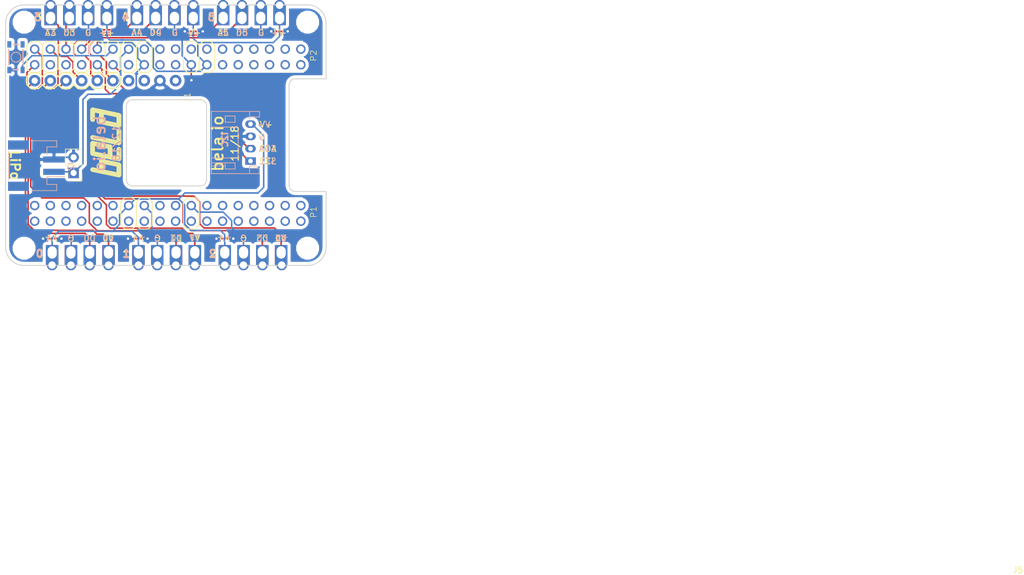
<source format=kicad_pcb>
(kicad_pcb (version 20171130) (host pcbnew "(5.0.0-3-g0214c9d)")

  (general
    (thickness 1.6)
    (drawings 97)
    (tracks 269)
    (zones 0)
    (modules 19)
    (nets 19)
  )

  (page A4)
  (layers
    (0 Top signal)
    (31 Bottom signal)
    (34 B.Paste user)
    (35 F.Paste user)
    (36 B.SilkS user)
    (37 F.SilkS user)
    (38 B.Mask user)
    (39 F.Mask user)
    (44 Edge.Cuts user)
    (45 Margin user)
    (46 B.CrtYd user)
    (47 F.CrtYd user)
  )

  (setup
    (last_trace_width 0.25)
    (trace_clearance 0.1778)
    (zone_clearance 0.508)
    (zone_45_only no)
    (trace_min 0.2)
    (segment_width 0.2)
    (edge_width 0.15)
    (via_size 0.8)
    (via_drill 0.4)
    (via_min_size 0.4)
    (via_min_drill 0.3)
    (uvia_size 0.3)
    (uvia_drill 0.1)
    (uvias_allowed no)
    (uvia_min_size 0.2)
    (uvia_min_drill 0.1)
    (pcb_text_width 0.3)
    (pcb_text_size 1.5 1.5)
    (mod_edge_width 0.15)
    (mod_text_size 1 1)
    (mod_text_width 0.15)
    (pad_size 2.7 2.7)
    (pad_drill 2.7)
    (pad_to_mask_clearance 0.2)
    (solder_mask_min_width 0.25)
    (aux_axis_origin 0 0)
    (visible_elements FFFFF77F)
    (pcbplotparams
      (layerselection 0x010f0_ffffffff)
      (usegerberextensions true)
      (usegerberattributes false)
      (usegerberadvancedattributes false)
      (creategerberjobfile false)
      (excludeedgelayer true)
      (linewidth 0.100000)
      (plotframeref false)
      (viasonmask false)
      (mode 1)
      (useauxorigin false)
      (hpglpennumber 1)
      (hpglpenspeed 20)
      (hpglpendiameter 15.000000)
      (psnegative false)
      (psa4output false)
      (plotreference true)
      (plotvalue true)
      (plotinvisibletext false)
      (padsonsilk true)
      (subtractmaskfromsilk false)
      (outputformat 1)
      (mirror false)
      (drillshape 0)
      (scaleselection 1)
      (outputdirectory "gerbers/"))
  )

  (net 0 "")
  (net 1 GND)
  (net 2 3.3v)
  (net 3 /A0)
  (net 4 /A1)
  (net 5 /A2)
  (net 6 /A3)
  (net 7 /A4)
  (net 8 /A5)
  (net 9 /LiPo_V+)
  (net 10 /SCL)
  (net 11 /SDA)
  (net 12 /D5)
  (net 13 /D4)
  (net 14 /D3)
  (net 15 /D0)
  (net 16 /D1)
  (net 17 /D2)
  (net 18 /PWR_BUTTON)

  (net_class Default "This is the default net class."
    (clearance 0.1778)
    (trace_width 0.25)
    (via_dia 0.8)
    (via_drill 0.4)
    (uvia_dia 0.3)
    (uvia_drill 0.1)
    (add_net /A0)
    (add_net /A1)
    (add_net /A2)
    (add_net /A3)
    (add_net /A4)
    (add_net /A5)
    (add_net /D0)
    (add_net /D1)
    (add_net /D2)
    (add_net /D3)
    (add_net /D4)
    (add_net /D5)
    (add_net /LiPo_V+)
    (add_net /PWR_BUTTON)
    (add_net /SCL)
    (add_net /SDA)
    (add_net 3.3v)
    (add_net GND)
  )

  (net_class Thick ""
    (clearance 0.1778)
    (trace_width 0.5)
    (via_dia 0.8)
    (via_drill 0.4)
    (uvia_dia 0.3)
    (uvia_drill 0.1)
  )

  (module belamini_cape_B2:1X10_analog (layer Top) (tedit 5C7FCC54) (tstamp 5C812597)
    (at 153.5811 90.297 180)
    (path /5B37EABD)
    (fp_text reference J1 (at -1.3462 -1.8288 90) (layer F.SilkS)
      (effects (font (size 0.9652 0.9652) (thickness 0.09652)) (justify right top))
    )
    (fp_text value M10SILK_FEMALE_PTH (at -1.27 3.175) (layer F.Fab)
      (effects (font (size 1.2065 1.2065) (thickness 0.09652)) (justify right top))
    )
    (fp_poly (pts (xy 22.606 0.254) (xy 23.114 0.254) (xy 23.114 -0.254) (xy 22.606 -0.254)) (layer F.Fab) (width 0))
    (fp_poly (pts (xy 20.066 0.254) (xy 20.574 0.254) (xy 20.574 -0.254) (xy 20.066 -0.254)) (layer F.Fab) (width 0))
    (fp_poly (pts (xy 17.526 0.254) (xy 18.034 0.254) (xy 18.034 -0.254) (xy 17.526 -0.254)) (layer F.Fab) (width 0))
    (fp_poly (pts (xy 9.906 0.254) (xy 10.414 0.254) (xy 10.414 -0.254) (xy 9.906 -0.254)) (layer F.Fab) (width 0))
    (fp_poly (pts (xy 12.446 0.254) (xy 12.954 0.254) (xy 12.954 -0.254) (xy 12.446 -0.254)) (layer F.Fab) (width 0))
    (fp_poly (pts (xy 14.986 0.254) (xy 15.494 0.254) (xy 15.494 -0.254) (xy 14.986 -0.254)) (layer F.Fab) (width 0))
    (fp_line (start 23.495 1.27) (end 22.225 1.27) (layer F.SilkS) (width 0.2032))
    (fp_line (start 21.59 0.635) (end 22.225 1.27) (layer F.SilkS) (width 0.2032))
    (fp_line (start 22.225 -1.27) (end 21.59 -0.635) (layer F.SilkS) (width 0.2032))
    (fp_line (start 24.13 0.635) (end 23.495 1.27) (layer F.SilkS) (width 0.2032))
    (fp_line (start 24.13 -0.635) (end 24.13 0.635) (layer F.SilkS) (width 0.2032))
    (fp_line (start 23.495 -1.27) (end 24.13 -0.635) (layer F.SilkS) (width 0.2032))
    (fp_line (start 22.225 -1.27) (end 23.495 -1.27) (layer F.SilkS) (width 0.2032))
    (fp_line (start 20.955 1.27) (end 19.685 1.27) (layer F.SilkS) (width 0.2032))
    (fp_line (start 19.05 0.635) (end 19.685 1.27) (layer F.SilkS) (width 0.2032))
    (fp_line (start 19.685 -1.27) (end 19.05 -0.635) (layer F.SilkS) (width 0.2032))
    (fp_line (start 21.59 0.635) (end 20.955 1.27) (layer F.SilkS) (width 0.2032))
    (fp_line (start 20.955 -1.27) (end 21.59 -0.635) (layer F.SilkS) (width 0.2032))
    (fp_line (start 19.685 -1.27) (end 20.955 -1.27) (layer F.SilkS) (width 0.2032))
    (fp_line (start 18.415 1.27) (end 17.145 1.27) (layer F.SilkS) (width 0.2032))
    (fp_line (start 16.51 0.635) (end 17.145 1.27) (layer F.SilkS) (width 0.2032))
    (fp_line (start 17.145 -1.27) (end 16.51 -0.635) (layer F.SilkS) (width 0.2032))
    (fp_line (start 19.05 0.635) (end 18.415 1.27) (layer F.SilkS) (width 0.2032))
    (fp_line (start 18.415 -1.27) (end 19.05 -0.635) (layer F.SilkS) (width 0.2032))
    (fp_line (start 17.145 -1.27) (end 18.415 -1.27) (layer F.SilkS) (width 0.2032))
    (fp_line (start 8.89 -0.635) (end 8.89 0.635) (layer F.SilkS) (width 0.2032))
    (fp_line (start 9.525 1.27) (end 8.89 0.635) (layer F.SilkS) (width 0.2032))
    (fp_line (start 10.795 1.27) (end 9.525 1.27) (layer F.SilkS) (width 0.2032))
    (fp_line (start 11.43 0.635) (end 10.795 1.27) (layer F.SilkS) (width 0.2032))
    (fp_line (start 10.795 -1.27) (end 11.43 -0.635) (layer F.SilkS) (width 0.2032))
    (fp_line (start 9.525 -1.27) (end 10.795 -1.27) (layer F.SilkS) (width 0.2032))
    (fp_line (start 8.89 -0.635) (end 9.525 -1.27) (layer F.SilkS) (width 0.2032))
    (fp_line (start 15.875 1.27) (end 14.605 1.27) (layer F.SilkS) (width 0.2032))
    (fp_line (start 13.97 0.635) (end 14.605 1.27) (layer F.SilkS) (width 0.2032))
    (fp_line (start 14.605 -1.27) (end 13.97 -0.635) (layer F.SilkS) (width 0.2032))
    (fp_line (start 12.065 1.27) (end 11.43 0.635) (layer F.SilkS) (width 0.2032))
    (fp_line (start 13.335 1.27) (end 12.065 1.27) (layer F.SilkS) (width 0.2032))
    (fp_line (start 13.97 0.635) (end 13.335 1.27) (layer F.SilkS) (width 0.2032))
    (fp_line (start 13.335 -1.27) (end 13.97 -0.635) (layer F.SilkS) (width 0.2032))
    (fp_line (start 12.065 -1.27) (end 13.335 -1.27) (layer F.SilkS) (width 0.2032))
    (fp_line (start 11.43 -0.635) (end 12.065 -1.27) (layer F.SilkS) (width 0.2032))
    (fp_line (start 16.51 0.635) (end 15.875 1.27) (layer F.SilkS) (width 0.2032))
    (fp_line (start 15.875 -1.27) (end 16.51 -0.635) (layer F.SilkS) (width 0.2032))
    (fp_line (start 14.605 -1.27) (end 15.875 -1.27) (layer F.SilkS) (width 0.2032))
    (pad 10 thru_hole circle (at 22.86 0 270) (size 1.8796 1.8796) (drill 1.016) (layers *.Cu *.Mask)
      (net 3 /A0) (solder_mask_margin 0.1016))
    (pad 9 thru_hole circle (at 20.32 0 270) (size 1.8796 1.8796) (drill 1.016) (layers *.Cu *.Mask)
      (net 4 /A1) (solder_mask_margin 0.1016))
    (pad 8 thru_hole circle (at 17.78 0 270) (size 1.8796 1.8796) (drill 1.016) (layers *.Cu *.Mask)
      (net 5 /A2) (solder_mask_margin 0.1016))
    (pad 7 thru_hole circle (at 15.24 0 270) (size 1.8796 1.8796) (drill 1.016) (layers *.Cu *.Mask)
      (net 6 /A3) (solder_mask_margin 0.1016))
    (pad 6 thru_hole circle (at 12.7 0 270) (size 1.8796 1.8796) (drill 1.016) (layers *.Cu *.Mask)
      (net 7 /A4) (solder_mask_margin 0.1016))
    (pad 5 thru_hole circle (at 10.16 0 270) (size 1.8796 1.8796) (drill 1.016) (layers *.Cu *.Mask)
      (net 8 /A5) (solder_mask_margin 0.1016))
    (pad 4 thru_hole circle (at 7.62 0 270) (size 1.8796 1.8796) (drill 1.016) (layers *.Cu *.Mask)
      (solder_mask_margin 0.1016))
    (pad 3 thru_hole circle (at 5.08 0 270) (size 1.8796 1.8796) (drill 1.016) (layers *.Cu *.Mask)
      (solder_mask_margin 0.1016))
    (pad 2 thru_hole circle (at 2.54 0 270) (size 1.8796 1.8796) (drill 1.016) (layers *.Cu *.Mask)
      (net 1 GND) (solder_mask_margin 0.1016))
    (pad 1 thru_hole circle (at 0 0 270) (size 1.8796 1.8796) (drill 1.016) (layers *.Cu *.Mask)
      (solder_mask_margin 0.1016))
  )

  (module belamini_cape_B2:2X18_P1 (layer Top) (tedit 5C893D1E) (tstamp 5C8125EC)
    (at 152.3111 111.8489)
    (descr "<b>PIN HEADER</b>")
    (path /2F22B54337F9D5D5)
    (fp_text reference P1 (at 24.2189 0.8001 90) (layer F.SilkS)
      (effects (font (size 0.9652 0.9652) (thickness 0.09652)) (justify left bottom))
    )
    (fp_text value PINHD-2X18 (at -22.86 4.445) (layer F.Fab)
      (effects (font (size 1.2065 1.2065) (thickness 0.09652)) (justify left bottom))
    )
    (fp_poly (pts (xy 3.556 1.524) (xy 4.064 1.524) (xy 4.064 1.016) (xy 3.556 1.016)) (layer F.Fab) (width 0))
    (fp_poly (pts (xy 3.556 -1.016) (xy 4.064 -1.016) (xy 4.064 -1.524) (xy 3.556 -1.524)) (layer F.Fab) (width 0))
    (fp_poly (pts (xy -4.064 1.524) (xy -3.556 1.524) (xy -3.556 1.016) (xy -4.064 1.016)) (layer F.Fab) (width 0))
    (fp_poly (pts (xy -4.064 -1.016) (xy -3.556 -1.016) (xy -3.556 -1.524) (xy -4.064 -1.524)) (layer F.Fab) (width 0))
    (fp_poly (pts (xy -6.604 1.524) (xy -6.096 1.524) (xy -6.096 1.016) (xy -6.604 1.016)) (layer F.Fab) (width 0))
    (fp_poly (pts (xy -6.604 -1.016) (xy -6.096 -1.016) (xy -6.096 -1.524) (xy -6.604 -1.524)) (layer F.Fab) (width 0))
    (fp_line (start 5.08 -1.905) (end 5.08 1.905) (layer F.SilkS) (width 0.1524))
    (fp_line (start 2.54 -1.905) (end 2.54 1.905) (layer F.SilkS) (width 0.1524))
    (fp_line (start -2.54 -1.905) (end -2.54 1.905) (layer F.SilkS) (width 0.1524))
    (fp_line (start -5.08 -1.905) (end -5.08 1.905) (layer F.SilkS) (width 0.1524))
    (fp_line (start -7.62 -1.905) (end -7.62 1.905) (layer F.SilkS) (width 0.1524))
    (fp_line (start -7.62 1.905) (end -6.985 2.54) (layer F.SilkS) (width 0.1524))
    (fp_line (start -5.715 2.54) (end -6.985 2.54) (layer F.SilkS) (width 0.1524))
    (fp_line (start -5.08 1.905) (end -5.715 2.54) (layer F.SilkS) (width 0.1524))
    (fp_line (start -5.08 1.905) (end -4.445 2.54) (layer F.SilkS) (width 0.1524))
    (fp_line (start -3.175 2.54) (end -4.445 2.54) (layer F.SilkS) (width 0.1524))
    (fp_line (start -2.54 1.905) (end -3.175 2.54) (layer F.SilkS) (width 0.1524))
    (fp_line (start 2.54 1.905) (end 3.175 2.54) (layer F.SilkS) (width 0.1524))
    (fp_line (start 4.445 2.54) (end 3.175 2.54) (layer F.SilkS) (width 0.1524))
    (fp_line (start 5.08 1.905) (end 4.445 2.54) (layer F.SilkS) (width 0.1524))
    (fp_line (start 4.445 -2.54) (end 5.08 -1.905) (layer F.SilkS) (width 0.1524))
    (fp_line (start 3.175 -2.54) (end 4.445 -2.54) (layer F.SilkS) (width 0.1524))
    (fp_line (start 2.54 -1.905) (end 3.175 -2.54) (layer F.SilkS) (width 0.1524))
    (fp_line (start -3.175 -2.54) (end -2.54 -1.905) (layer F.SilkS) (width 0.1524))
    (fp_line (start -4.445 -2.54) (end -3.175 -2.54) (layer F.SilkS) (width 0.1524))
    (fp_line (start -5.08 -1.905) (end -4.445 -2.54) (layer F.SilkS) (width 0.1524))
    (fp_line (start -5.715 -2.54) (end -5.08 -1.905) (layer F.SilkS) (width 0.1524))
    (fp_line (start -6.985 -2.54) (end -5.715 -2.54) (layer F.SilkS) (width 0.1524))
    (fp_line (start -7.62 -1.905) (end -6.985 -2.54) (layer F.SilkS) (width 0.1524))
    (pad 36 thru_hole circle (at 21.59 -1.27) (size 1.524 1.524) (drill 1.016) (layers *.Cu *.Mask)
      (solder_mask_margin 0.1016))
    (pad 35 thru_hole circle (at 21.59 1.27) (size 1.524 1.524) (drill 1.016) (layers *.Cu *.Mask)
      (solder_mask_margin 0.1016))
    (pad 34 thru_hole circle (at 19.05 -1.27) (size 1.524 1.524) (drill 1.016) (layers *.Cu *.Mask)
      (solder_mask_margin 0.1016))
    (pad 33 thru_hole circle (at 19.05 1.27) (size 1.524 1.524) (drill 1.016) (layers *.Cu *.Mask)
      (solder_mask_margin 0.1016))
    (pad 32 thru_hole circle (at 16.51 -1.27) (size 1.524 1.524) (drill 1.016) (layers *.Cu *.Mask)
      (solder_mask_margin 0.1016))
    (pad 31 thru_hole circle (at 16.51 1.27) (size 1.524 1.524) (drill 1.016) (layers *.Cu *.Mask)
      (solder_mask_margin 0.1016))
    (pad 30 thru_hole circle (at 13.97 -1.27) (size 1.524 1.524) (drill 1.016) (layers *.Cu *.Mask)
      (solder_mask_margin 0.1016))
    (pad 29 thru_hole circle (at 13.97 1.27) (size 1.524 1.524) (drill 1.016) (layers *.Cu *.Mask)
      (solder_mask_margin 0.1016))
    (pad 28 thru_hole circle (at 11.43 -1.27) (size 1.524 1.524) (drill 1.016) (layers *.Cu *.Mask)
      (solder_mask_margin 0.1016))
    (pad 27 thru_hole circle (at 11.43 1.27) (size 1.524 1.524) (drill 1.016) (layers *.Cu *.Mask)
      (solder_mask_margin 0.1016))
    (pad 26 thru_hole circle (at 8.89 -1.27) (size 1.524 1.524) (drill 1.016) (layers *.Cu *.Mask)
      (solder_mask_margin 0.1016))
    (pad 25 thru_hole circle (at 8.89 1.27) (size 1.524 1.524) (drill 1.016) (layers *.Cu *.Mask)
      (solder_mask_margin 0.1016))
    (pad 24 thru_hole circle (at 6.35 -1.27) (size 1.524 1.524) (drill 1.016) (layers *.Cu *.Mask)
      (solder_mask_margin 0.1016))
    (pad 23 thru_hole circle (at 6.35 1.27) (size 1.524 1.524) (drill 1.016) (layers *.Cu *.Mask)
      (solder_mask_margin 0.1016))
    (pad 22 thru_hole circle (at 3.81 -1.27) (size 1.524 1.524) (drill 1.016) (layers *.Cu *.Mask)
      (net 1 GND) (solder_mask_margin 0.1016))
    (pad 21 thru_hole circle (at 3.81 1.27) (size 1.524 1.524) (drill 1.016) (layers *.Cu *.Mask)
      (solder_mask_margin 0.1016))
    (pad 20 thru_hole circle (at 1.27 -1.27) (size 1.524 1.524) (drill 1.016) (layers *.Cu *.Mask)
      (solder_mask_margin 0.1016))
    (pad 19 thru_hole circle (at 1.27 1.27) (size 1.524 1.524) (drill 1.016) (layers *.Cu *.Mask)
      (solder_mask_margin 0.1016))
    (pad 18 thru_hole circle (at -1.27 -1.27) (size 1.524 1.524) (drill 1.016) (layers *.Cu *.Mask)
      (solder_mask_margin 0.1016))
    (pad 17 thru_hole circle (at -1.27 1.27) (size 1.524 1.524) (drill 1.016) (layers *.Cu *.Mask)
      (solder_mask_margin 0.1016))
    (pad 16 thru_hole circle (at -3.81 -1.27) (size 1.524 1.524) (drill 1.016) (layers *.Cu *.Mask)
      (net 1 GND) (solder_mask_margin 0.1016))
    (pad 15 thru_hole circle (at -3.81 1.27) (size 1.524 1.524) (drill 1.016) (layers *.Cu *.Mask)
      (solder_mask_margin 0.1016))
    (pad 14 thru_hole circle (at -6.35 -1.27) (size 1.524 1.524) (drill 1.016) (layers *.Cu *.Mask)
      (net 2 3.3v) (solder_mask_margin 0.1016))
    (pad 13 thru_hole circle (at -6.35 1.27) (size 1.524 1.524) (drill 1.016) (layers *.Cu *.Mask)
      (solder_mask_margin 0.1016))
    (pad 12 thru_hole circle (at -8.89 -1.27) (size 1.524 1.524) (drill 1.016) (layers *.Cu *.Mask)
      (solder_mask_margin 0.1016))
    (pad 11 thru_hole circle (at -8.89 1.27) (size 1.524 1.524) (drill 1.016) (layers *.Cu *.Mask)
      (solder_mask_margin 0.1016))
    (pad 10 thru_hole circle (at -11.43 -1.27) (size 1.524 1.524) (drill 1.016) (layers *.Cu *.Mask)
      (solder_mask_margin 0.1016))
    (pad 9 thru_hole circle (at -11.43 1.27) (size 1.524 1.524) (drill 1.016) (layers *.Cu *.Mask)
      (solder_mask_margin 0.1016))
    (pad 8 thru_hole circle (at -13.97 -1.27) (size 1.524 1.524) (drill 1.016) (layers *.Cu *.Mask)
      (solder_mask_margin 0.1016))
    (pad 7 thru_hole circle (at -13.97 1.27) (size 1.524 1.524) (drill 1.016) (layers *.Cu *.Mask)
      (solder_mask_margin 0.1016))
    (pad 6 thru_hole circle (at -16.51 -1.27) (size 1.524 1.524) (drill 1.016) (layers *.Cu *.Mask)
      (solder_mask_margin 0.1016))
    (pad 5 thru_hole circle (at -16.51 1.27) (size 1.524 1.524) (drill 1.016) (layers *.Cu *.Mask)
      (solder_mask_margin 0.1016))
    (pad 4 thru_hole circle (at -19.05 -1.27) (size 1.524 1.524) (drill 1.016) (layers *.Cu *.Mask)
      (solder_mask_margin 0.1016))
    (pad 3 thru_hole circle (at -19.05 1.27) (size 1.524 1.524) (drill 1.016) (layers *.Cu *.Mask)
      (solder_mask_margin 0.1016))
    (pad 2 thru_hole circle (at -21.59 -1.27) (size 1.524 1.524) (drill 1.016) (layers *.Cu *.Mask)
      (solder_mask_margin 0.1016))
    (pad 1 thru_hole circle (at -21.59 1.27) (size 1.524 1.524) (drill 1.016) (layers *.Cu *.Mask)
      (solder_mask_margin 0.1016))
  )

  (module belamini_cape_B2:2X18_P2 (layer Top) (tedit 5C893D19) (tstamp 5C8126B6)
    (at 152.3111 86.4489)
    (descr "<b>PIN HEADER</b>")
    (path /395FC9A9166FC715)
    (fp_text reference P2 (at 24.2189 0.8001 90) (layer F.SilkS)
      (effects (font (size 0.9652 0.9652) (thickness 0.09652)) (justify left bottom))
    )
    (fp_text value PINHD-2X18 (at -22.86 4.445) (layer F.Fab)
      (effects (font (size 1.2065 1.2065) (thickness 0.09652)) (justify left bottom))
    )
    (fp_poly (pts (xy 6.096 1.524) (xy 6.604 1.524) (xy 6.604 1.016) (xy 6.096 1.016)) (layer F.Fab) (width 0))
    (fp_poly (pts (xy 6.096 -1.016) (xy 6.604 -1.016) (xy 6.604 -1.524) (xy 6.096 -1.524)) (layer F.Fab) (width 0))
    (fp_poly (pts (xy 3.556 1.524) (xy 4.064 1.524) (xy 4.064 1.016) (xy 3.556 1.016)) (layer F.Fab) (width 0))
    (fp_poly (pts (xy 3.556 -1.016) (xy 4.064 -1.016) (xy 4.064 -1.524) (xy 3.556 -1.524)) (layer F.Fab) (width 0))
    (fp_poly (pts (xy -4.064 1.524) (xy -3.556 1.524) (xy -3.556 1.016) (xy -4.064 1.016)) (layer F.Fab) (width 0))
    (fp_poly (pts (xy -4.064 -1.016) (xy -3.556 -1.016) (xy -3.556 -1.524) (xy -4.064 -1.524)) (layer F.Fab) (width 0))
    (fp_poly (pts (xy -6.604 1.524) (xy -6.096 1.524) (xy -6.096 1.016) (xy -6.604 1.016)) (layer F.Fab) (width 0))
    (fp_poly (pts (xy -6.604 -1.016) (xy -6.096 -1.016) (xy -6.096 -1.524) (xy -6.604 -1.524)) (layer F.Fab) (width 0))
    (fp_poly (pts (xy -9.144 1.524) (xy -8.636 1.524) (xy -8.636 1.016) (xy -9.144 1.016)) (layer F.Fab) (width 0))
    (fp_poly (pts (xy -11.684 1.524) (xy -11.176 1.524) (xy -11.176 1.016) (xy -11.684 1.016)) (layer F.Fab) (width 0))
    (fp_poly (pts (xy -14.224 1.524) (xy -13.716 1.524) (xy -13.716 1.016) (xy -14.224 1.016)) (layer F.Fab) (width 0))
    (fp_poly (pts (xy -9.144 -1.016) (xy -8.636 -1.016) (xy -8.636 -1.524) (xy -9.144 -1.524)) (layer F.Fab) (width 0))
    (fp_poly (pts (xy -11.684 -1.016) (xy -11.176 -1.016) (xy -11.176 -1.524) (xy -11.684 -1.524)) (layer F.Fab) (width 0))
    (fp_poly (pts (xy -14.224 -1.016) (xy -13.716 -1.016) (xy -13.716 -1.524) (xy -14.224 -1.524)) (layer F.Fab) (width 0))
    (fp_poly (pts (xy -16.764 1.524) (xy -16.256 1.524) (xy -16.256 1.016) (xy -16.764 1.016)) (layer F.Fab) (width 0))
    (fp_poly (pts (xy -16.764 -1.016) (xy -16.256 -1.016) (xy -16.256 -1.524) (xy -16.764 -1.524)) (layer F.Fab) (width 0))
    (fp_poly (pts (xy -19.304 1.524) (xy -18.796 1.524) (xy -18.796 1.016) (xy -19.304 1.016)) (layer F.Fab) (width 0))
    (fp_poly (pts (xy -19.304 -1.016) (xy -18.796 -1.016) (xy -18.796 -1.524) (xy -19.304 -1.524)) (layer F.Fab) (width 0))
    (fp_poly (pts (xy -21.844 -1.016) (xy -21.336 -1.016) (xy -21.336 -1.524) (xy -21.844 -1.524)) (layer F.Fab) (width 0))
    (fp_poly (pts (xy -21.844 1.524) (xy -21.336 1.524) (xy -21.336 1.016) (xy -21.844 1.016)) (layer F.Fab) (width 0))
    (fp_line (start 7.62 -1.905) (end 7.62 1.905) (layer F.SilkS) (width 0.1524))
    (fp_line (start 5.08 -1.905) (end 5.08 1.905) (layer F.SilkS) (width 0.1524))
    (fp_line (start 2.54 -1.905) (end 2.54 1.905) (layer F.SilkS) (width 0.1524))
    (fp_line (start -2.54 -1.905) (end -2.54 1.905) (layer F.SilkS) (width 0.1524))
    (fp_line (start -5.08 -1.905) (end -5.08 1.905) (layer F.SilkS) (width 0.1524))
    (fp_line (start -7.62 -1.905) (end -7.62 1.905) (layer F.SilkS) (width 0.1524))
    (fp_line (start -10.16 -1.905) (end -10.16 1.905) (layer F.SilkS) (width 0.1524))
    (fp_line (start -12.7 -1.905) (end -12.7 1.905) (layer F.SilkS) (width 0.1524))
    (fp_line (start -15.24 -1.905) (end -15.24 1.905) (layer F.SilkS) (width 0.1524))
    (fp_line (start -17.78 -1.905) (end -17.78 1.905) (layer F.SilkS) (width 0.1524))
    (fp_line (start -20.32 -1.905) (end -20.32 1.905) (layer F.SilkS) (width 0.1524))
    (fp_line (start -7.62 1.905) (end -6.985 2.54) (layer F.SilkS) (width 0.1524))
    (fp_line (start -5.715 2.54) (end -6.985 2.54) (layer F.SilkS) (width 0.1524))
    (fp_line (start -5.08 1.905) (end -5.715 2.54) (layer F.SilkS) (width 0.1524))
    (fp_line (start -5.08 1.905) (end -4.445 2.54) (layer F.SilkS) (width 0.1524))
    (fp_line (start -3.175 2.54) (end -4.445 2.54) (layer F.SilkS) (width 0.1524))
    (fp_line (start -2.54 1.905) (end -3.175 2.54) (layer F.SilkS) (width 0.1524))
    (fp_line (start 2.54 1.905) (end 3.175 2.54) (layer F.SilkS) (width 0.1524))
    (fp_line (start 4.445 2.54) (end 3.175 2.54) (layer F.SilkS) (width 0.1524))
    (fp_line (start 5.08 1.905) (end 4.445 2.54) (layer F.SilkS) (width 0.1524))
    (fp_line (start 5.08 1.905) (end 5.715 2.54) (layer F.SilkS) (width 0.1524))
    (fp_line (start 6.985 2.54) (end 5.715 2.54) (layer F.SilkS) (width 0.1524))
    (fp_line (start 7.62 1.905) (end 6.985 2.54) (layer F.SilkS) (width 0.1524))
    (fp_line (start 7.62 -1.905) (end 6.985 -2.54) (layer F.SilkS) (width 0.1524))
    (fp_line (start 5.715 -2.54) (end 6.985 -2.54) (layer F.SilkS) (width 0.1524))
    (fp_line (start 5.08 -1.905) (end 5.715 -2.54) (layer F.SilkS) (width 0.1524))
    (fp_line (start 4.445 -2.54) (end 5.08 -1.905) (layer F.SilkS) (width 0.1524))
    (fp_line (start 3.175 -2.54) (end 4.445 -2.54) (layer F.SilkS) (width 0.1524))
    (fp_line (start 2.54 -1.905) (end 3.175 -2.54) (layer F.SilkS) (width 0.1524))
    (fp_line (start -3.175 -2.54) (end -2.54 -1.905) (layer F.SilkS) (width 0.1524))
    (fp_line (start -4.445 -2.54) (end -3.175 -2.54) (layer F.SilkS) (width 0.1524))
    (fp_line (start -5.08 -1.905) (end -4.445 -2.54) (layer F.SilkS) (width 0.1524))
    (fp_line (start -5.715 -2.54) (end -5.08 -1.905) (layer F.SilkS) (width 0.1524))
    (fp_line (start -6.985 -2.54) (end -5.715 -2.54) (layer F.SilkS) (width 0.1524))
    (fp_line (start -7.62 -1.905) (end -6.985 -2.54) (layer F.SilkS) (width 0.1524))
    (fp_line (start -8.255 -2.54) (end -7.62 -1.905) (layer F.SilkS) (width 0.1524))
    (fp_line (start -9.525 -2.54) (end -8.255 -2.54) (layer F.SilkS) (width 0.1524))
    (fp_line (start -10.16 -1.905) (end -9.525 -2.54) (layer F.SilkS) (width 0.1524))
    (fp_line (start -10.795 -2.54) (end -10.16 -1.905) (layer F.SilkS) (width 0.1524))
    (fp_line (start -12.065 -2.54) (end -10.795 -2.54) (layer F.SilkS) (width 0.1524))
    (fp_line (start -12.7 -1.905) (end -12.065 -2.54) (layer F.SilkS) (width 0.1524))
    (fp_line (start -13.335 -2.54) (end -12.7 -1.905) (layer F.SilkS) (width 0.1524))
    (fp_line (start -14.605 -2.54) (end -13.335 -2.54) (layer F.SilkS) (width 0.1524))
    (fp_line (start -15.24 -1.905) (end -14.605 -2.54) (layer F.SilkS) (width 0.1524))
    (fp_line (start -15.875 -2.54) (end -15.24 -1.905) (layer F.SilkS) (width 0.1524))
    (fp_line (start -17.145 -2.54) (end -15.875 -2.54) (layer F.SilkS) (width 0.1524))
    (fp_line (start -17.78 -1.905) (end -17.145 -2.54) (layer F.SilkS) (width 0.1524))
    (fp_line (start -18.415 -2.54) (end -17.78 -1.905) (layer F.SilkS) (width 0.1524))
    (fp_line (start -19.685 -2.54) (end -18.415 -2.54) (layer F.SilkS) (width 0.1524))
    (fp_line (start -20.32 -1.905) (end -19.685 -2.54) (layer F.SilkS) (width 0.1524))
    (fp_line (start -20.955 -2.54) (end -20.32 -1.905) (layer F.SilkS) (width 0.1524))
    (fp_line (start -22.225 -2.54) (end -20.955 -2.54) (layer F.SilkS) (width 0.1524))
    (fp_line (start -22.86 -1.905) (end -22.225 -2.54) (layer F.SilkS) (width 0.1524))
    (fp_line (start -22.86 1.905) (end -22.86 -1.905) (layer F.SilkS) (width 0.1524))
    (fp_line (start -8.255 2.54) (end -7.62 1.905) (layer F.SilkS) (width 0.1524))
    (fp_line (start -9.525 2.54) (end -8.255 2.54) (layer F.SilkS) (width 0.1524))
    (fp_line (start -10.16 1.905) (end -9.525 2.54) (layer F.SilkS) (width 0.1524))
    (fp_line (start -10.795 2.54) (end -10.16 1.905) (layer F.SilkS) (width 0.1524))
    (fp_line (start -12.065 2.54) (end -10.795 2.54) (layer F.SilkS) (width 0.1524))
    (fp_line (start -12.7 1.905) (end -12.065 2.54) (layer F.SilkS) (width 0.1524))
    (fp_line (start -13.335 2.54) (end -12.7 1.905) (layer F.SilkS) (width 0.1524))
    (fp_line (start -14.605 2.54) (end -13.335 2.54) (layer F.SilkS) (width 0.1524))
    (fp_line (start -15.24 1.905) (end -14.605 2.54) (layer F.SilkS) (width 0.1524))
    (fp_line (start -15.875 2.54) (end -15.24 1.905) (layer F.SilkS) (width 0.1524))
    (fp_line (start -17.145 2.54) (end -15.875 2.54) (layer F.SilkS) (width 0.1524))
    (fp_line (start -17.78 1.905) (end -17.145 2.54) (layer F.SilkS) (width 0.1524))
    (fp_line (start -18.415 2.54) (end -17.78 1.905) (layer F.SilkS) (width 0.1524))
    (fp_line (start -19.685 2.54) (end -18.415 2.54) (layer F.SilkS) (width 0.1524))
    (fp_line (start -20.32 1.905) (end -19.685 2.54) (layer F.SilkS) (width 0.1524))
    (fp_line (start -20.955 2.54) (end -20.32 1.905) (layer F.SilkS) (width 0.1524))
    (fp_line (start -22.225 2.54) (end -20.955 2.54) (layer F.SilkS) (width 0.1524))
    (fp_line (start -22.86 1.905) (end -22.225 2.54) (layer F.SilkS) (width 0.1524))
    (pad 36 thru_hole circle (at 21.59 -1.27) (size 1.524 1.524) (drill 1.016) (layers *.Cu *.Mask)
      (solder_mask_margin 0.1016))
    (pad 35 thru_hole circle (at 21.59 1.27) (size 1.524 1.524) (drill 1.016) (layers *.Cu *.Mask)
      (solder_mask_margin 0.1016))
    (pad 34 thru_hole circle (at 19.05 -1.27) (size 1.524 1.524) (drill 1.016) (layers *.Cu *.Mask)
      (solder_mask_margin 0.1016))
    (pad 33 thru_hole circle (at 19.05 1.27) (size 1.524 1.524) (drill 1.016) (layers *.Cu *.Mask)
      (solder_mask_margin 0.1016))
    (pad 32 thru_hole circle (at 16.51 -1.27) (size 1.524 1.524) (drill 1.016) (layers *.Cu *.Mask)
      (solder_mask_margin 0.1016))
    (pad 31 thru_hole circle (at 16.51 1.27) (size 1.524 1.524) (drill 1.016) (layers *.Cu *.Mask)
      (solder_mask_margin 0.1016))
    (pad 30 thru_hole circle (at 13.97 -1.27) (size 1.524 1.524) (drill 1.016) (layers *.Cu *.Mask)
      (solder_mask_margin 0.1016))
    (pad 29 thru_hole circle (at 13.97 1.27) (size 1.524 1.524) (drill 1.016) (layers *.Cu *.Mask)
      (solder_mask_margin 0.1016))
    (pad 28 thru_hole circle (at 11.43 -1.27) (size 1.524 1.524) (drill 1.016) (layers *.Cu *.Mask)
      (solder_mask_margin 0.1016))
    (pad 27 thru_hole circle (at 11.43 1.27) (size 1.524 1.524) (drill 1.016) (layers *.Cu *.Mask)
      (solder_mask_margin 0.1016))
    (pad 26 thru_hole circle (at 8.89 -1.27) (size 1.524 1.524) (drill 1.016) (layers *.Cu *.Mask)
      (solder_mask_margin 0.1016))
    (pad 25 thru_hole circle (at 8.89 1.27) (size 1.524 1.524) (drill 1.016) (layers *.Cu *.Mask)
      (solder_mask_margin 0.1016))
    (pad 24 thru_hole circle (at 6.35 -1.27) (size 1.524 1.524) (drill 1.016) (layers *.Cu *.Mask)
      (solder_mask_margin 0.1016))
    (pad 23 thru_hole circle (at 6.35 1.27) (size 1.524 1.524) (drill 1.016) (layers *.Cu *.Mask)
      (net 2 3.3v) (solder_mask_margin 0.1016))
    (pad 22 thru_hole circle (at 3.81 -1.27) (size 1.524 1.524) (drill 1.016) (layers *.Cu *.Mask)
      (solder_mask_margin 0.1016))
    (pad 21 thru_hole circle (at 3.81 1.27) (size 1.524 1.524) (drill 1.016) (layers *.Cu *.Mask)
      (net 1 GND) (solder_mask_margin 0.1016))
    (pad 20 thru_hole circle (at 1.27 -1.27) (size 1.524 1.524) (drill 1.016) (layers *.Cu *.Mask)
      (solder_mask_margin 0.1016))
    (pad 19 thru_hole circle (at 1.27 1.27) (size 1.524 1.524) (drill 1.016) (layers *.Cu *.Mask)
      (solder_mask_margin 0.1016))
    (pad 18 thru_hole circle (at -1.27 -1.27) (size 1.524 1.524) (drill 1.016) (layers *.Cu *.Mask)
      (solder_mask_margin 0.1016))
    (pad 17 thru_hole circle (at -1.27 1.27) (size 1.524 1.524) (drill 1.016) (layers *.Cu *.Mask)
      (solder_mask_margin 0.1016))
    (pad 16 thru_hole circle (at -3.81 -1.27) (size 1.524 1.524) (drill 1.016) (layers *.Cu *.Mask)
      (solder_mask_margin 0.1016))
    (pad 15 thru_hole circle (at -3.81 1.27) (size 1.524 1.524) (drill 1.016) (layers *.Cu *.Mask)
      (net 1 GND) (solder_mask_margin 0.1016))
    (pad 14 thru_hole circle (at -6.35 -1.27) (size 1.524 1.524) (drill 1.016) (layers *.Cu *.Mask)
      (net 9 /LiPo_V+) (solder_mask_margin 0.1016))
    (pad 13 thru_hole circle (at -6.35 1.27) (size 1.524 1.524) (drill 1.016) (layers *.Cu *.Mask)
      (solder_mask_margin 0.1016))
    (pad 12 thru_hole circle (at -8.89 -1.27) (size 1.524 1.524) (drill 1.016) (layers *.Cu *.Mask)
      (net 18 /PWR_BUTTON) (solder_mask_margin 0.1016))
    (pad 11 thru_hole circle (at -8.89 1.27) (size 1.524 1.524) (drill 1.016) (layers *.Cu *.Mask)
      (net 11 /SDA) (solder_mask_margin 0.1016))
    (pad 10 thru_hole circle (at -11.43 -1.27) (size 1.524 1.524) (drill 1.016) (layers *.Cu *.Mask)
      (net 12 /D5) (solder_mask_margin 0.1016))
    (pad 9 thru_hole circle (at -11.43 1.27) (size 1.524 1.524) (drill 1.016) (layers *.Cu *.Mask)
      (net 10 /SCL) (solder_mask_margin 0.1016))
    (pad 8 thru_hole circle (at -13.97 -1.27) (size 1.524 1.524) (drill 1.016) (layers *.Cu *.Mask)
      (net 13 /D4) (solder_mask_margin 0.1016))
    (pad 7 thru_hole circle (at -13.97 1.27) (size 1.524 1.524) (drill 1.016) (layers *.Cu *.Mask)
      (solder_mask_margin 0.1016))
    (pad 6 thru_hole circle (at -16.51 -1.27) (size 1.524 1.524) (drill 1.016) (layers *.Cu *.Mask)
      (net 14 /D3) (solder_mask_margin 0.1016))
    (pad 5 thru_hole circle (at -16.51 1.27) (size 1.524 1.524) (drill 1.016) (layers *.Cu *.Mask)
      (solder_mask_margin 0.1016))
    (pad 4 thru_hole circle (at -19.05 -1.27) (size 1.524 1.524) (drill 1.016) (layers *.Cu *.Mask)
      (net 17 /D2) (solder_mask_margin 0.1016))
    (pad 3 thru_hole circle (at -19.05 1.27) (size 1.524 1.524) (drill 1.016) (layers *.Cu *.Mask)
      (solder_mask_margin 0.1016))
    (pad 2 thru_hole circle (at -21.59 -1.27) (size 1.524 1.524) (drill 1.016) (layers *.Cu *.Mask)
      (net 16 /D1) (solder_mask_margin 0.1016))
    (pad 1 thru_hole circle (at -21.59 1.27) (size 1.524 1.524) (drill 1.016) (layers *.Cu *.Mask)
      (net 15 /D0) (solder_mask_margin 0.1016))
  )

  (module Mounting_Holes:MountingHole_2.7mm_M2.5_DIN965 (layer Top) (tedit 5BDC4BB5) (tstamp 5BDC4DB8)
    (at 129 80.8)
    (descr "Mounting Hole 2.7mm, no annular, M2.5, DIN965")
    (tags "mounting hole 2.7mm no annular m2.5 din965")
    (attr virtual)
    (fp_text reference REF** (at 0 -3.35) (layer F.SilkS) hide
      (effects (font (size 1 1) (thickness 0.15)))
    )
    (fp_text value MountingHole_2.7mm_M2.5_DIN965 (at 0 3.35) (layer F.Fab)
      (effects (font (size 1 1) (thickness 0.15)))
    )
    (fp_text user %R (at 0.3 0) (layer F.Fab)
      (effects (font (size 1 1) (thickness 0.15)))
    )
    (fp_circle (center 0 0) (end 2.35 0) (layer Cmts.User) (width 0.15))
    (fp_circle (center 0 0) (end 2.6 0) (layer F.CrtYd) (width 0.05))
    (pad 1 np_thru_hole circle (at 0 0) (size 2.7 2.7) (drill 2.7) (layers *.Cu *.Mask))
  )

  (module Mounting_Holes:MountingHole_2.7mm_M2.5_DIN965 (layer Top) (tedit 5BDC4BB5) (tstamp 5BDC4D88)
    (at 129 117.5)
    (descr "Mounting Hole 2.7mm, no annular, M2.5, DIN965")
    (tags "mounting hole 2.7mm no annular m2.5 din965")
    (attr virtual)
    (fp_text reference REF** (at 0 -3.35) (layer F.SilkS) hide
      (effects (font (size 1 1) (thickness 0.15)))
    )
    (fp_text value MountingHole_2.7mm_M2.5_DIN965 (at 0 3.35) (layer F.Fab)
      (effects (font (size 1 1) (thickness 0.15)))
    )
    (fp_circle (center 0 0) (end 2.6 0) (layer F.CrtYd) (width 0.05))
    (fp_circle (center 0 0) (end 2.35 0) (layer Cmts.User) (width 0.15))
    (fp_text user %R (at 0.3 0) (layer F.Fab)
      (effects (font (size 1 1) (thickness 0.15)))
    )
    (pad 1 np_thru_hole circle (at 0 0) (size 2.7 2.7) (drill 2.7) (layers *.Cu *.Mask))
  )

  (module Mounting_Holes:MountingHole_2.7mm_M2.5_DIN965 (layer Top) (tedit 5BDC4C1C) (tstamp 5BDC4D18)
    (at 175 117.5)
    (descr "Mounting Hole 2.7mm, no annular, M2.5, DIN965")
    (tags "mounting hole 2.7mm no annular m2.5 din965")
    (attr virtual)
    (fp_text reference REF** (at 0 -3.35) (layer F.SilkS) hide
      (effects (font (size 1 1) (thickness 0.15)))
    )
    (fp_text value MountingHole_2.7mm_M2.5_DIN965 (at 0 3.35) (layer F.Fab)
      (effects (font (size 1 1) (thickness 0.15)))
    )
    (fp_circle (center 0 0) (end 2.6 0) (layer F.CrtYd) (width 0.05))
    (fp_circle (center 0 0) (end 2.35 0) (layer Cmts.User) (width 0.15))
    (fp_text user %R (at 0.3 0) (layer F.Fab)
      (effects (font (size 1 1) (thickness 0.15)))
    )
    (pad "" np_thru_hole circle (at 0 0) (size 2.7 2.7) (drill 2.7) (layers *.Cu *.Mask))
  )

  (module "" (layer Top) (tedit 0) (tstamp 0)
    (at 137.6807 82.7786)
    (fp_text reference "" (at 152.3111 86.4489) (layer F.SilkS)
      (effects (font (size 1.27 1.27) (thickness 0.15)))
    )
    (fp_text value "" (at 152.3111 86.4489) (layer F.SilkS)
      (effects (font (size 1.27 1.27) (thickness 0.15)))
    )
    (fp_text user J5 (at 152.5524 86.9823) (layer F.SilkS)
      (effects (font (size 1 1) (thickness 0.15)))
    )
  )

  (module Connectors_JST:JST_PH_S4B-PH-K_04x2.00mm_Angled (layer Bottom) (tedit 5BE0611B) (tstamp 5BDB777C)
    (at 165.735 103.346 90)
    (descr "JST PH series connector, S4B-PH-K, side entry type, through hole, Datasheet: http://www.jst-mfg.com/product/pdf/eng/ePH.pdf")
    (tags "connector jst ph")
    (path /5BD75E58)
    (fp_text reference J4 (at -3.0226 -2.4257 90) (layer B.SilkS) hide
      (effects (font (size 1 1) (thickness 0.15)) (justify mirror))
    )
    (fp_text value Grove_4x2mm (at 3 -7.25 90) (layer B.Fab)
      (effects (font (size 1 1) (thickness 0.15)) (justify mirror))
    )
    (fp_text user %R (at 3 -2.5 90) (layer B.Fab)
      (effects (font (size 1 1) (thickness 0.15)) (justify mirror))
    )
    (fp_line (start 0.5 -1.35) (end 0 -0.85) (layer B.Fab) (width 0.1))
    (fp_line (start -0.5 -1.35) (end 0.5 -1.35) (layer B.Fab) (width 0.1))
    (fp_line (start 0 -0.85) (end -0.5 -1.35) (layer B.Fab) (width 0.1))
    (fp_line (start -0.8 -0.15) (end -0.8 1.05) (layer B.SilkS) (width 0.12))
    (fp_line (start 7.25 -0.25) (end -1.25 -0.25) (layer B.Fab) (width 0.1))
    (fp_line (start 7.25 1.35) (end 7.25 -0.25) (layer B.Fab) (width 0.1))
    (fp_line (start 7.95 1.35) (end 7.25 1.35) (layer B.Fab) (width 0.1))
    (fp_line (start 7.95 -6.25) (end 7.95 1.35) (layer B.Fab) (width 0.1))
    (fp_line (start -1.95 -6.25) (end 7.95 -6.25) (layer B.Fab) (width 0.1))
    (fp_line (start -1.95 1.35) (end -1.95 -6.25) (layer B.Fab) (width 0.1))
    (fp_line (start -1.25 1.35) (end -1.95 1.35) (layer B.Fab) (width 0.1))
    (fp_line (start -1.25 -0.25) (end -1.25 1.35) (layer B.Fab) (width 0.1))
    (fp_line (start 8.45 1.85) (end -2.45 1.85) (layer B.CrtYd) (width 0.05))
    (fp_line (start 8.45 -6.75) (end 8.45 1.85) (layer B.CrtYd) (width 0.05))
    (fp_line (start -2.45 -6.75) (end 8.45 -6.75) (layer B.CrtYd) (width 0.05))
    (fp_line (start -2.45 1.85) (end -2.45 -6.75) (layer B.CrtYd) (width 0.05))
    (fp_line (start -0.8 -4.1) (end -0.8 -6.35) (layer B.SilkS) (width 0.12))
    (fp_line (start -0.3 -4.1) (end -0.3 -6.35) (layer B.SilkS) (width 0.12))
    (fp_line (start 6.3 -2.5) (end 7.3 -2.5) (layer B.SilkS) (width 0.12))
    (fp_line (start 6.3 -4.1) (end 6.3 -2.5) (layer B.SilkS) (width 0.12))
    (fp_line (start 7.3 -4.1) (end 6.3 -4.1) (layer B.SilkS) (width 0.12))
    (fp_line (start 7.3 -2.5) (end 7.3 -4.1) (layer B.SilkS) (width 0.12))
    (fp_line (start -0.3 -2.5) (end -1.3 -2.5) (layer B.SilkS) (width 0.12))
    (fp_line (start -0.3 -4.1) (end -0.3 -2.5) (layer B.SilkS) (width 0.12))
    (fp_line (start -1.3 -4.1) (end -0.3 -4.1) (layer B.SilkS) (width 0.12))
    (fp_line (start -1.3 -2.5) (end -1.3 -4.1) (layer B.SilkS) (width 0.12))
    (fp_line (start 8.05 -0.15) (end 7.15 -0.15) (layer B.SilkS) (width 0.12))
    (fp_line (start -2.05 -0.15) (end -1.15 -0.15) (layer B.SilkS) (width 0.12))
    (fp_line (start 7.15 -0.15) (end 6.8 -0.15) (layer B.SilkS) (width 0.12))
    (fp_line (start 7.15 1.45) (end 7.15 -0.15) (layer B.SilkS) (width 0.12))
    (fp_line (start 8.05 1.45) (end 7.15 1.45) (layer B.SilkS) (width 0.12))
    (fp_line (start 8.05 -6.35) (end 8.05 1.45) (layer B.SilkS) (width 0.12))
    (fp_line (start -2.05 -6.35) (end 8.05 -6.35) (layer B.SilkS) (width 0.12))
    (fp_line (start -2.05 1.45) (end -2.05 -6.35) (layer B.SilkS) (width 0.12))
    (fp_line (start -1.15 1.45) (end -2.05 1.45) (layer B.SilkS) (width 0.12))
    (fp_line (start -1.15 -0.15) (end -1.15 1.45) (layer B.SilkS) (width 0.12))
    (fp_line (start -0.8 -0.15) (end -1.15 -0.15) (layer B.SilkS) (width 0.12))
    (fp_line (start 5.5 -2) (end 5.5 -6.35) (layer B.SilkS) (width 0.12))
    (fp_line (start 0.5 -2) (end 5.5 -2) (layer B.SilkS) (width 0.12))
    (fp_line (start 0.5 -6.35) (end 0.5 -2) (layer B.SilkS) (width 0.12))
    (pad 4 thru_hole oval (at 6 0 90) (size 1.2 1.7) (drill 0.75) (layers *.Cu *.Mask)
      (net 2 3.3v))
    (pad 3 thru_hole oval (at 4 0 90) (size 1.2 1.7) (drill 0.75) (layers *.Cu *.Mask)
      (net 1 GND))
    (pad 2 thru_hole oval (at 2 0 90) (size 1.2 1.7) (drill 0.75) (layers *.Cu *.Mask)
      (net 11 /SDA))
    (pad 1 thru_hole rect (at 0 0 90) (size 1.2 1.7) (drill 0.75) (layers *.Cu *.Mask)
      (net 10 /SCL))
    (model ${KISYS3DMOD}/Connectors_JST.3dshapes/JST_PH_S4B-PH-K_04x2.00mm_Angled.wrl
      (at (xyz 0 0 0))
      (scale (xyz 1 1 1))
      (rotate (xyz 0 0 0))
    )
  )

  (module belamini_cape_B2:1x4_edge_sew_big (layer Top) (tedit 5BDB821A) (tstamp 5BDB471A)
    (at 174 79.6 270)
    (path /5B3BC810)
    (fp_text reference J5 (at 0.1941 1.1403 270) (layer F.SilkS) hide
      (effects (font (size 1 1) (thickness 0.15)))
    )
    (fp_text value Connector_4x2mm (at 0 -0.5 270) (layer F.Fab)
      (effects (font (size 1 1) (thickness 0.15)))
    )
    (pad 1 thru_hole custom (at 0.508 3.556 270) (size 2 2) (drill oval 2 1.5) (layers *.Cu *.Mask)
      (net 2 3.3v) (zone_connect 0)
      (options (clearance outline) (anchor circle))
      (primitives
        (gr_poly (pts
           (xy -1.9812 -0.9398) (xy -1.9812 0.9398) (xy 1.1176 0.9398) (xy 1.1176 -0.9398)) (width 0.15))
      ))
    (pad 2 thru_hole custom (at 0.508 6.604 270) (size 2 2) (drill oval 2 1.5) (layers *.Cu *.Mask)
      (net 1 GND) (zone_connect 0)
      (options (clearance outline) (anchor circle))
      (primitives
        (gr_poly (pts
           (xy -1.9812 -0.9398) (xy -1.9812 0.9398) (xy 1.1176 0.9398) (xy 1.1176 -0.9398)) (width 0.15))
      ))
    (pad 3 thru_hole custom (at 0.508 9.652 270) (size 2 2) (drill oval 2 1.5) (layers *.Cu *.Mask)
      (net 12 /D5) (zone_connect 0)
      (options (clearance outline) (anchor circle))
      (primitives
        (gr_poly (pts
           (xy -1.9812 -0.9398) (xy -1.9812 0.9398) (xy 1.1176 0.9398) (xy 1.1176 -0.9398)) (width 0.15))
      ))
    (pad 4 thru_hole custom (at 0.508 12.7 270) (size 2 2) (drill oval 2 1.5) (layers *.Cu *.Mask)
      (net 8 /A5) (zone_connect 0)
      (options (clearance outline) (anchor circle))
      (primitives
        (gr_poly (pts
           (xy -1.9812 -0.9398) (xy -1.9812 0.9398) (xy 1.1176 0.9398) (xy 1.1176 -0.9398)) (width 0.15))
      ))
  )

  (module belamini_cape_B2:1x4_edge_sew_big (layer Top) (tedit 5BDB8203) (tstamp 5BDB4721)
    (at 160 79.6 270)
    (path /5B3BD664)
    (fp_text reference J6 (at 0.2068 0.6404 270) (layer F.SilkS) hide
      (effects (font (size 1 1) (thickness 0.15)))
    )
    (fp_text value Connector_4x2mm (at 0 -0.5 270) (layer F.Fab)
      (effects (font (size 1 1) (thickness 0.15)))
    )
    (pad 4 thru_hole custom (at 0.508 12.7 270) (size 2 2) (drill oval 2 1.5) (layers *.Cu *.Mask)
      (net 7 /A4) (zone_connect 0)
      (options (clearance outline) (anchor circle))
      (primitives
        (gr_poly (pts
           (xy -1.9812 -0.9398) (xy -1.9812 0.9398) (xy 1.1176 0.9398) (xy 1.1176 -0.9398)) (width 0.15))
      ))
    (pad 3 thru_hole custom (at 0.508 9.652 270) (size 2 2) (drill oval 2 1.5) (layers *.Cu *.Mask)
      (net 13 /D4) (zone_connect 0)
      (options (clearance outline) (anchor circle))
      (primitives
        (gr_poly (pts
           (xy -1.9812 -0.9398) (xy -1.9812 0.9398) (xy 1.1176 0.9398) (xy 1.1176 -0.9398)) (width 0.15))
      ))
    (pad 2 thru_hole custom (at 0.508 6.604 270) (size 2 2) (drill oval 2 1.5) (layers *.Cu *.Mask)
      (net 1 GND) (zone_connect 0)
      (options (clearance outline) (anchor circle))
      (primitives
        (gr_poly (pts
           (xy -1.9812 -0.9398) (xy -1.9812 0.9398) (xy 1.1176 0.9398) (xy 1.1176 -0.9398)) (width 0.15))
      ))
    (pad 1 thru_hole custom (at 0.508 3.556 270) (size 2 2) (drill oval 2 1.5) (layers *.Cu *.Mask)
      (net 2 3.3v) (zone_connect 0)
      (options (clearance outline) (anchor circle))
      (primitives
        (gr_poly (pts
           (xy -1.9812 -0.9398) (xy -1.9812 0.9398) (xy 1.1176 0.9398) (xy 1.1176 -0.9398)) (width 0.15))
      ))
  )

  (module belamini_cape_B2:1x4_edge_sew_big (layer Top) (tedit 5BDB80AE) (tstamp 5BDB4728)
    (at 146 79.6 270)
    (path /5B3BD87F)
    (fp_text reference J7 (at 0.1687 0.5596 270) (layer F.SilkS) hide
      (effects (font (size 1 1) (thickness 0.15)))
    )
    (fp_text value Connector_4x2mm (at 0 -0.5 270) (layer F.Fab)
      (effects (font (size 1 1) (thickness 0.15)))
    )
    (pad 1 thru_hole custom (at 0.508 3.556 270) (size 2 2) (drill oval 2 1.5) (layers *.Cu *.Mask)
      (net 2 3.3v) (zone_connect 0)
      (options (clearance outline) (anchor circle))
      (primitives
        (gr_poly (pts
           (xy -1.9812 -0.9398) (xy -1.9812 0.9398) (xy 1.1176 0.9398) (xy 1.1176 -0.9398)) (width 0.15))
      ))
    (pad 2 thru_hole custom (at 0.508 6.604 270) (size 2 2) (drill oval 2 1.5) (layers *.Cu *.Mask)
      (net 1 GND) (zone_connect 0)
      (options (clearance outline) (anchor circle))
      (primitives
        (gr_poly (pts
           (xy -1.9812 -0.9398) (xy -1.9812 0.9398) (xy 1.1176 0.9398) (xy 1.1176 -0.9398)) (width 0.15))
      ))
    (pad 3 thru_hole custom (at 0.508 9.652 270) (size 2 2) (drill oval 2 1.5) (layers *.Cu *.Mask)
      (net 14 /D3) (zone_connect 0)
      (options (clearance outline) (anchor circle))
      (primitives
        (gr_poly (pts
           (xy -1.9812 -0.9398) (xy -1.9812 0.9398) (xy 1.1176 0.9398) (xy 1.1176 -0.9398)) (width 0.15))
      ))
    (pad 4 thru_hole custom (at 0.508 12.7 270) (size 2 2) (drill oval 2 1.5) (layers *.Cu *.Mask)
      (net 6 /A3) (zone_connect 0)
      (options (clearance outline) (anchor circle))
      (primitives
        (gr_poly (pts
           (xy -1.9812 -0.9398) (xy -1.9812 0.9398) (xy 1.1176 0.9398) (xy 1.1176 -0.9398)) (width 0.15))
      ))
  )

  (module belamini_cape_B2:1x4_edge_sew_big (layer Top) (tedit 5BDB8085) (tstamp 5BDB472F)
    (at 130 118.7 90)
    (path /5B3BD885)
    (fp_text reference J8 (at 0 0.5 90) (layer F.SilkS) hide
      (effects (font (size 1 1) (thickness 0.15)))
    )
    (fp_text value Connector_4x2mm (at 0 -0.5 90) (layer F.Fab)
      (effects (font (size 1 1) (thickness 0.15)))
    )
    (pad 4 thru_hole custom (at 0.508 12.7 90) (size 2 2) (drill oval 2 1.5) (layers *.Cu *.Mask)
      (net 3 /A0) (zone_connect 0)
      (options (clearance outline) (anchor circle))
      (primitives
        (gr_poly (pts
           (xy -1.9812 -0.9398) (xy -1.9812 0.9398) (xy 1.1176 0.9398) (xy 1.1176 -0.9398)) (width 0.15))
      ))
    (pad 3 thru_hole custom (at 0.508 9.652 90) (size 2 2) (drill oval 2 1.5) (layers *.Cu *.Mask)
      (net 15 /D0) (zone_connect 0)
      (options (clearance outline) (anchor circle))
      (primitives
        (gr_poly (pts
           (xy -1.9812 -0.9398) (xy -1.9812 0.9398) (xy 1.1176 0.9398) (xy 1.1176 -0.9398)) (width 0.15))
      ))
    (pad 2 thru_hole custom (at 0.508 6.604 90) (size 2 2) (drill oval 2 1.5) (layers *.Cu *.Mask)
      (net 1 GND) (zone_connect 0)
      (options (clearance outline) (anchor circle))
      (primitives
        (gr_poly (pts
           (xy -1.9812 -0.9398) (xy -1.9812 0.9398) (xy 1.1176 0.9398) (xy 1.1176 -0.9398)) (width 0.15))
      ))
    (pad 1 thru_hole custom (at 0.508 3.556 90) (size 2 2) (drill oval 2 1.5) (layers *.Cu *.Mask)
      (net 2 3.3v) (zone_connect 0)
      (options (clearance outline) (anchor circle))
      (primitives
        (gr_poly (pts
           (xy -1.9812 -0.9398) (xy -1.9812 0.9398) (xy 1.1176 0.9398) (xy 1.1176 -0.9398)) (width 0.15))
      ))
  )

  (module belamini_cape_B2:1x4_edge_sew_big (layer Top) (tedit 5BDB808A) (tstamp 5BDB4736)
    (at 144 118.7 90)
    (path /5B3BDAFC)
    (fp_text reference J9 (at 0 0.5 90) (layer F.SilkS) hide
      (effects (font (size 1 1) (thickness 0.15)))
    )
    (fp_text value Connector_4x2mm (at 0 -0.5 90) (layer F.Fab)
      (effects (font (size 1 1) (thickness 0.15)))
    )
    (pad 1 thru_hole custom (at 0.508 3.556 90) (size 2 2) (drill oval 2 1.5) (layers *.Cu *.Mask)
      (net 2 3.3v) (zone_connect 0)
      (options (clearance outline) (anchor circle))
      (primitives
        (gr_poly (pts
           (xy -1.9812 -0.9398) (xy -1.9812 0.9398) (xy 1.1176 0.9398) (xy 1.1176 -0.9398)) (width 0.15))
      ))
    (pad 2 thru_hole custom (at 0.508 6.604 90) (size 2 2) (drill oval 2 1.5) (layers *.Cu *.Mask)
      (net 1 GND) (zone_connect 0)
      (options (clearance outline) (anchor circle))
      (primitives
        (gr_poly (pts
           (xy -1.9812 -0.9398) (xy -1.9812 0.9398) (xy 1.1176 0.9398) (xy 1.1176 -0.9398)) (width 0.15))
      ))
    (pad 3 thru_hole custom (at 0.508 9.652 90) (size 2 2) (drill oval 2 1.5) (layers *.Cu *.Mask)
      (net 16 /D1) (zone_connect 0)
      (options (clearance outline) (anchor circle))
      (primitives
        (gr_poly (pts
           (xy -1.9812 -0.9398) (xy -1.9812 0.9398) (xy 1.1176 0.9398) (xy 1.1176 -0.9398)) (width 0.15))
      ))
    (pad 4 thru_hole custom (at 0.508 12.7 90) (size 2 2) (drill oval 2 1.5) (layers *.Cu *.Mask)
      (net 4 /A1) (zone_connect 0)
      (options (clearance outline) (anchor circle))
      (primitives
        (gr_poly (pts
           (xy -1.9812 -0.9398) (xy -1.9812 0.9398) (xy 1.1176 0.9398) (xy 1.1176 -0.9398)) (width 0.15))
      ))
  )

  (module belamini_cape_B2:1x4_edge_sew_big (layer Top) (tedit 5BDB808D) (tstamp 5BDB473D)
    (at 158 118.7 90)
    (path /5B3BDB02)
    (fp_text reference J10 (at 0 0.5 90) (layer F.SilkS) hide
      (effects (font (size 1 1) (thickness 0.15)))
    )
    (fp_text value Connector_4x2mm (at 0 -0.5 90) (layer F.Fab)
      (effects (font (size 1 1) (thickness 0.15)))
    )
    (pad 4 thru_hole custom (at 0.508 12.7 90) (size 2 2) (drill oval 2 1.5) (layers *.Cu *.Mask)
      (net 5 /A2) (zone_connect 0)
      (options (clearance outline) (anchor circle))
      (primitives
        (gr_poly (pts
           (xy -1.9812 -0.9398) (xy -1.9812 0.9398) (xy 1.1176 0.9398) (xy 1.1176 -0.9398)) (width 0.15))
      ))
    (pad 3 thru_hole custom (at 0.508 9.652 90) (size 2 2) (drill oval 2 1.5) (layers *.Cu *.Mask)
      (net 17 /D2) (zone_connect 0)
      (options (clearance outline) (anchor circle))
      (primitives
        (gr_poly (pts
           (xy -1.9812 -0.9398) (xy -1.9812 0.9398) (xy 1.1176 0.9398) (xy 1.1176 -0.9398)) (width 0.15))
      ))
    (pad 2 thru_hole custom (at 0.508 6.604 90) (size 2 2) (drill oval 2 1.5) (layers *.Cu *.Mask)
      (net 1 GND) (zone_connect 0)
      (options (clearance outline) (anchor circle))
      (primitives
        (gr_poly (pts
           (xy -1.9812 -0.9398) (xy -1.9812 0.9398) (xy 1.1176 0.9398) (xy 1.1176 -0.9398)) (width 0.15))
      ))
    (pad 1 thru_hole custom (at 0.508 3.556 90) (size 2 2) (drill oval 2 1.5) (layers *.Cu *.Mask)
      (net 2 3.3v) (zone_connect 0)
      (options (clearance outline) (anchor circle))
      (primitives
        (gr_poly (pts
           (xy -1.9812 -0.9398) (xy -1.9812 0.9398) (xy 1.1176 0.9398) (xy 1.1176 -0.9398)) (width 0.15))
      ))
  )

  (module Connectors_JST:JST_PH_S2B-PH-SM4-TB_02x2.00mm_Angled (layer Bottom) (tedit 58D404C7) (tstamp 5BDB96D3)
    (at 130.9751 104.1019 90)
    (descr "JST PH series connector, S2B-PH-SM4-TB, side entry type, surface mount, Datasheet: http://www.jst-mfg.com/product/pdf/eng/ePH.pdf")
    (tags "connector jst ph")
    (path /5BE50443)
    (attr smd)
    (fp_text reference J2 (at 0 5.625 90) (layer B.SilkS)
      (effects (font (size 1 1) (thickness 0.15)) (justify mirror))
    )
    (fp_text value Conn_01x02 (at 0 -5.375 90) (layer B.Fab)
      (effects (font (size 1 1) (thickness 0.15)) (justify mirror))
    )
    (fp_text user %R (at 0 -1.5 90) (layer B.Fab)
      (effects (font (size 1 1) (thickness 0.15)) (justify mirror))
    )
    (fp_line (start 4.6 5.13) (end -4.6 5.13) (layer B.CrtYd) (width 0.05))
    (fp_line (start 4.6 -5.07) (end 4.6 5.13) (layer B.CrtYd) (width 0.05))
    (fp_line (start -4.6 -5.07) (end 4.6 -5.07) (layer B.CrtYd) (width 0.05))
    (fp_line (start -4.6 5.13) (end -4.6 -5.07) (layer B.CrtYd) (width 0.05))
    (fp_line (start -1 0.625) (end 0 1.625) (layer B.Fab) (width 0.1))
    (fp_line (start -2 1.625) (end -1 0.625) (layer B.Fab) (width 0.1))
    (fp_line (start -1.775 1.725) (end -1.775 4.625) (layer B.SilkS) (width 0.12))
    (fp_line (start -2.325 -4.475) (end 2.325 -4.475) (layer B.SilkS) (width 0.12))
    (fp_line (start 3.05 1.725) (end 1.775 1.725) (layer B.SilkS) (width 0.12))
    (fp_line (start 3.05 3.325) (end 3.05 1.725) (layer B.SilkS) (width 0.12))
    (fp_line (start 4.05 3.325) (end 3.05 3.325) (layer B.SilkS) (width 0.12))
    (fp_line (start 4.05 -0.9) (end 4.05 3.325) (layer B.SilkS) (width 0.12))
    (fp_line (start -4.05 3.325) (end -4.05 -0.9) (layer B.SilkS) (width 0.12))
    (fp_line (start -3.05 3.325) (end -4.05 3.325) (layer B.SilkS) (width 0.12))
    (fp_line (start -3.05 1.725) (end -3.05 3.325) (layer B.SilkS) (width 0.12))
    (fp_line (start -1.775 1.725) (end -3.05 1.725) (layer B.SilkS) (width 0.12))
    (fp_line (start 3.15 1.625) (end -3.15 1.625) (layer B.Fab) (width 0.1))
    (fp_line (start 3.15 3.225) (end 3.15 1.625) (layer B.Fab) (width 0.1))
    (fp_line (start 3.95 3.225) (end 3.15 3.225) (layer B.Fab) (width 0.1))
    (fp_line (start 3.95 -4.375) (end 3.95 3.225) (layer B.Fab) (width 0.1))
    (fp_line (start -3.95 -4.375) (end 3.95 -4.375) (layer B.Fab) (width 0.1))
    (fp_line (start -3.95 3.225) (end -3.95 -4.375) (layer B.Fab) (width 0.1))
    (fp_line (start -3.15 3.225) (end -3.95 3.225) (layer B.Fab) (width 0.1))
    (fp_line (start -3.15 1.625) (end -3.15 3.225) (layer B.Fab) (width 0.1))
    (pad "" smd rect (at 3.35 -2.875 90) (size 1.5 3.4) (layers Bottom B.Paste B.Mask))
    (pad "" smd rect (at -3.35 -2.875 90) (size 1.5 3.4) (layers Bottom B.Paste B.Mask))
    (pad 2 smd rect (at 1 2.875 90) (size 1 3.5) (layers Bottom B.Paste B.Mask)
      (net 1 GND))
    (pad 1 smd rect (at -1 2.875 90) (size 1 3.5) (layers Bottom B.Paste B.Mask)
      (net 9 /LiPo_V+))
    (model ${KISYS3DMOD}/Connectors_JST.3dshapes/JST_PH_S2B-PH-SM4-TB_02x2.00mm_Angled.wrl
      (at (xyz 0 0 0))
      (scale (xyz 1 1 1))
      (rotate (xyz 0 0 0))
    )
  )

  (module belamini_cape_B2:TACTILE_SWITCH_SMD-4 (layer Bottom) (tedit 0) (tstamp 5BDB969B)
    (at 127.6858 86.487 90)
    (path /5BE59992)
    (fp_text reference SW1 (at 0 0 90) (layer B.SilkS) hide
      (effects (font (size 1.27 1.27) (thickness 0.15)) (justify right top mirror))
    )
    (fp_text value SW_Push_Dual (at 0 0 90) (layer B.SilkS) hide
      (effects (font (size 1.27 1.27) (thickness 0.15)) (justify right top mirror))
    )
    (fp_line (start -1.24 -1.16) (end 1.24 -1.16) (layer B.SilkS) (width 0.2032))
    (fp_line (start 2.06 -0.44) (end 2.06 0.47) (layer B.SilkS) (width 0.2032))
    (fp_circle (center 0 0) (end 0.8 0) (layer B.SilkS) (width 0.15))
    (fp_line (start -1.24 1.14) (end 1.24 1.14) (layer B.SilkS) (width 0.2032))
    (fp_line (start -2.04 -0.44) (end -2.04 0.47) (layer B.SilkS) (width 0.2032))
    (pad 4 smd rect (at 2.075 -1.075) (size 0.65 1.05) (layers Bottom B.Paste B.Mask)
      (solder_mask_margin 0.1016))
    (pad 3 smd rect (at -2.075 -1.075) (size 0.65 1.05) (layers Bottom B.Paste B.Mask)
      (net 1 GND) (solder_mask_margin 0.1016))
    (pad 2 smd rect (at 2.075 1.075) (size 0.65 1.05) (layers Bottom B.Paste B.Mask)
      (solder_mask_margin 0.1016))
    (pad 1 smd rect (at -2.075 1.075) (size 0.65 1.05) (layers Bottom B.Paste B.Mask)
      (net 18 /PWR_BUTTON) (solder_mask_margin 0.1016))
  )

  (module Mounting_Holes:MountingHole_2.7mm_M2.5_DIN965 (layer Top) (tedit 5BDC4BB5) (tstamp 5BDC4B4D)
    (at 175 80.8)
    (descr "Mounting Hole 2.7mm, no annular, M2.5, DIN965")
    (tags "mounting hole 2.7mm no annular m2.5 din965")
    (attr virtual)
    (fp_text reference REF** (at 0 -3.35) (layer F.SilkS) hide
      (effects (font (size 1 1) (thickness 0.15)))
    )
    (fp_text value MountingHole_2.7mm_M2.5_DIN965 (at 0 3.35) (layer F.Fab)
      (effects (font (size 1 1) (thickness 0.15)))
    )
    (fp_text user %R (at 0.3 0) (layer F.Fab)
      (effects (font (size 1 1) (thickness 0.15)))
    )
    (fp_circle (center 0 0) (end 2.35 0) (layer Cmts.User) (width 0.15))
    (fp_circle (center 0 0) (end 2.6 0) (layer F.CrtYd) (width 0.05))
    (pad 1 np_thru_hole circle (at 0 0) (size 2.7 2.7) (drill 2.7) (layers *.Cu *.Mask))
  )

  (module belamini_cape_B2:bela_logo_sm (layer Top) (tedit 0) (tstamp 5BE3C1F8)
    (at 139.7508 105.9942 90)
    (fp_text reference LOGO (at 0 5 90) (layer F.SilkS) hide
      (effects (font (size 1.524 1.524) (thickness 0.3)))
    )
    (fp_text value "" (at 0 0 90) (layer F.SilkS)
      (effects (font (size 1.27 1.27) (thickness 0.15)))
    )
    (fp_poly (pts (xy 10.1 4.98) (xy 10.12 4.98) (xy 10.12 5) (xy 10.1 5)
      (xy 10.1 4.98)) (layer F.SilkS) (width 0.01))
    (fp_poly (pts (xy 10.08 4.98) (xy 10.1 4.98) (xy 10.1 5) (xy 10.08 5)
      (xy 10.08 4.98)) (layer F.SilkS) (width 0.01))
    (fp_poly (pts (xy 10.06 4.98) (xy 10.08 4.98) (xy 10.08 5) (xy 10.06 5)
      (xy 10.06 4.98)) (layer F.SilkS) (width 0.01))
    (fp_poly (pts (xy 10.04 4.98) (xy 10.06 4.98) (xy 10.06 5) (xy 10.04 5)
      (xy 10.04 4.98)) (layer F.SilkS) (width 0.01))
    (fp_poly (pts (xy 10.02 4.98) (xy 10.04 4.98) (xy 10.04 5) (xy 10.02 5)
      (xy 10.02 4.98)) (layer F.SilkS) (width 0.01))
    (fp_poly (pts (xy 10 4.98) (xy 10.02 4.98) (xy 10.02 5) (xy 10 5)
      (xy 10 4.98)) (layer F.SilkS) (width 0.01))
    (fp_poly (pts (xy 9.98 4.98) (xy 10 4.98) (xy 10 5) (xy 9.98 5)
      (xy 9.98 4.98)) (layer F.SilkS) (width 0.01))
    (fp_poly (pts (xy 9.96 4.98) (xy 9.98 4.98) (xy 9.98 5) (xy 9.96 5)
      (xy 9.96 4.98)) (layer F.SilkS) (width 0.01))
    (fp_poly (pts (xy 9.94 4.98) (xy 9.96 4.98) (xy 9.96 5) (xy 9.94 5)
      (xy 9.94 4.98)) (layer F.SilkS) (width 0.01))
    (fp_poly (pts (xy 9.92 4.98) (xy 9.94 4.98) (xy 9.94 5) (xy 9.92 5)
      (xy 9.92 4.98)) (layer F.SilkS) (width 0.01))
    (fp_poly (pts (xy 9.9 4.98) (xy 9.92 4.98) (xy 9.92 5) (xy 9.9 5)
      (xy 9.9 4.98)) (layer F.SilkS) (width 0.01))
    (fp_poly (pts (xy 9.88 4.98) (xy 9.9 4.98) (xy 9.9 5) (xy 9.88 5)
      (xy 9.88 4.98)) (layer F.SilkS) (width 0.01))
    (fp_poly (pts (xy 9.86 4.98) (xy 9.88 4.98) (xy 9.88 5) (xy 9.86 5)
      (xy 9.86 4.98)) (layer F.SilkS) (width 0.01))
    (fp_poly (pts (xy 9.84 4.98) (xy 9.86 4.98) (xy 9.86 5) (xy 9.84 5)
      (xy 9.84 4.98)) (layer F.SilkS) (width 0.01))
    (fp_poly (pts (xy 9.82 4.98) (xy 9.84 4.98) (xy 9.84 5) (xy 9.82 5)
      (xy 9.82 4.98)) (layer F.SilkS) (width 0.01))
    (fp_poly (pts (xy 9.8 4.98) (xy 9.82 4.98) (xy 9.82 5) (xy 9.8 5)
      (xy 9.8 4.98)) (layer F.SilkS) (width 0.01))
    (fp_poly (pts (xy 9.78 4.98) (xy 9.8 4.98) (xy 9.8 5) (xy 9.78 5)
      (xy 9.78 4.98)) (layer F.SilkS) (width 0.01))
    (fp_poly (pts (xy 9.76 4.98) (xy 9.78 4.98) (xy 9.78 5) (xy 9.76 5)
      (xy 9.76 4.98)) (layer F.SilkS) (width 0.01))
    (fp_poly (pts (xy 9.74 4.98) (xy 9.76 4.98) (xy 9.76 5) (xy 9.74 5)
      (xy 9.74 4.98)) (layer F.SilkS) (width 0.01))
    (fp_poly (pts (xy 9.72 4.98) (xy 9.74 4.98) (xy 9.74 5) (xy 9.72 5)
      (xy 9.72 4.98)) (layer F.SilkS) (width 0.01))
    (fp_poly (pts (xy 9.7 4.98) (xy 9.72 4.98) (xy 9.72 5) (xy 9.7 5)
      (xy 9.7 4.98)) (layer F.SilkS) (width 0.01))
    (fp_poly (pts (xy 9.68 4.98) (xy 9.7 4.98) (xy 9.7 5) (xy 9.68 5)
      (xy 9.68 4.98)) (layer F.SilkS) (width 0.01))
    (fp_poly (pts (xy 9.66 4.98) (xy 9.68 4.98) (xy 9.68 5) (xy 9.66 5)
      (xy 9.66 4.98)) (layer F.SilkS) (width 0.01))
    (fp_poly (pts (xy 9.64 4.98) (xy 9.66 4.98) (xy 9.66 5) (xy 9.64 5)
      (xy 9.64 4.98)) (layer F.SilkS) (width 0.01))
    (fp_poly (pts (xy 9.62 4.98) (xy 9.64 4.98) (xy 9.64 5) (xy 9.62 5)
      (xy 9.62 4.98)) (layer F.SilkS) (width 0.01))
    (fp_poly (pts (xy 9.6 4.98) (xy 9.62 4.98) (xy 9.62 5) (xy 9.6 5)
      (xy 9.6 4.98)) (layer F.SilkS) (width 0.01))
    (fp_poly (pts (xy 9.58 4.98) (xy 9.6 4.98) (xy 9.6 5) (xy 9.58 5)
      (xy 9.58 4.98)) (layer F.SilkS) (width 0.01))
    (fp_poly (pts (xy 9.56 4.98) (xy 9.58 4.98) (xy 9.58 5) (xy 9.56 5)
      (xy 9.56 4.98)) (layer F.SilkS) (width 0.01))
    (fp_poly (pts (xy 9.54 4.98) (xy 9.56 4.98) (xy 9.56 5) (xy 9.54 5)
      (xy 9.54 4.98)) (layer F.SilkS) (width 0.01))
    (fp_poly (pts (xy 9.52 4.98) (xy 9.54 4.98) (xy 9.54 5) (xy 9.52 5)
      (xy 9.52 4.98)) (layer F.SilkS) (width 0.01))
    (fp_poly (pts (xy 9.5 4.98) (xy 9.52 4.98) (xy 9.52 5) (xy 9.5 5)
      (xy 9.5 4.98)) (layer F.SilkS) (width 0.01))
    (fp_poly (pts (xy 9.48 4.98) (xy 9.5 4.98) (xy 9.5 5) (xy 9.48 5)
      (xy 9.48 4.98)) (layer F.SilkS) (width 0.01))
    (fp_poly (pts (xy 9.46 4.98) (xy 9.48 4.98) (xy 9.48 5) (xy 9.46 5)
      (xy 9.46 4.98)) (layer F.SilkS) (width 0.01))
    (fp_poly (pts (xy 9.44 4.98) (xy 9.46 4.98) (xy 9.46 5) (xy 9.44 5)
      (xy 9.44 4.98)) (layer F.SilkS) (width 0.01))
    (fp_poly (pts (xy 9.42 4.98) (xy 9.44 4.98) (xy 9.44 5) (xy 9.42 5)
      (xy 9.42 4.98)) (layer F.SilkS) (width 0.01))
    (fp_poly (pts (xy 9.4 4.98) (xy 9.42 4.98) (xy 9.42 5) (xy 9.4 5)
      (xy 9.4 4.98)) (layer F.SilkS) (width 0.01))
    (fp_poly (pts (xy 9.38 4.98) (xy 9.4 4.98) (xy 9.4 5) (xy 9.38 5)
      (xy 9.38 4.98)) (layer F.SilkS) (width 0.01))
    (fp_poly (pts (xy 9.36 4.98) (xy 9.38 4.98) (xy 9.38 5) (xy 9.36 5)
      (xy 9.36 4.98)) (layer F.SilkS) (width 0.01))
    (fp_poly (pts (xy 9.34 4.98) (xy 9.36 4.98) (xy 9.36 5) (xy 9.34 5)
      (xy 9.34 4.98)) (layer F.SilkS) (width 0.01))
    (fp_poly (pts (xy 9.32 4.98) (xy 9.34 4.98) (xy 9.34 5) (xy 9.32 5)
      (xy 9.32 4.98)) (layer F.SilkS) (width 0.01))
    (fp_poly (pts (xy 9.3 4.98) (xy 9.32 4.98) (xy 9.32 5) (xy 9.3 5)
      (xy 9.3 4.98)) (layer F.SilkS) (width 0.01))
    (fp_poly (pts (xy 9.28 4.98) (xy 9.3 4.98) (xy 9.3 5) (xy 9.28 5)
      (xy 9.28 4.98)) (layer F.SilkS) (width 0.01))
    (fp_poly (pts (xy 9.26 4.98) (xy 9.28 4.98) (xy 9.28 5) (xy 9.26 5)
      (xy 9.26 4.98)) (layer F.SilkS) (width 0.01))
    (fp_poly (pts (xy 9.24 4.98) (xy 9.26 4.98) (xy 9.26 5) (xy 9.24 5)
      (xy 9.24 4.98)) (layer F.SilkS) (width 0.01))
    (fp_poly (pts (xy 9.22 4.98) (xy 9.24 4.98) (xy 9.24 5) (xy 9.22 5)
      (xy 9.22 4.98)) (layer F.SilkS) (width 0.01))
    (fp_poly (pts (xy 9.2 4.98) (xy 9.22 4.98) (xy 9.22 5) (xy 9.2 5)
      (xy 9.2 4.98)) (layer F.SilkS) (width 0.01))
    (fp_poly (pts (xy 9.18 4.98) (xy 9.2 4.98) (xy 9.2 5) (xy 9.18 5)
      (xy 9.18 4.98)) (layer F.SilkS) (width 0.01))
    (fp_poly (pts (xy 9.16 4.98) (xy 9.18 4.98) (xy 9.18 5) (xy 9.16 5)
      (xy 9.16 4.98)) (layer F.SilkS) (width 0.01))
    (fp_poly (pts (xy 9.14 4.98) (xy 9.16 4.98) (xy 9.16 5) (xy 9.14 5)
      (xy 9.14 4.98)) (layer F.SilkS) (width 0.01))
    (fp_poly (pts (xy 9.12 4.98) (xy 9.14 4.98) (xy 9.14 5) (xy 9.12 5)
      (xy 9.12 4.98)) (layer F.SilkS) (width 0.01))
    (fp_poly (pts (xy 9.1 4.98) (xy 9.12 4.98) (xy 9.12 5) (xy 9.1 5)
      (xy 9.1 4.98)) (layer F.SilkS) (width 0.01))
    (fp_poly (pts (xy 9.08 4.98) (xy 9.1 4.98) (xy 9.1 5) (xy 9.08 5)
      (xy 9.08 4.98)) (layer F.SilkS) (width 0.01))
    (fp_poly (pts (xy 9.06 4.98) (xy 9.08 4.98) (xy 9.08 5) (xy 9.06 5)
      (xy 9.06 4.98)) (layer F.SilkS) (width 0.01))
    (fp_poly (pts (xy 9.04 4.98) (xy 9.06 4.98) (xy 9.06 5) (xy 9.04 5)
      (xy 9.04 4.98)) (layer F.SilkS) (width 0.01))
    (fp_poly (pts (xy 9.02 4.98) (xy 9.04 4.98) (xy 9.04 5) (xy 9.02 5)
      (xy 9.02 4.98)) (layer F.SilkS) (width 0.01))
    (fp_poly (pts (xy 9 4.98) (xy 9.02 4.98) (xy 9.02 5) (xy 9 5)
      (xy 9 4.98)) (layer F.SilkS) (width 0.01))
    (fp_poly (pts (xy 8.98 4.98) (xy 9 4.98) (xy 9 5) (xy 8.98 5)
      (xy 8.98 4.98)) (layer F.SilkS) (width 0.01))
    (fp_poly (pts (xy 8.96 4.98) (xy 8.98 4.98) (xy 8.98 5) (xy 8.96 5)
      (xy 8.96 4.98)) (layer F.SilkS) (width 0.01))
    (fp_poly (pts (xy 8.94 4.98) (xy 8.96 4.98) (xy 8.96 5) (xy 8.94 5)
      (xy 8.94 4.98)) (layer F.SilkS) (width 0.01))
    (fp_poly (pts (xy 8.92 4.98) (xy 8.94 4.98) (xy 8.94 5) (xy 8.92 5)
      (xy 8.92 4.98)) (layer F.SilkS) (width 0.01))
    (fp_poly (pts (xy 8.9 4.98) (xy 8.92 4.98) (xy 8.92 5) (xy 8.9 5)
      (xy 8.9 4.98)) (layer F.SilkS) (width 0.01))
    (fp_poly (pts (xy 8.88 4.98) (xy 8.9 4.98) (xy 8.9 5) (xy 8.88 5)
      (xy 8.88 4.98)) (layer F.SilkS) (width 0.01))
    (fp_poly (pts (xy 8.86 4.98) (xy 8.88 4.98) (xy 8.88 5) (xy 8.86 5)
      (xy 8.86 4.98)) (layer F.SilkS) (width 0.01))
    (fp_poly (pts (xy 8.84 4.98) (xy 8.86 4.98) (xy 8.86 5) (xy 8.84 5)
      (xy 8.84 4.98)) (layer F.SilkS) (width 0.01))
    (fp_poly (pts (xy 8.82 4.98) (xy 8.84 4.98) (xy 8.84 5) (xy 8.82 5)
      (xy 8.82 4.98)) (layer F.SilkS) (width 0.01))
    (fp_poly (pts (xy 8.8 4.98) (xy 8.82 4.98) (xy 8.82 5) (xy 8.8 5)
      (xy 8.8 4.98)) (layer F.SilkS) (width 0.01))
    (fp_poly (pts (xy 8.78 4.98) (xy 8.8 4.98) (xy 8.8 5) (xy 8.78 5)
      (xy 8.78 4.98)) (layer F.SilkS) (width 0.01))
    (fp_poly (pts (xy 8.76 4.98) (xy 8.78 4.98) (xy 8.78 5) (xy 8.76 5)
      (xy 8.76 4.98)) (layer F.SilkS) (width 0.01))
    (fp_poly (pts (xy 8.74 4.98) (xy 8.76 4.98) (xy 8.76 5) (xy 8.74 5)
      (xy 8.74 4.98)) (layer F.SilkS) (width 0.01))
    (fp_poly (pts (xy 8.72 4.98) (xy 8.74 4.98) (xy 8.74 5) (xy 8.72 5)
      (xy 8.72 4.98)) (layer F.SilkS) (width 0.01))
    (fp_poly (pts (xy 8.7 4.98) (xy 8.72 4.98) (xy 8.72 5) (xy 8.7 5)
      (xy 8.7 4.98)) (layer F.SilkS) (width 0.01))
    (fp_poly (pts (xy 8.68 4.98) (xy 8.7 4.98) (xy 8.7 5) (xy 8.68 5)
      (xy 8.68 4.98)) (layer F.SilkS) (width 0.01))
    (fp_poly (pts (xy 8.66 4.98) (xy 8.68 4.98) (xy 8.68 5) (xy 8.66 5)
      (xy 8.66 4.98)) (layer F.SilkS) (width 0.01))
    (fp_poly (pts (xy 8.64 4.98) (xy 8.66 4.98) (xy 8.66 5) (xy 8.64 5)
      (xy 8.64 4.98)) (layer F.SilkS) (width 0.01))
    (fp_poly (pts (xy 8.62 4.98) (xy 8.64 4.98) (xy 8.64 5) (xy 8.62 5)
      (xy 8.62 4.98)) (layer F.SilkS) (width 0.01))
    (fp_poly (pts (xy 8.6 4.98) (xy 8.62 4.98) (xy 8.62 5) (xy 8.6 5)
      (xy 8.6 4.98)) (layer F.SilkS) (width 0.01))
    (fp_poly (pts (xy 8.58 4.98) (xy 8.6 4.98) (xy 8.6 5) (xy 8.58 5)
      (xy 8.58 4.98)) (layer F.SilkS) (width 0.01))
    (fp_poly (pts (xy 8.56 4.98) (xy 8.58 4.98) (xy 8.58 5) (xy 8.56 5)
      (xy 8.56 4.98)) (layer F.SilkS) (width 0.01))
    (fp_poly (pts (xy 8.54 4.98) (xy 8.56 4.98) (xy 8.56 5) (xy 8.54 5)
      (xy 8.54 4.98)) (layer F.SilkS) (width 0.01))
    (fp_poly (pts (xy 8.52 4.98) (xy 8.54 4.98) (xy 8.54 5) (xy 8.52 5)
      (xy 8.52 4.98)) (layer F.SilkS) (width 0.01))
    (fp_poly (pts (xy 8.5 4.98) (xy 8.52 4.98) (xy 8.52 5) (xy 8.5 5)
      (xy 8.5 4.98)) (layer F.SilkS) (width 0.01))
    (fp_poly (pts (xy 8.48 4.98) (xy 8.5 4.98) (xy 8.5 5) (xy 8.48 5)
      (xy 8.48 4.98)) (layer F.SilkS) (width 0.01))
    (fp_poly (pts (xy 8.46 4.98) (xy 8.48 4.98) (xy 8.48 5) (xy 8.46 5)
      (xy 8.46 4.98)) (layer F.SilkS) (width 0.01))
    (fp_poly (pts (xy 8.44 4.98) (xy 8.46 4.98) (xy 8.46 5) (xy 8.44 5)
      (xy 8.44 4.98)) (layer F.SilkS) (width 0.01))
    (fp_poly (pts (xy 8.42 4.98) (xy 8.44 4.98) (xy 8.44 5) (xy 8.42 5)
      (xy 8.42 4.98)) (layer F.SilkS) (width 0.01))
    (fp_poly (pts (xy 8.4 4.98) (xy 8.42 4.98) (xy 8.42 5) (xy 8.4 5)
      (xy 8.4 4.98)) (layer F.SilkS) (width 0.01))
    (fp_poly (pts (xy 8.38 4.98) (xy 8.4 4.98) (xy 8.4 5) (xy 8.38 5)
      (xy 8.38 4.98)) (layer F.SilkS) (width 0.01))
    (fp_poly (pts (xy 8.36 4.98) (xy 8.38 4.98) (xy 8.38 5) (xy 8.36 5)
      (xy 8.36 4.98)) (layer F.SilkS) (width 0.01))
    (fp_poly (pts (xy 8.34 4.98) (xy 8.36 4.98) (xy 8.36 5) (xy 8.34 5)
      (xy 8.34 4.98)) (layer F.SilkS) (width 0.01))
    (fp_poly (pts (xy 7.6 4.98) (xy 7.62 4.98) (xy 7.62 5) (xy 7.6 5)
      (xy 7.6 4.98)) (layer F.SilkS) (width 0.01))
    (fp_poly (pts (xy 7.58 4.98) (xy 7.6 4.98) (xy 7.6 5) (xy 7.58 5)
      (xy 7.58 4.98)) (layer F.SilkS) (width 0.01))
    (fp_poly (pts (xy 7.56 4.98) (xy 7.58 4.98) (xy 7.58 5) (xy 7.56 5)
      (xy 7.56 4.98)) (layer F.SilkS) (width 0.01))
    (fp_poly (pts (xy 7.54 4.98) (xy 7.56 4.98) (xy 7.56 5) (xy 7.54 5)
      (xy 7.54 4.98)) (layer F.SilkS) (width 0.01))
    (fp_poly (pts (xy 7.52 4.98) (xy 7.54 4.98) (xy 7.54 5) (xy 7.52 5)
      (xy 7.52 4.98)) (layer F.SilkS) (width 0.01))
    (fp_poly (pts (xy 7.5 4.98) (xy 7.52 4.98) (xy 7.52 5) (xy 7.5 5)
      (xy 7.5 4.98)) (layer F.SilkS) (width 0.01))
    (fp_poly (pts (xy 7.48 4.98) (xy 7.5 4.98) (xy 7.5 5) (xy 7.48 5)
      (xy 7.48 4.98)) (layer F.SilkS) (width 0.01))
    (fp_poly (pts (xy 7.46 4.98) (xy 7.48 4.98) (xy 7.48 5) (xy 7.46 5)
      (xy 7.46 4.98)) (layer F.SilkS) (width 0.01))
    (fp_poly (pts (xy 7.44 4.98) (xy 7.46 4.98) (xy 7.46 5) (xy 7.44 5)
      (xy 7.44 4.98)) (layer F.SilkS) (width 0.01))
    (fp_poly (pts (xy 7.42 4.98) (xy 7.44 4.98) (xy 7.44 5) (xy 7.42 5)
      (xy 7.42 4.98)) (layer F.SilkS) (width 0.01))
    (fp_poly (pts (xy 7.4 4.98) (xy 7.42 4.98) (xy 7.42 5) (xy 7.4 5)
      (xy 7.4 4.98)) (layer F.SilkS) (width 0.01))
    (fp_poly (pts (xy 7.38 4.98) (xy 7.4 4.98) (xy 7.4 5) (xy 7.38 5)
      (xy 7.38 4.98)) (layer F.SilkS) (width 0.01))
    (fp_poly (pts (xy 7.36 4.98) (xy 7.38 4.98) (xy 7.38 5) (xy 7.36 5)
      (xy 7.36 4.98)) (layer F.SilkS) (width 0.01))
    (fp_poly (pts (xy 7.34 4.98) (xy 7.36 4.98) (xy 7.36 5) (xy 7.34 5)
      (xy 7.34 4.98)) (layer F.SilkS) (width 0.01))
    (fp_poly (pts (xy 7.32 4.98) (xy 7.34 4.98) (xy 7.34 5) (xy 7.32 5)
      (xy 7.32 4.98)) (layer F.SilkS) (width 0.01))
    (fp_poly (pts (xy 7.3 4.98) (xy 7.32 4.98) (xy 7.32 5) (xy 7.3 5)
      (xy 7.3 4.98)) (layer F.SilkS) (width 0.01))
    (fp_poly (pts (xy 7.28 4.98) (xy 7.3 4.98) (xy 7.3 5) (xy 7.28 5)
      (xy 7.28 4.98)) (layer F.SilkS) (width 0.01))
    (fp_poly (pts (xy 7.26 4.98) (xy 7.28 4.98) (xy 7.28 5) (xy 7.26 5)
      (xy 7.26 4.98)) (layer F.SilkS) (width 0.01))
    (fp_poly (pts (xy 7.24 4.98) (xy 7.26 4.98) (xy 7.26 5) (xy 7.24 5)
      (xy 7.24 4.98)) (layer F.SilkS) (width 0.01))
    (fp_poly (pts (xy 7.22 4.98) (xy 7.24 4.98) (xy 7.24 5) (xy 7.22 5)
      (xy 7.22 4.98)) (layer F.SilkS) (width 0.01))
    (fp_poly (pts (xy 7.2 4.98) (xy 7.22 4.98) (xy 7.22 5) (xy 7.2 5)
      (xy 7.2 4.98)) (layer F.SilkS) (width 0.01))
    (fp_poly (pts (xy 7.18 4.98) (xy 7.2 4.98) (xy 7.2 5) (xy 7.18 5)
      (xy 7.18 4.98)) (layer F.SilkS) (width 0.01))
    (fp_poly (pts (xy 7.16 4.98) (xy 7.18 4.98) (xy 7.18 5) (xy 7.16 5)
      (xy 7.16 4.98)) (layer F.SilkS) (width 0.01))
    (fp_poly (pts (xy 7.14 4.98) (xy 7.16 4.98) (xy 7.16 5) (xy 7.14 5)
      (xy 7.14 4.98)) (layer F.SilkS) (width 0.01))
    (fp_poly (pts (xy 7.12 4.98) (xy 7.14 4.98) (xy 7.14 5) (xy 7.12 5)
      (xy 7.12 4.98)) (layer F.SilkS) (width 0.01))
    (fp_poly (pts (xy 7.1 4.98) (xy 7.12 4.98) (xy 7.12 5) (xy 7.1 5)
      (xy 7.1 4.98)) (layer F.SilkS) (width 0.01))
    (fp_poly (pts (xy 7.08 4.98) (xy 7.1 4.98) (xy 7.1 5) (xy 7.08 5)
      (xy 7.08 4.98)) (layer F.SilkS) (width 0.01))
    (fp_poly (pts (xy 7.06 4.98) (xy 7.08 4.98) (xy 7.08 5) (xy 7.06 5)
      (xy 7.06 4.98)) (layer F.SilkS) (width 0.01))
    (fp_poly (pts (xy 7.04 4.98) (xy 7.06 4.98) (xy 7.06 5) (xy 7.04 5)
      (xy 7.04 4.98)) (layer F.SilkS) (width 0.01))
    (fp_poly (pts (xy 7.02 4.98) (xy 7.04 4.98) (xy 7.04 5) (xy 7.02 5)
      (xy 7.02 4.98)) (layer F.SilkS) (width 0.01))
    (fp_poly (pts (xy 7 4.98) (xy 7.02 4.98) (xy 7.02 5) (xy 7 5)
      (xy 7 4.98)) (layer F.SilkS) (width 0.01))
    (fp_poly (pts (xy 6.98 4.98) (xy 7 4.98) (xy 7 5) (xy 6.98 5)
      (xy 6.98 4.98)) (layer F.SilkS) (width 0.01))
    (fp_poly (pts (xy 6.96 4.98) (xy 6.98 4.98) (xy 6.98 5) (xy 6.96 5)
      (xy 6.96 4.98)) (layer F.SilkS) (width 0.01))
    (fp_poly (pts (xy 6.94 4.98) (xy 6.96 4.98) (xy 6.96 5) (xy 6.94 5)
      (xy 6.94 4.98)) (layer F.SilkS) (width 0.01))
    (fp_poly (pts (xy 6.92 4.98) (xy 6.94 4.98) (xy 6.94 5) (xy 6.92 5)
      (xy 6.92 4.98)) (layer F.SilkS) (width 0.01))
    (fp_poly (pts (xy 6.9 4.98) (xy 6.92 4.98) (xy 6.92 5) (xy 6.9 5)
      (xy 6.9 4.98)) (layer F.SilkS) (width 0.01))
    (fp_poly (pts (xy 6.88 4.98) (xy 6.9 4.98) (xy 6.9 5) (xy 6.88 5)
      (xy 6.88 4.98)) (layer F.SilkS) (width 0.01))
    (fp_poly (pts (xy 6.86 4.98) (xy 6.88 4.98) (xy 6.88 5) (xy 6.86 5)
      (xy 6.86 4.98)) (layer F.SilkS) (width 0.01))
    (fp_poly (pts (xy 6.84 4.98) (xy 6.86 4.98) (xy 6.86 5) (xy 6.84 5)
      (xy 6.84 4.98)) (layer F.SilkS) (width 0.01))
    (fp_poly (pts (xy 6.82 4.98) (xy 6.84 4.98) (xy 6.84 5) (xy 6.82 5)
      (xy 6.82 4.98)) (layer F.SilkS) (width 0.01))
    (fp_poly (pts (xy 6.8 4.98) (xy 6.82 4.98) (xy 6.82 5) (xy 6.8 5)
      (xy 6.8 4.98)) (layer F.SilkS) (width 0.01))
    (fp_poly (pts (xy 6.78 4.98) (xy 6.8 4.98) (xy 6.8 5) (xy 6.78 5)
      (xy 6.78 4.98)) (layer F.SilkS) (width 0.01))
    (fp_poly (pts (xy 6.76 4.98) (xy 6.78 4.98) (xy 6.78 5) (xy 6.76 5)
      (xy 6.76 4.98)) (layer F.SilkS) (width 0.01))
    (fp_poly (pts (xy 6.74 4.98) (xy 6.76 4.98) (xy 6.76 5) (xy 6.74 5)
      (xy 6.74 4.98)) (layer F.SilkS) (width 0.01))
    (fp_poly (pts (xy 6.72 4.98) (xy 6.74 4.98) (xy 6.74 5) (xy 6.72 5)
      (xy 6.72 4.98)) (layer F.SilkS) (width 0.01))
    (fp_poly (pts (xy 6.7 4.98) (xy 6.72 4.98) (xy 6.72 5) (xy 6.7 5)
      (xy 6.7 4.98)) (layer F.SilkS) (width 0.01))
    (fp_poly (pts (xy 6.68 4.98) (xy 6.7 4.98) (xy 6.7 5) (xy 6.68 5)
      (xy 6.68 4.98)) (layer F.SilkS) (width 0.01))
    (fp_poly (pts (xy 6.66 4.98) (xy 6.68 4.98) (xy 6.68 5) (xy 6.66 5)
      (xy 6.66 4.98)) (layer F.SilkS) (width 0.01))
    (fp_poly (pts (xy 6.64 4.98) (xy 6.66 4.98) (xy 6.66 5) (xy 6.64 5)
      (xy 6.64 4.98)) (layer F.SilkS) (width 0.01))
    (fp_poly (pts (xy 6.62 4.98) (xy 6.64 4.98) (xy 6.64 5) (xy 6.62 5)
      (xy 6.62 4.98)) (layer F.SilkS) (width 0.01))
    (fp_poly (pts (xy 6.6 4.98) (xy 6.62 4.98) (xy 6.62 5) (xy 6.6 5)
      (xy 6.6 4.98)) (layer F.SilkS) (width 0.01))
    (fp_poly (pts (xy 6.58 4.98) (xy 6.6 4.98) (xy 6.6 5) (xy 6.58 5)
      (xy 6.58 4.98)) (layer F.SilkS) (width 0.01))
    (fp_poly (pts (xy 6.56 4.98) (xy 6.58 4.98) (xy 6.58 5) (xy 6.56 5)
      (xy 6.56 4.98)) (layer F.SilkS) (width 0.01))
    (fp_poly (pts (xy 6.54 4.98) (xy 6.56 4.98) (xy 6.56 5) (xy 6.54 5)
      (xy 6.54 4.98)) (layer F.SilkS) (width 0.01))
    (fp_poly (pts (xy 6.52 4.98) (xy 6.54 4.98) (xy 6.54 5) (xy 6.52 5)
      (xy 6.52 4.98)) (layer F.SilkS) (width 0.01))
    (fp_poly (pts (xy 6.5 4.98) (xy 6.52 4.98) (xy 6.52 5) (xy 6.5 5)
      (xy 6.5 4.98)) (layer F.SilkS) (width 0.01))
    (fp_poly (pts (xy 6.48 4.98) (xy 6.5 4.98) (xy 6.5 5) (xy 6.48 5)
      (xy 6.48 4.98)) (layer F.SilkS) (width 0.01))
    (fp_poly (pts (xy 6.46 4.98) (xy 6.48 4.98) (xy 6.48 5) (xy 6.46 5)
      (xy 6.46 4.98)) (layer F.SilkS) (width 0.01))
    (fp_poly (pts (xy 6.44 4.98) (xy 6.46 4.98) (xy 6.46 5) (xy 6.44 5)
      (xy 6.44 4.98)) (layer F.SilkS) (width 0.01))
    (fp_poly (pts (xy 6.42 4.98) (xy 6.44 4.98) (xy 6.44 5) (xy 6.42 5)
      (xy 6.42 4.98)) (layer F.SilkS) (width 0.01))
    (fp_poly (pts (xy 6.4 4.98) (xy 6.42 4.98) (xy 6.42 5) (xy 6.4 5)
      (xy 6.4 4.98)) (layer F.SilkS) (width 0.01))
    (fp_poly (pts (xy 6.38 4.98) (xy 6.4 4.98) (xy 6.4 5) (xy 6.38 5)
      (xy 6.38 4.98)) (layer F.SilkS) (width 0.01))
    (fp_poly (pts (xy 6.36 4.98) (xy 6.38 4.98) (xy 6.38 5) (xy 6.36 5)
      (xy 6.36 4.98)) (layer F.SilkS) (width 0.01))
    (fp_poly (pts (xy 6.34 4.98) (xy 6.36 4.98) (xy 6.36 5) (xy 6.34 5)
      (xy 6.34 4.98)) (layer F.SilkS) (width 0.01))
    (fp_poly (pts (xy 6.32 4.98) (xy 6.34 4.98) (xy 6.34 5) (xy 6.32 5)
      (xy 6.32 4.98)) (layer F.SilkS) (width 0.01))
    (fp_poly (pts (xy 6.3 4.98) (xy 6.32 4.98) (xy 6.32 5) (xy 6.3 5)
      (xy 6.3 4.98)) (layer F.SilkS) (width 0.01))
    (fp_poly (pts (xy 6.28 4.98) (xy 6.3 4.98) (xy 6.3 5) (xy 6.28 5)
      (xy 6.28 4.98)) (layer F.SilkS) (width 0.01))
    (fp_poly (pts (xy 6.26 4.98) (xy 6.28 4.98) (xy 6.28 5) (xy 6.26 5)
      (xy 6.26 4.98)) (layer F.SilkS) (width 0.01))
    (fp_poly (pts (xy 6.24 4.98) (xy 6.26 4.98) (xy 6.26 5) (xy 6.24 5)
      (xy 6.24 4.98)) (layer F.SilkS) (width 0.01))
    (fp_poly (pts (xy 6.22 4.98) (xy 6.24 4.98) (xy 6.24 5) (xy 6.22 5)
      (xy 6.22 4.98)) (layer F.SilkS) (width 0.01))
    (fp_poly (pts (xy 6.2 4.98) (xy 6.22 4.98) (xy 6.22 5) (xy 6.2 5)
      (xy 6.2 4.98)) (layer F.SilkS) (width 0.01))
    (fp_poly (pts (xy 6.18 4.98) (xy 6.2 4.98) (xy 6.2 5) (xy 6.18 5)
      (xy 6.18 4.98)) (layer F.SilkS) (width 0.01))
    (fp_poly (pts (xy 6.16 4.98) (xy 6.18 4.98) (xy 6.18 5) (xy 6.16 5)
      (xy 6.16 4.98)) (layer F.SilkS) (width 0.01))
    (fp_poly (pts (xy 6.14 4.98) (xy 6.16 4.98) (xy 6.16 5) (xy 6.14 5)
      (xy 6.14 4.98)) (layer F.SilkS) (width 0.01))
    (fp_poly (pts (xy 6.12 4.98) (xy 6.14 4.98) (xy 6.14 5) (xy 6.12 5)
      (xy 6.12 4.98)) (layer F.SilkS) (width 0.01))
    (fp_poly (pts (xy 6.1 4.98) (xy 6.12 4.98) (xy 6.12 5) (xy 6.1 5)
      (xy 6.1 4.98)) (layer F.SilkS) (width 0.01))
    (fp_poly (pts (xy 6.08 4.98) (xy 6.1 4.98) (xy 6.1 5) (xy 6.08 5)
      (xy 6.08 4.98)) (layer F.SilkS) (width 0.01))
    (fp_poly (pts (xy 6.06 4.98) (xy 6.08 4.98) (xy 6.08 5) (xy 6.06 5)
      (xy 6.06 4.98)) (layer F.SilkS) (width 0.01))
    (fp_poly (pts (xy 6.04 4.98) (xy 6.06 4.98) (xy 6.06 5) (xy 6.04 5)
      (xy 6.04 4.98)) (layer F.SilkS) (width 0.01))
    (fp_poly (pts (xy 6.02 4.98) (xy 6.04 4.98) (xy 6.04 5) (xy 6.02 5)
      (xy 6.02 4.98)) (layer F.SilkS) (width 0.01))
    (fp_poly (pts (xy 6 4.98) (xy 6.02 4.98) (xy 6.02 5) (xy 6 5)
      (xy 6 4.98)) (layer F.SilkS) (width 0.01))
    (fp_poly (pts (xy 5.98 4.98) (xy 6 4.98) (xy 6 5) (xy 5.98 5)
      (xy 5.98 4.98)) (layer F.SilkS) (width 0.01))
    (fp_poly (pts (xy 5.96 4.98) (xy 5.98 4.98) (xy 5.98 5) (xy 5.96 5)
      (xy 5.96 4.98)) (layer F.SilkS) (width 0.01))
    (fp_poly (pts (xy 5.94 4.98) (xy 5.96 4.98) (xy 5.96 5) (xy 5.94 5)
      (xy 5.94 4.98)) (layer F.SilkS) (width 0.01))
    (fp_poly (pts (xy 5.92 4.98) (xy 5.94 4.98) (xy 5.94 5) (xy 5.92 5)
      (xy 5.92 4.98)) (layer F.SilkS) (width 0.01))
    (fp_poly (pts (xy 5.9 4.98) (xy 5.92 4.98) (xy 5.92 5) (xy 5.9 5)
      (xy 5.9 4.98)) (layer F.SilkS) (width 0.01))
    (fp_poly (pts (xy 5.88 4.98) (xy 5.9 4.98) (xy 5.9 5) (xy 5.88 5)
      (xy 5.88 4.98)) (layer F.SilkS) (width 0.01))
    (fp_poly (pts (xy 5.86 4.98) (xy 5.88 4.98) (xy 5.88 5) (xy 5.86 5)
      (xy 5.86 4.98)) (layer F.SilkS) (width 0.01))
    (fp_poly (pts (xy 5.84 4.98) (xy 5.86 4.98) (xy 5.86 5) (xy 5.84 5)
      (xy 5.84 4.98)) (layer F.SilkS) (width 0.01))
    (fp_poly (pts (xy 5.82 4.98) (xy 5.84 4.98) (xy 5.84 5) (xy 5.82 5)
      (xy 5.82 4.98)) (layer F.SilkS) (width 0.01))
    (fp_poly (pts (xy 5.8 4.98) (xy 5.82 4.98) (xy 5.82 5) (xy 5.8 5)
      (xy 5.8 4.98)) (layer F.SilkS) (width 0.01))
    (fp_poly (pts (xy 5.78 4.98) (xy 5.8 4.98) (xy 5.8 5) (xy 5.78 5)
      (xy 5.78 4.98)) (layer F.SilkS) (width 0.01))
    (fp_poly (pts (xy 5.76 4.98) (xy 5.78 4.98) (xy 5.78 5) (xy 5.76 5)
      (xy 5.76 4.98)) (layer F.SilkS) (width 0.01))
    (fp_poly (pts (xy 5.74 4.98) (xy 5.76 4.98) (xy 5.76 5) (xy 5.74 5)
      (xy 5.74 4.98)) (layer F.SilkS) (width 0.01))
    (fp_poly (pts (xy 5.72 4.98) (xy 5.74 4.98) (xy 5.74 5) (xy 5.72 5)
      (xy 5.72 4.98)) (layer F.SilkS) (width 0.01))
    (fp_poly (pts (xy 5.7 4.98) (xy 5.72 4.98) (xy 5.72 5) (xy 5.7 5)
      (xy 5.7 4.98)) (layer F.SilkS) (width 0.01))
    (fp_poly (pts (xy 5.68 4.98) (xy 5.7 4.98) (xy 5.7 5) (xy 5.68 5)
      (xy 5.68 4.98)) (layer F.SilkS) (width 0.01))
    (fp_poly (pts (xy 5.66 4.98) (xy 5.68 4.98) (xy 5.68 5) (xy 5.66 5)
      (xy 5.66 4.98)) (layer F.SilkS) (width 0.01))
    (fp_poly (pts (xy 5.64 4.98) (xy 5.66 4.98) (xy 5.66 5) (xy 5.64 5)
      (xy 5.64 4.98)) (layer F.SilkS) (width 0.01))
    (fp_poly (pts (xy 5.62 4.98) (xy 5.64 4.98) (xy 5.64 5) (xy 5.62 5)
      (xy 5.62 4.98)) (layer F.SilkS) (width 0.01))
    (fp_poly (pts (xy 5.6 4.98) (xy 5.62 4.98) (xy 5.62 5) (xy 5.6 5)
      (xy 5.6 4.98)) (layer F.SilkS) (width 0.01))
    (fp_poly (pts (xy 5.58 4.98) (xy 5.6 4.98) (xy 5.6 5) (xy 5.58 5)
      (xy 5.58 4.98)) (layer F.SilkS) (width 0.01))
    (fp_poly (pts (xy 5.56 4.98) (xy 5.58 4.98) (xy 5.58 5) (xy 5.56 5)
      (xy 5.56 4.98)) (layer F.SilkS) (width 0.01))
    (fp_poly (pts (xy 5.54 4.98) (xy 5.56 4.98) (xy 5.56 5) (xy 5.54 5)
      (xy 5.54 4.98)) (layer F.SilkS) (width 0.01))
    (fp_poly (pts (xy 4.6 4.98) (xy 4.62 4.98) (xy 4.62 5) (xy 4.6 5)
      (xy 4.6 4.98)) (layer F.SilkS) (width 0.01))
    (fp_poly (pts (xy 4.58 4.98) (xy 4.6 4.98) (xy 4.6 5) (xy 4.58 5)
      (xy 4.58 4.98)) (layer F.SilkS) (width 0.01))
    (fp_poly (pts (xy 4.56 4.98) (xy 4.58 4.98) (xy 4.58 5) (xy 4.56 5)
      (xy 4.56 4.98)) (layer F.SilkS) (width 0.01))
    (fp_poly (pts (xy 4.54 4.98) (xy 4.56 4.98) (xy 4.56 5) (xy 4.54 5)
      (xy 4.54 4.98)) (layer F.SilkS) (width 0.01))
    (fp_poly (pts (xy 4.52 4.98) (xy 4.54 4.98) (xy 4.54 5) (xy 4.52 5)
      (xy 4.52 4.98)) (layer F.SilkS) (width 0.01))
    (fp_poly (pts (xy 4.5 4.98) (xy 4.52 4.98) (xy 4.52 5) (xy 4.5 5)
      (xy 4.5 4.98)) (layer F.SilkS) (width 0.01))
    (fp_poly (pts (xy 4.48 4.98) (xy 4.5 4.98) (xy 4.5 5) (xy 4.48 5)
      (xy 4.48 4.98)) (layer F.SilkS) (width 0.01))
    (fp_poly (pts (xy 4.46 4.98) (xy 4.48 4.98) (xy 4.48 5) (xy 4.46 5)
      (xy 4.46 4.98)) (layer F.SilkS) (width 0.01))
    (fp_poly (pts (xy 4.44 4.98) (xy 4.46 4.98) (xy 4.46 5) (xy 4.44 5)
      (xy 4.44 4.98)) (layer F.SilkS) (width 0.01))
    (fp_poly (pts (xy 4.42 4.98) (xy 4.44 4.98) (xy 4.44 5) (xy 4.42 5)
      (xy 4.42 4.98)) (layer F.SilkS) (width 0.01))
    (fp_poly (pts (xy 4.4 4.98) (xy 4.42 4.98) (xy 4.42 5) (xy 4.4 5)
      (xy 4.4 4.98)) (layer F.SilkS) (width 0.01))
    (fp_poly (pts (xy 4.38 4.98) (xy 4.4 4.98) (xy 4.4 5) (xy 4.38 5)
      (xy 4.38 4.98)) (layer F.SilkS) (width 0.01))
    (fp_poly (pts (xy 4.36 4.98) (xy 4.38 4.98) (xy 4.38 5) (xy 4.36 5)
      (xy 4.36 4.98)) (layer F.SilkS) (width 0.01))
    (fp_poly (pts (xy 4.34 4.98) (xy 4.36 4.98) (xy 4.36 5) (xy 4.34 5)
      (xy 4.34 4.98)) (layer F.SilkS) (width 0.01))
    (fp_poly (pts (xy 4.32 4.98) (xy 4.34 4.98) (xy 4.34 5) (xy 4.32 5)
      (xy 4.32 4.98)) (layer F.SilkS) (width 0.01))
    (fp_poly (pts (xy 4.3 4.98) (xy 4.32 4.98) (xy 4.32 5) (xy 4.3 5)
      (xy 4.3 4.98)) (layer F.SilkS) (width 0.01))
    (fp_poly (pts (xy 4.28 4.98) (xy 4.3 4.98) (xy 4.3 5) (xy 4.28 5)
      (xy 4.28 4.98)) (layer F.SilkS) (width 0.01))
    (fp_poly (pts (xy 4.26 4.98) (xy 4.28 4.98) (xy 4.28 5) (xy 4.26 5)
      (xy 4.26 4.98)) (layer F.SilkS) (width 0.01))
    (fp_poly (pts (xy 4.24 4.98) (xy 4.26 4.98) (xy 4.26 5) (xy 4.24 5)
      (xy 4.24 4.98)) (layer F.SilkS) (width 0.01))
    (fp_poly (pts (xy 4.22 4.98) (xy 4.24 4.98) (xy 4.24 5) (xy 4.22 5)
      (xy 4.22 4.98)) (layer F.SilkS) (width 0.01))
    (fp_poly (pts (xy 4.2 4.98) (xy 4.22 4.98) (xy 4.22 5) (xy 4.2 5)
      (xy 4.2 4.98)) (layer F.SilkS) (width 0.01))
    (fp_poly (pts (xy 4.18 4.98) (xy 4.2 4.98) (xy 4.2 5) (xy 4.18 5)
      (xy 4.18 4.98)) (layer F.SilkS) (width 0.01))
    (fp_poly (pts (xy 4.16 4.98) (xy 4.18 4.98) (xy 4.18 5) (xy 4.16 5)
      (xy 4.16 4.98)) (layer F.SilkS) (width 0.01))
    (fp_poly (pts (xy 4.14 4.98) (xy 4.16 4.98) (xy 4.16 5) (xy 4.14 5)
      (xy 4.14 4.98)) (layer F.SilkS) (width 0.01))
    (fp_poly (pts (xy 4.12 4.98) (xy 4.14 4.98) (xy 4.14 5) (xy 4.12 5)
      (xy 4.12 4.98)) (layer F.SilkS) (width 0.01))
    (fp_poly (pts (xy 4.1 4.98) (xy 4.12 4.98) (xy 4.12 5) (xy 4.1 5)
      (xy 4.1 4.98)) (layer F.SilkS) (width 0.01))
    (fp_poly (pts (xy 4.08 4.98) (xy 4.1 4.98) (xy 4.1 5) (xy 4.08 5)
      (xy 4.08 4.98)) (layer F.SilkS) (width 0.01))
    (fp_poly (pts (xy 4.06 4.98) (xy 4.08 4.98) (xy 4.08 5) (xy 4.06 5)
      (xy 4.06 4.98)) (layer F.SilkS) (width 0.01))
    (fp_poly (pts (xy 4.04 4.98) (xy 4.06 4.98) (xy 4.06 5) (xy 4.04 5)
      (xy 4.04 4.98)) (layer F.SilkS) (width 0.01))
    (fp_poly (pts (xy 4.02 4.98) (xy 4.04 4.98) (xy 4.04 5) (xy 4.02 5)
      (xy 4.02 4.98)) (layer F.SilkS) (width 0.01))
    (fp_poly (pts (xy 4 4.98) (xy 4.02 4.98) (xy 4.02 5) (xy 4 5)
      (xy 4 4.98)) (layer F.SilkS) (width 0.01))
    (fp_poly (pts (xy 3.98 4.98) (xy 4 4.98) (xy 4 5) (xy 3.98 5)
      (xy 3.98 4.98)) (layer F.SilkS) (width 0.01))
    (fp_poly (pts (xy 3.96 4.98) (xy 3.98 4.98) (xy 3.98 5) (xy 3.96 5)
      (xy 3.96 4.98)) (layer F.SilkS) (width 0.01))
    (fp_poly (pts (xy 3.94 4.98) (xy 3.96 4.98) (xy 3.96 5) (xy 3.94 5)
      (xy 3.94 4.98)) (layer F.SilkS) (width 0.01))
    (fp_poly (pts (xy 3.92 4.98) (xy 3.94 4.98) (xy 3.94 5) (xy 3.92 5)
      (xy 3.92 4.98)) (layer F.SilkS) (width 0.01))
    (fp_poly (pts (xy 3.9 4.98) (xy 3.92 4.98) (xy 3.92 5) (xy 3.9 5)
      (xy 3.9 4.98)) (layer F.SilkS) (width 0.01))
    (fp_poly (pts (xy 3.88 4.98) (xy 3.9 4.98) (xy 3.9 5) (xy 3.88 5)
      (xy 3.88 4.98)) (layer F.SilkS) (width 0.01))
    (fp_poly (pts (xy 3.86 4.98) (xy 3.88 4.98) (xy 3.88 5) (xy 3.86 5)
      (xy 3.86 4.98)) (layer F.SilkS) (width 0.01))
    (fp_poly (pts (xy 3.84 4.98) (xy 3.86 4.98) (xy 3.86 5) (xy 3.84 5)
      (xy 3.84 4.98)) (layer F.SilkS) (width 0.01))
    (fp_poly (pts (xy 3.82 4.98) (xy 3.84 4.98) (xy 3.84 5) (xy 3.82 5)
      (xy 3.82 4.98)) (layer F.SilkS) (width 0.01))
    (fp_poly (pts (xy 3.8 4.98) (xy 3.82 4.98) (xy 3.82 5) (xy 3.8 5)
      (xy 3.8 4.98)) (layer F.SilkS) (width 0.01))
    (fp_poly (pts (xy 3.78 4.98) (xy 3.8 4.98) (xy 3.8 5) (xy 3.78 5)
      (xy 3.78 4.98)) (layer F.SilkS) (width 0.01))
    (fp_poly (pts (xy 3.76 4.98) (xy 3.78 4.98) (xy 3.78 5) (xy 3.76 5)
      (xy 3.76 4.98)) (layer F.SilkS) (width 0.01))
    (fp_poly (pts (xy 3.74 4.98) (xy 3.76 4.98) (xy 3.76 5) (xy 3.74 5)
      (xy 3.74 4.98)) (layer F.SilkS) (width 0.01))
    (fp_poly (pts (xy 3.72 4.98) (xy 3.74 4.98) (xy 3.74 5) (xy 3.72 5)
      (xy 3.72 4.98)) (layer F.SilkS) (width 0.01))
    (fp_poly (pts (xy 3.7 4.98) (xy 3.72 4.98) (xy 3.72 5) (xy 3.7 5)
      (xy 3.7 4.98)) (layer F.SilkS) (width 0.01))
    (fp_poly (pts (xy 3.68 4.98) (xy 3.7 4.98) (xy 3.7 5) (xy 3.68 5)
      (xy 3.68 4.98)) (layer F.SilkS) (width 0.01))
    (fp_poly (pts (xy 3.66 4.98) (xy 3.68 4.98) (xy 3.68 5) (xy 3.66 5)
      (xy 3.66 4.98)) (layer F.SilkS) (width 0.01))
    (fp_poly (pts (xy 3.64 4.98) (xy 3.66 4.98) (xy 3.66 5) (xy 3.64 5)
      (xy 3.64 4.98)) (layer F.SilkS) (width 0.01))
    (fp_poly (pts (xy 3.62 4.98) (xy 3.64 4.98) (xy 3.64 5) (xy 3.62 5)
      (xy 3.62 4.98)) (layer F.SilkS) (width 0.01))
    (fp_poly (pts (xy 3.6 4.98) (xy 3.62 4.98) (xy 3.62 5) (xy 3.6 5)
      (xy 3.6 4.98)) (layer F.SilkS) (width 0.01))
    (fp_poly (pts (xy 3.58 4.98) (xy 3.6 4.98) (xy 3.6 5) (xy 3.58 5)
      (xy 3.58 4.98)) (layer F.SilkS) (width 0.01))
    (fp_poly (pts (xy 3.56 4.98) (xy 3.58 4.98) (xy 3.58 5) (xy 3.56 5)
      (xy 3.56 4.98)) (layer F.SilkS) (width 0.01))
    (fp_poly (pts (xy 3.54 4.98) (xy 3.56 4.98) (xy 3.56 5) (xy 3.54 5)
      (xy 3.54 4.98)) (layer F.SilkS) (width 0.01))
    (fp_poly (pts (xy 3.52 4.98) (xy 3.54 4.98) (xy 3.54 5) (xy 3.52 5)
      (xy 3.52 4.98)) (layer F.SilkS) (width 0.01))
    (fp_poly (pts (xy 3.5 4.98) (xy 3.52 4.98) (xy 3.52 5) (xy 3.5 5)
      (xy 3.5 4.98)) (layer F.SilkS) (width 0.01))
    (fp_poly (pts (xy 3.48 4.98) (xy 3.5 4.98) (xy 3.5 5) (xy 3.48 5)
      (xy 3.48 4.98)) (layer F.SilkS) (width 0.01))
    (fp_poly (pts (xy 3.46 4.98) (xy 3.48 4.98) (xy 3.48 5) (xy 3.46 5)
      (xy 3.46 4.98)) (layer F.SilkS) (width 0.01))
    (fp_poly (pts (xy 3.44 4.98) (xy 3.46 4.98) (xy 3.46 5) (xy 3.44 5)
      (xy 3.44 4.98)) (layer F.SilkS) (width 0.01))
    (fp_poly (pts (xy 3.42 4.98) (xy 3.44 4.98) (xy 3.44 5) (xy 3.42 5)
      (xy 3.42 4.98)) (layer F.SilkS) (width 0.01))
    (fp_poly (pts (xy 3.4 4.98) (xy 3.42 4.98) (xy 3.42 5) (xy 3.4 5)
      (xy 3.4 4.98)) (layer F.SilkS) (width 0.01))
    (fp_poly (pts (xy 3.38 4.98) (xy 3.4 4.98) (xy 3.4 5) (xy 3.38 5)
      (xy 3.38 4.98)) (layer F.SilkS) (width 0.01))
    (fp_poly (pts (xy 3.36 4.98) (xy 3.38 4.98) (xy 3.38 5) (xy 3.36 5)
      (xy 3.36 4.98)) (layer F.SilkS) (width 0.01))
    (fp_poly (pts (xy 3.34 4.98) (xy 3.36 4.98) (xy 3.36 5) (xy 3.34 5)
      (xy 3.34 4.98)) (layer F.SilkS) (width 0.01))
    (fp_poly (pts (xy 3.32 4.98) (xy 3.34 4.98) (xy 3.34 5) (xy 3.32 5)
      (xy 3.32 4.98)) (layer F.SilkS) (width 0.01))
    (fp_poly (pts (xy 3.3 4.98) (xy 3.32 4.98) (xy 3.32 5) (xy 3.3 5)
      (xy 3.3 4.98)) (layer F.SilkS) (width 0.01))
    (fp_poly (pts (xy 3.28 4.98) (xy 3.3 4.98) (xy 3.3 5) (xy 3.28 5)
      (xy 3.28 4.98)) (layer F.SilkS) (width 0.01))
    (fp_poly (pts (xy 3.26 4.98) (xy 3.28 4.98) (xy 3.28 5) (xy 3.26 5)
      (xy 3.26 4.98)) (layer F.SilkS) (width 0.01))
    (fp_poly (pts (xy 3.24 4.98) (xy 3.26 4.98) (xy 3.26 5) (xy 3.24 5)
      (xy 3.24 4.98)) (layer F.SilkS) (width 0.01))
    (fp_poly (pts (xy 3.22 4.98) (xy 3.24 4.98) (xy 3.24 5) (xy 3.22 5)
      (xy 3.22 4.98)) (layer F.SilkS) (width 0.01))
    (fp_poly (pts (xy 3.2 4.98) (xy 3.22 4.98) (xy 3.22 5) (xy 3.2 5)
      (xy 3.2 4.98)) (layer F.SilkS) (width 0.01))
    (fp_poly (pts (xy 3.18 4.98) (xy 3.2 4.98) (xy 3.2 5) (xy 3.18 5)
      (xy 3.18 4.98)) (layer F.SilkS) (width 0.01))
    (fp_poly (pts (xy 3.16 4.98) (xy 3.18 4.98) (xy 3.18 5) (xy 3.16 5)
      (xy 3.16 4.98)) (layer F.SilkS) (width 0.01))
    (fp_poly (pts (xy 3.14 4.98) (xy 3.16 4.98) (xy 3.16 5) (xy 3.14 5)
      (xy 3.14 4.98)) (layer F.SilkS) (width 0.01))
    (fp_poly (pts (xy 3.12 4.98) (xy 3.14 4.98) (xy 3.14 5) (xy 3.12 5)
      (xy 3.12 4.98)) (layer F.SilkS) (width 0.01))
    (fp_poly (pts (xy 3.1 4.98) (xy 3.12 4.98) (xy 3.12 5) (xy 3.1 5)
      (xy 3.1 4.98)) (layer F.SilkS) (width 0.01))
    (fp_poly (pts (xy 3.08 4.98) (xy 3.1 4.98) (xy 3.1 5) (xy 3.08 5)
      (xy 3.08 4.98)) (layer F.SilkS) (width 0.01))
    (fp_poly (pts (xy 3.06 4.98) (xy 3.08 4.98) (xy 3.08 5) (xy 3.06 5)
      (xy 3.06 4.98)) (layer F.SilkS) (width 0.01))
    (fp_poly (pts (xy 3.04 4.98) (xy 3.06 4.98) (xy 3.06 5) (xy 3.04 5)
      (xy 3.04 4.98)) (layer F.SilkS) (width 0.01))
    (fp_poly (pts (xy 3.02 4.98) (xy 3.04 4.98) (xy 3.04 5) (xy 3.02 5)
      (xy 3.02 4.98)) (layer F.SilkS) (width 0.01))
    (fp_poly (pts (xy 3 4.98) (xy 3.02 4.98) (xy 3.02 5) (xy 3 5)
      (xy 3 4.98)) (layer F.SilkS) (width 0.01))
    (fp_poly (pts (xy 2.98 4.98) (xy 3 4.98) (xy 3 5) (xy 2.98 5)
      (xy 2.98 4.98)) (layer F.SilkS) (width 0.01))
    (fp_poly (pts (xy 2.96 4.98) (xy 2.98 4.98) (xy 2.98 5) (xy 2.96 5)
      (xy 2.96 4.98)) (layer F.SilkS) (width 0.01))
    (fp_poly (pts (xy 2.94 4.98) (xy 2.96 4.98) (xy 2.96 5) (xy 2.94 5)
      (xy 2.94 4.98)) (layer F.SilkS) (width 0.01))
    (fp_poly (pts (xy 2.92 4.98) (xy 2.94 4.98) (xy 2.94 5) (xy 2.92 5)
      (xy 2.92 4.98)) (layer F.SilkS) (width 0.01))
    (fp_poly (pts (xy 2.06 4.98) (xy 2.08 4.98) (xy 2.08 5) (xy 2.06 5)
      (xy 2.06 4.98)) (layer F.SilkS) (width 0.01))
    (fp_poly (pts (xy 2.04 4.98) (xy 2.06 4.98) (xy 2.06 5) (xy 2.04 5)
      (xy 2.04 4.98)) (layer F.SilkS) (width 0.01))
    (fp_poly (pts (xy 2.02 4.98) (xy 2.04 4.98) (xy 2.04 5) (xy 2.02 5)
      (xy 2.02 4.98)) (layer F.SilkS) (width 0.01))
    (fp_poly (pts (xy 2 4.98) (xy 2.02 4.98) (xy 2.02 5) (xy 2 5)
      (xy 2 4.98)) (layer F.SilkS) (width 0.01))
    (fp_poly (pts (xy 1.98 4.98) (xy 2 4.98) (xy 2 5) (xy 1.98 5)
      (xy 1.98 4.98)) (layer F.SilkS) (width 0.01))
    (fp_poly (pts (xy 1.96 4.98) (xy 1.98 4.98) (xy 1.98 5) (xy 1.96 5)
      (xy 1.96 4.98)) (layer F.SilkS) (width 0.01))
    (fp_poly (pts (xy 1.94 4.98) (xy 1.96 4.98) (xy 1.96 5) (xy 1.94 5)
      (xy 1.94 4.98)) (layer F.SilkS) (width 0.01))
    (fp_poly (pts (xy 1.92 4.98) (xy 1.94 4.98) (xy 1.94 5) (xy 1.92 5)
      (xy 1.92 4.98)) (layer F.SilkS) (width 0.01))
    (fp_poly (pts (xy 1.9 4.98) (xy 1.92 4.98) (xy 1.92 5) (xy 1.9 5)
      (xy 1.9 4.98)) (layer F.SilkS) (width 0.01))
    (fp_poly (pts (xy 1.88 4.98) (xy 1.9 4.98) (xy 1.9 5) (xy 1.88 5)
      (xy 1.88 4.98)) (layer F.SilkS) (width 0.01))
    (fp_poly (pts (xy 1.86 4.98) (xy 1.88 4.98) (xy 1.88 5) (xy 1.86 5)
      (xy 1.86 4.98)) (layer F.SilkS) (width 0.01))
    (fp_poly (pts (xy 1.84 4.98) (xy 1.86 4.98) (xy 1.86 5) (xy 1.84 5)
      (xy 1.84 4.98)) (layer F.SilkS) (width 0.01))
    (fp_poly (pts (xy 1.82 4.98) (xy 1.84 4.98) (xy 1.84 5) (xy 1.82 5)
      (xy 1.82 4.98)) (layer F.SilkS) (width 0.01))
    (fp_poly (pts (xy 1.8 4.98) (xy 1.82 4.98) (xy 1.82 5) (xy 1.8 5)
      (xy 1.8 4.98)) (layer F.SilkS) (width 0.01))
    (fp_poly (pts (xy 1.78 4.98) (xy 1.8 4.98) (xy 1.8 5) (xy 1.78 5)
      (xy 1.78 4.98)) (layer F.SilkS) (width 0.01))
    (fp_poly (pts (xy 1.76 4.98) (xy 1.78 4.98) (xy 1.78 5) (xy 1.76 5)
      (xy 1.76 4.98)) (layer F.SilkS) (width 0.01))
    (fp_poly (pts (xy 1.74 4.98) (xy 1.76 4.98) (xy 1.76 5) (xy 1.74 5)
      (xy 1.74 4.98)) (layer F.SilkS) (width 0.01))
    (fp_poly (pts (xy 1.72 4.98) (xy 1.74 4.98) (xy 1.74 5) (xy 1.72 5)
      (xy 1.72 4.98)) (layer F.SilkS) (width 0.01))
    (fp_poly (pts (xy 1.7 4.98) (xy 1.72 4.98) (xy 1.72 5) (xy 1.7 5)
      (xy 1.7 4.98)) (layer F.SilkS) (width 0.01))
    (fp_poly (pts (xy 1.68 4.98) (xy 1.7 4.98) (xy 1.7 5) (xy 1.68 5)
      (xy 1.68 4.98)) (layer F.SilkS) (width 0.01))
    (fp_poly (pts (xy 1.66 4.98) (xy 1.68 4.98) (xy 1.68 5) (xy 1.66 5)
      (xy 1.66 4.98)) (layer F.SilkS) (width 0.01))
    (fp_poly (pts (xy 1.64 4.98) (xy 1.66 4.98) (xy 1.66 5) (xy 1.64 5)
      (xy 1.64 4.98)) (layer F.SilkS) (width 0.01))
    (fp_poly (pts (xy 1.62 4.98) (xy 1.64 4.98) (xy 1.64 5) (xy 1.62 5)
      (xy 1.62 4.98)) (layer F.SilkS) (width 0.01))
    (fp_poly (pts (xy 1.6 4.98) (xy 1.62 4.98) (xy 1.62 5) (xy 1.6 5)
      (xy 1.6 4.98)) (layer F.SilkS) (width 0.01))
    (fp_poly (pts (xy 1.58 4.98) (xy 1.6 4.98) (xy 1.6 5) (xy 1.58 5)
      (xy 1.58 4.98)) (layer F.SilkS) (width 0.01))
    (fp_poly (pts (xy 1.56 4.98) (xy 1.58 4.98) (xy 1.58 5) (xy 1.56 5)
      (xy 1.56 4.98)) (layer F.SilkS) (width 0.01))
    (fp_poly (pts (xy 1.54 4.98) (xy 1.56 4.98) (xy 1.56 5) (xy 1.54 5)
      (xy 1.54 4.98)) (layer F.SilkS) (width 0.01))
    (fp_poly (pts (xy 1.52 4.98) (xy 1.54 4.98) (xy 1.54 5) (xy 1.52 5)
      (xy 1.52 4.98)) (layer F.SilkS) (width 0.01))
    (fp_poly (pts (xy 1.5 4.98) (xy 1.52 4.98) (xy 1.52 5) (xy 1.5 5)
      (xy 1.5 4.98)) (layer F.SilkS) (width 0.01))
    (fp_poly (pts (xy 1.48 4.98) (xy 1.5 4.98) (xy 1.5 5) (xy 1.48 5)
      (xy 1.48 4.98)) (layer F.SilkS) (width 0.01))
    (fp_poly (pts (xy 1.46 4.98) (xy 1.48 4.98) (xy 1.48 5) (xy 1.46 5)
      (xy 1.46 4.98)) (layer F.SilkS) (width 0.01))
    (fp_poly (pts (xy 1.44 4.98) (xy 1.46 4.98) (xy 1.46 5) (xy 1.44 5)
      (xy 1.44 4.98)) (layer F.SilkS) (width 0.01))
    (fp_poly (pts (xy 1.42 4.98) (xy 1.44 4.98) (xy 1.44 5) (xy 1.42 5)
      (xy 1.42 4.98)) (layer F.SilkS) (width 0.01))
    (fp_poly (pts (xy 1.4 4.98) (xy 1.42 4.98) (xy 1.42 5) (xy 1.4 5)
      (xy 1.4 4.98)) (layer F.SilkS) (width 0.01))
    (fp_poly (pts (xy 1.38 4.98) (xy 1.4 4.98) (xy 1.4 5) (xy 1.38 5)
      (xy 1.38 4.98)) (layer F.SilkS) (width 0.01))
    (fp_poly (pts (xy 1.36 4.98) (xy 1.38 4.98) (xy 1.38 5) (xy 1.36 5)
      (xy 1.36 4.98)) (layer F.SilkS) (width 0.01))
    (fp_poly (pts (xy 1.34 4.98) (xy 1.36 4.98) (xy 1.36 5) (xy 1.34 5)
      (xy 1.34 4.98)) (layer F.SilkS) (width 0.01))
    (fp_poly (pts (xy 1.32 4.98) (xy 1.34 4.98) (xy 1.34 5) (xy 1.32 5)
      (xy 1.32 4.98)) (layer F.SilkS) (width 0.01))
    (fp_poly (pts (xy 1.3 4.98) (xy 1.32 4.98) (xy 1.32 5) (xy 1.3 5)
      (xy 1.3 4.98)) (layer F.SilkS) (width 0.01))
    (fp_poly (pts (xy 1.28 4.98) (xy 1.3 4.98) (xy 1.3 5) (xy 1.28 5)
      (xy 1.28 4.98)) (layer F.SilkS) (width 0.01))
    (fp_poly (pts (xy 1.26 4.98) (xy 1.28 4.98) (xy 1.28 5) (xy 1.26 5)
      (xy 1.26 4.98)) (layer F.SilkS) (width 0.01))
    (fp_poly (pts (xy 1.24 4.98) (xy 1.26 4.98) (xy 1.26 5) (xy 1.24 5)
      (xy 1.24 4.98)) (layer F.SilkS) (width 0.01))
    (fp_poly (pts (xy 1.22 4.98) (xy 1.24 4.98) (xy 1.24 5) (xy 1.22 5)
      (xy 1.22 4.98)) (layer F.SilkS) (width 0.01))
    (fp_poly (pts (xy 1.2 4.98) (xy 1.22 4.98) (xy 1.22 5) (xy 1.2 5)
      (xy 1.2 4.98)) (layer F.SilkS) (width 0.01))
    (fp_poly (pts (xy 1.18 4.98) (xy 1.2 4.98) (xy 1.2 5) (xy 1.18 5)
      (xy 1.18 4.98)) (layer F.SilkS) (width 0.01))
    (fp_poly (pts (xy 1.16 4.98) (xy 1.18 4.98) (xy 1.18 5) (xy 1.16 5)
      (xy 1.16 4.98)) (layer F.SilkS) (width 0.01))
    (fp_poly (pts (xy 1.14 4.98) (xy 1.16 4.98) (xy 1.16 5) (xy 1.14 5)
      (xy 1.14 4.98)) (layer F.SilkS) (width 0.01))
    (fp_poly (pts (xy 1.12 4.98) (xy 1.14 4.98) (xy 1.14 5) (xy 1.12 5)
      (xy 1.12 4.98)) (layer F.SilkS) (width 0.01))
    (fp_poly (pts (xy 1.1 4.98) (xy 1.12 4.98) (xy 1.12 5) (xy 1.1 5)
      (xy 1.1 4.98)) (layer F.SilkS) (width 0.01))
    (fp_poly (pts (xy 1.08 4.98) (xy 1.1 4.98) (xy 1.1 5) (xy 1.08 5)
      (xy 1.08 4.98)) (layer F.SilkS) (width 0.01))
    (fp_poly (pts (xy 1.06 4.98) (xy 1.08 4.98) (xy 1.08 5) (xy 1.06 5)
      (xy 1.06 4.98)) (layer F.SilkS) (width 0.01))
    (fp_poly (pts (xy 1.04 4.98) (xy 1.06 4.98) (xy 1.06 5) (xy 1.04 5)
      (xy 1.04 4.98)) (layer F.SilkS) (width 0.01))
    (fp_poly (pts (xy 1.02 4.98) (xy 1.04 4.98) (xy 1.04 5) (xy 1.02 5)
      (xy 1.02 4.98)) (layer F.SilkS) (width 0.01))
    (fp_poly (pts (xy 1 4.98) (xy 1.02 4.98) (xy 1.02 5) (xy 1 5)
      (xy 1 4.98)) (layer F.SilkS) (width 0.01))
    (fp_poly (pts (xy 0.98 4.98) (xy 1 4.98) (xy 1 5) (xy 0.98 5)
      (xy 0.98 4.98)) (layer F.SilkS) (width 0.01))
    (fp_poly (pts (xy 0.96 4.98) (xy 0.98 4.98) (xy 0.98 5) (xy 0.96 5)
      (xy 0.96 4.98)) (layer F.SilkS) (width 0.01))
    (fp_poly (pts (xy 0.94 4.98) (xy 0.96 4.98) (xy 0.96 5) (xy 0.94 5)
      (xy 0.94 4.98)) (layer F.SilkS) (width 0.01))
    (fp_poly (pts (xy 0.92 4.98) (xy 0.94 4.98) (xy 0.94 5) (xy 0.92 5)
      (xy 0.92 4.98)) (layer F.SilkS) (width 0.01))
    (fp_poly (pts (xy 0.9 4.98) (xy 0.92 4.98) (xy 0.92 5) (xy 0.9 5)
      (xy 0.9 4.98)) (layer F.SilkS) (width 0.01))
    (fp_poly (pts (xy 0.88 4.98) (xy 0.9 4.98) (xy 0.9 5) (xy 0.88 5)
      (xy 0.88 4.98)) (layer F.SilkS) (width 0.01))
    (fp_poly (pts (xy 0.86 4.98) (xy 0.88 4.98) (xy 0.88 5) (xy 0.86 5)
      (xy 0.86 4.98)) (layer F.SilkS) (width 0.01))
    (fp_poly (pts (xy 0.84 4.98) (xy 0.86 4.98) (xy 0.86 5) (xy 0.84 5)
      (xy 0.84 4.98)) (layer F.SilkS) (width 0.01))
    (fp_poly (pts (xy 0.82 4.98) (xy 0.84 4.98) (xy 0.84 5) (xy 0.82 5)
      (xy 0.82 4.98)) (layer F.SilkS) (width 0.01))
    (fp_poly (pts (xy 0.8 4.98) (xy 0.82 4.98) (xy 0.82 5) (xy 0.8 5)
      (xy 0.8 4.98)) (layer F.SilkS) (width 0.01))
    (fp_poly (pts (xy 0.78 4.98) (xy 0.8 4.98) (xy 0.8 5) (xy 0.78 5)
      (xy 0.78 4.98)) (layer F.SilkS) (width 0.01))
    (fp_poly (pts (xy 0.76 4.98) (xy 0.78 4.98) (xy 0.78 5) (xy 0.76 5)
      (xy 0.76 4.98)) (layer F.SilkS) (width 0.01))
    (fp_poly (pts (xy 0.74 4.98) (xy 0.76 4.98) (xy 0.76 5) (xy 0.74 5)
      (xy 0.74 4.98)) (layer F.SilkS) (width 0.01))
    (fp_poly (pts (xy 0.72 4.98) (xy 0.74 4.98) (xy 0.74 5) (xy 0.72 5)
      (xy 0.72 4.98)) (layer F.SilkS) (width 0.01))
    (fp_poly (pts (xy 0.7 4.98) (xy 0.72 4.98) (xy 0.72 5) (xy 0.7 5)
      (xy 0.7 4.98)) (layer F.SilkS) (width 0.01))
    (fp_poly (pts (xy 0.68 4.98) (xy 0.7 4.98) (xy 0.7 5) (xy 0.68 5)
      (xy 0.68 4.98)) (layer F.SilkS) (width 0.01))
    (fp_poly (pts (xy 0.66 4.98) (xy 0.68 4.98) (xy 0.68 5) (xy 0.66 5)
      (xy 0.66 4.98)) (layer F.SilkS) (width 0.01))
    (fp_poly (pts (xy 0.64 4.98) (xy 0.66 4.98) (xy 0.66 5) (xy 0.64 5)
      (xy 0.64 4.98)) (layer F.SilkS) (width 0.01))
    (fp_poly (pts (xy 0.62 4.98) (xy 0.64 4.98) (xy 0.64 5) (xy 0.62 5)
      (xy 0.62 4.98)) (layer F.SilkS) (width 0.01))
    (fp_poly (pts (xy 0.6 4.98) (xy 0.62 4.98) (xy 0.62 5) (xy 0.6 5)
      (xy 0.6 4.98)) (layer F.SilkS) (width 0.01))
    (fp_poly (pts (xy 0.58 4.98) (xy 0.6 4.98) (xy 0.6 5) (xy 0.58 5)
      (xy 0.58 4.98)) (layer F.SilkS) (width 0.01))
    (fp_poly (pts (xy 0.56 4.98) (xy 0.58 4.98) (xy 0.58 5) (xy 0.56 5)
      (xy 0.56 4.98)) (layer F.SilkS) (width 0.01))
    (fp_poly (pts (xy 0.54 4.98) (xy 0.56 4.98) (xy 0.56 5) (xy 0.54 5)
      (xy 0.54 4.98)) (layer F.SilkS) (width 0.01))
    (fp_poly (pts (xy 0.52 4.98) (xy 0.54 4.98) (xy 0.54 5) (xy 0.52 5)
      (xy 0.52 4.98)) (layer F.SilkS) (width 0.01))
    (fp_poly (pts (xy 0.5 4.98) (xy 0.52 4.98) (xy 0.52 5) (xy 0.5 5)
      (xy 0.5 4.98)) (layer F.SilkS) (width 0.01))
    (fp_poly (pts (xy 0.48 4.98) (xy 0.5 4.98) (xy 0.5 5) (xy 0.48 5)
      (xy 0.48 4.98)) (layer F.SilkS) (width 0.01))
    (fp_poly (pts (xy 0.46 4.98) (xy 0.48 4.98) (xy 0.48 5) (xy 0.46 5)
      (xy 0.46 4.98)) (layer F.SilkS) (width 0.01))
    (fp_poly (pts (xy 0.44 4.98) (xy 0.46 4.98) (xy 0.46 5) (xy 0.44 5)
      (xy 0.44 4.98)) (layer F.SilkS) (width 0.01))
    (fp_poly (pts (xy 0.42 4.98) (xy 0.44 4.98) (xy 0.44 5) (xy 0.42 5)
      (xy 0.42 4.98)) (layer F.SilkS) (width 0.01))
    (fp_poly (pts (xy 0.4 4.98) (xy 0.42 4.98) (xy 0.42 5) (xy 0.4 5)
      (xy 0.4 4.98)) (layer F.SilkS) (width 0.01))
    (fp_poly (pts (xy 0.38 4.98) (xy 0.4 4.98) (xy 0.4 5) (xy 0.38 5)
      (xy 0.38 4.98)) (layer F.SilkS) (width 0.01))
    (fp_poly (pts (xy 0.36 4.98) (xy 0.38 4.98) (xy 0.38 5) (xy 0.36 5)
      (xy 0.36 4.98)) (layer F.SilkS) (width 0.01))
    (fp_poly (pts (xy 0.34 4.98) (xy 0.36 4.98) (xy 0.36 5) (xy 0.34 5)
      (xy 0.34 4.98)) (layer F.SilkS) (width 0.01))
    (fp_poly (pts (xy 0.32 4.98) (xy 0.34 4.98) (xy 0.34 5) (xy 0.32 5)
      (xy 0.32 4.98)) (layer F.SilkS) (width 0.01))
    (fp_poly (pts (xy 10.18 4.96) (xy 10.2 4.96) (xy 10.2 4.98) (xy 10.18 4.98)
      (xy 10.18 4.96)) (layer F.SilkS) (width 0.01))
    (fp_poly (pts (xy 10.16 4.96) (xy 10.18 4.96) (xy 10.18 4.98) (xy 10.16 4.98)
      (xy 10.16 4.96)) (layer F.SilkS) (width 0.01))
    (fp_poly (pts (xy 10.14 4.96) (xy 10.16 4.96) (xy 10.16 4.98) (xy 10.14 4.98)
      (xy 10.14 4.96)) (layer F.SilkS) (width 0.01))
    (fp_poly (pts (xy 10.12 4.96) (xy 10.14 4.96) (xy 10.14 4.98) (xy 10.12 4.98)
      (xy 10.12 4.96)) (layer F.SilkS) (width 0.01))
    (fp_poly (pts (xy 10.1 4.96) (xy 10.12 4.96) (xy 10.12 4.98) (xy 10.1 4.98)
      (xy 10.1 4.96)) (layer F.SilkS) (width 0.01))
    (fp_poly (pts (xy 10.08 4.96) (xy 10.1 4.96) (xy 10.1 4.98) (xy 10.08 4.98)
      (xy 10.08 4.96)) (layer F.SilkS) (width 0.01))
    (fp_poly (pts (xy 10.06 4.96) (xy 10.08 4.96) (xy 10.08 4.98) (xy 10.06 4.98)
      (xy 10.06 4.96)) (layer F.SilkS) (width 0.01))
    (fp_poly (pts (xy 10.04 4.96) (xy 10.06 4.96) (xy 10.06 4.98) (xy 10.04 4.98)
      (xy 10.04 4.96)) (layer F.SilkS) (width 0.01))
    (fp_poly (pts (xy 10.02 4.96) (xy 10.04 4.96) (xy 10.04 4.98) (xy 10.02 4.98)
      (xy 10.02 4.96)) (layer F.SilkS) (width 0.01))
    (fp_poly (pts (xy 10 4.96) (xy 10.02 4.96) (xy 10.02 4.98) (xy 10 4.98)
      (xy 10 4.96)) (layer F.SilkS) (width 0.01))
    (fp_poly (pts (xy 9.98 4.96) (xy 10 4.96) (xy 10 4.98) (xy 9.98 4.98)
      (xy 9.98 4.96)) (layer F.SilkS) (width 0.01))
    (fp_poly (pts (xy 9.96 4.96) (xy 9.98 4.96) (xy 9.98 4.98) (xy 9.96 4.98)
      (xy 9.96 4.96)) (layer F.SilkS) (width 0.01))
    (fp_poly (pts (xy 9.94 4.96) (xy 9.96 4.96) (xy 9.96 4.98) (xy 9.94 4.98)
      (xy 9.94 4.96)) (layer F.SilkS) (width 0.01))
    (fp_poly (pts (xy 9.92 4.96) (xy 9.94 4.96) (xy 9.94 4.98) (xy 9.92 4.98)
      (xy 9.92 4.96)) (layer F.SilkS) (width 0.01))
    (fp_poly (pts (xy 9.9 4.96) (xy 9.92 4.96) (xy 9.92 4.98) (xy 9.9 4.98)
      (xy 9.9 4.96)) (layer F.SilkS) (width 0.01))
    (fp_poly (pts (xy 9.88 4.96) (xy 9.9 4.96) (xy 9.9 4.98) (xy 9.88 4.98)
      (xy 9.88 4.96)) (layer F.SilkS) (width 0.01))
    (fp_poly (pts (xy 9.86 4.96) (xy 9.88 4.96) (xy 9.88 4.98) (xy 9.86 4.98)
      (xy 9.86 4.96)) (layer F.SilkS) (width 0.01))
    (fp_poly (pts (xy 9.84 4.96) (xy 9.86 4.96) (xy 9.86 4.98) (xy 9.84 4.98)
      (xy 9.84 4.96)) (layer F.SilkS) (width 0.01))
    (fp_poly (pts (xy 9.82 4.96) (xy 9.84 4.96) (xy 9.84 4.98) (xy 9.82 4.98)
      (xy 9.82 4.96)) (layer F.SilkS) (width 0.01))
    (fp_poly (pts (xy 9.8 4.96) (xy 9.82 4.96) (xy 9.82 4.98) (xy 9.8 4.98)
      (xy 9.8 4.96)) (layer F.SilkS) (width 0.01))
    (fp_poly (pts (xy 9.78 4.96) (xy 9.8 4.96) (xy 9.8 4.98) (xy 9.78 4.98)
      (xy 9.78 4.96)) (layer F.SilkS) (width 0.01))
    (fp_poly (pts (xy 9.76 4.96) (xy 9.78 4.96) (xy 9.78 4.98) (xy 9.76 4.98)
      (xy 9.76 4.96)) (layer F.SilkS) (width 0.01))
    (fp_poly (pts (xy 9.74 4.96) (xy 9.76 4.96) (xy 9.76 4.98) (xy 9.74 4.98)
      (xy 9.74 4.96)) (layer F.SilkS) (width 0.01))
    (fp_poly (pts (xy 9.72 4.96) (xy 9.74 4.96) (xy 9.74 4.98) (xy 9.72 4.98)
      (xy 9.72 4.96)) (layer F.SilkS) (width 0.01))
    (fp_poly (pts (xy 9.7 4.96) (xy 9.72 4.96) (xy 9.72 4.98) (xy 9.7 4.98)
      (xy 9.7 4.96)) (layer F.SilkS) (width 0.01))
    (fp_poly (pts (xy 9.68 4.96) (xy 9.7 4.96) (xy 9.7 4.98) (xy 9.68 4.98)
      (xy 9.68 4.96)) (layer F.SilkS) (width 0.01))
    (fp_poly (pts (xy 9.66 4.96) (xy 9.68 4.96) (xy 9.68 4.98) (xy 9.66 4.98)
      (xy 9.66 4.96)) (layer F.SilkS) (width 0.01))
    (fp_poly (pts (xy 9.64 4.96) (xy 9.66 4.96) (xy 9.66 4.98) (xy 9.64 4.98)
      (xy 9.64 4.96)) (layer F.SilkS) (width 0.01))
    (fp_poly (pts (xy 9.62 4.96) (xy 9.64 4.96) (xy 9.64 4.98) (xy 9.62 4.98)
      (xy 9.62 4.96)) (layer F.SilkS) (width 0.01))
    (fp_poly (pts (xy 9.6 4.96) (xy 9.62 4.96) (xy 9.62 4.98) (xy 9.6 4.98)
      (xy 9.6 4.96)) (layer F.SilkS) (width 0.01))
    (fp_poly (pts (xy 9.58 4.96) (xy 9.6 4.96) (xy 9.6 4.98) (xy 9.58 4.98)
      (xy 9.58 4.96)) (layer F.SilkS) (width 0.01))
    (fp_poly (pts (xy 9.56 4.96) (xy 9.58 4.96) (xy 9.58 4.98) (xy 9.56 4.98)
      (xy 9.56 4.96)) (layer F.SilkS) (width 0.01))
    (fp_poly (pts (xy 9.54 4.96) (xy 9.56 4.96) (xy 9.56 4.98) (xy 9.54 4.98)
      (xy 9.54 4.96)) (layer F.SilkS) (width 0.01))
    (fp_poly (pts (xy 9.52 4.96) (xy 9.54 4.96) (xy 9.54 4.98) (xy 9.52 4.98)
      (xy 9.52 4.96)) (layer F.SilkS) (width 0.01))
    (fp_poly (pts (xy 9.5 4.96) (xy 9.52 4.96) (xy 9.52 4.98) (xy 9.5 4.98)
      (xy 9.5 4.96)) (layer F.SilkS) (width 0.01))
    (fp_poly (pts (xy 9.48 4.96) (xy 9.5 4.96) (xy 9.5 4.98) (xy 9.48 4.98)
      (xy 9.48 4.96)) (layer F.SilkS) (width 0.01))
    (fp_poly (pts (xy 9.46 4.96) (xy 9.48 4.96) (xy 9.48 4.98) (xy 9.46 4.98)
      (xy 9.46 4.96)) (layer F.SilkS) (width 0.01))
    (fp_poly (pts (xy 9.44 4.96) (xy 9.46 4.96) (xy 9.46 4.98) (xy 9.44 4.98)
      (xy 9.44 4.96)) (layer F.SilkS) (width 0.01))
    (fp_poly (pts (xy 9.42 4.96) (xy 9.44 4.96) (xy 9.44 4.98) (xy 9.42 4.98)
      (xy 9.42 4.96)) (layer F.SilkS) (width 0.01))
    (fp_poly (pts (xy 9.4 4.96) (xy 9.42 4.96) (xy 9.42 4.98) (xy 9.4 4.98)
      (xy 9.4 4.96)) (layer F.SilkS) (width 0.01))
    (fp_poly (pts (xy 9.38 4.96) (xy 9.4 4.96) (xy 9.4 4.98) (xy 9.38 4.98)
      (xy 9.38 4.96)) (layer F.SilkS) (width 0.01))
    (fp_poly (pts (xy 9.36 4.96) (xy 9.38 4.96) (xy 9.38 4.98) (xy 9.36 4.98)
      (xy 9.36 4.96)) (layer F.SilkS) (width 0.01))
    (fp_poly (pts (xy 9.34 4.96) (xy 9.36 4.96) (xy 9.36 4.98) (xy 9.34 4.98)
      (xy 9.34 4.96)) (layer F.SilkS) (width 0.01))
    (fp_poly (pts (xy 9.32 4.96) (xy 9.34 4.96) (xy 9.34 4.98) (xy 9.32 4.98)
      (xy 9.32 4.96)) (layer F.SilkS) (width 0.01))
    (fp_poly (pts (xy 9.3 4.96) (xy 9.32 4.96) (xy 9.32 4.98) (xy 9.3 4.98)
      (xy 9.3 4.96)) (layer F.SilkS) (width 0.01))
    (fp_poly (pts (xy 9.28 4.96) (xy 9.3 4.96) (xy 9.3 4.98) (xy 9.28 4.98)
      (xy 9.28 4.96)) (layer F.SilkS) (width 0.01))
    (fp_poly (pts (xy 9.26 4.96) (xy 9.28 4.96) (xy 9.28 4.98) (xy 9.26 4.98)
      (xy 9.26 4.96)) (layer F.SilkS) (width 0.01))
    (fp_poly (pts (xy 9.24 4.96) (xy 9.26 4.96) (xy 9.26 4.98) (xy 9.24 4.98)
      (xy 9.24 4.96)) (layer F.SilkS) (width 0.01))
    (fp_poly (pts (xy 9.22 4.96) (xy 9.24 4.96) (xy 9.24 4.98) (xy 9.22 4.98)
      (xy 9.22 4.96)) (layer F.SilkS) (width 0.01))
    (fp_poly (pts (xy 9.2 4.96) (xy 9.22 4.96) (xy 9.22 4.98) (xy 9.2 4.98)
      (xy 9.2 4.96)) (layer F.SilkS) (width 0.01))
    (fp_poly (pts (xy 9.18 4.96) (xy 9.2 4.96) (xy 9.2 4.98) (xy 9.18 4.98)
      (xy 9.18 4.96)) (layer F.SilkS) (width 0.01))
    (fp_poly (pts (xy 9.16 4.96) (xy 9.18 4.96) (xy 9.18 4.98) (xy 9.16 4.98)
      (xy 9.16 4.96)) (layer F.SilkS) (width 0.01))
    (fp_poly (pts (xy 9.14 4.96) (xy 9.16 4.96) (xy 9.16 4.98) (xy 9.14 4.98)
      (xy 9.14 4.96)) (layer F.SilkS) (width 0.01))
    (fp_poly (pts (xy 9.12 4.96) (xy 9.14 4.96) (xy 9.14 4.98) (xy 9.12 4.98)
      (xy 9.12 4.96)) (layer F.SilkS) (width 0.01))
    (fp_poly (pts (xy 9.1 4.96) (xy 9.12 4.96) (xy 9.12 4.98) (xy 9.1 4.98)
      (xy 9.1 4.96)) (layer F.SilkS) (width 0.01))
    (fp_poly (pts (xy 9.08 4.96) (xy 9.1 4.96) (xy 9.1 4.98) (xy 9.08 4.98)
      (xy 9.08 4.96)) (layer F.SilkS) (width 0.01))
    (fp_poly (pts (xy 9.06 4.96) (xy 9.08 4.96) (xy 9.08 4.98) (xy 9.06 4.98)
      (xy 9.06 4.96)) (layer F.SilkS) (width 0.01))
    (fp_poly (pts (xy 9.04 4.96) (xy 9.06 4.96) (xy 9.06 4.98) (xy 9.04 4.98)
      (xy 9.04 4.96)) (layer F.SilkS) (width 0.01))
    (fp_poly (pts (xy 9.02 4.96) (xy 9.04 4.96) (xy 9.04 4.98) (xy 9.02 4.98)
      (xy 9.02 4.96)) (layer F.SilkS) (width 0.01))
    (fp_poly (pts (xy 9 4.96) (xy 9.02 4.96) (xy 9.02 4.98) (xy 9 4.98)
      (xy 9 4.96)) (layer F.SilkS) (width 0.01))
    (fp_poly (pts (xy 8.98 4.96) (xy 9 4.96) (xy 9 4.98) (xy 8.98 4.98)
      (xy 8.98 4.96)) (layer F.SilkS) (width 0.01))
    (fp_poly (pts (xy 8.96 4.96) (xy 8.98 4.96) (xy 8.98 4.98) (xy 8.96 4.98)
      (xy 8.96 4.96)) (layer F.SilkS) (width 0.01))
    (fp_poly (pts (xy 8.94 4.96) (xy 8.96 4.96) (xy 8.96 4.98) (xy 8.94 4.98)
      (xy 8.94 4.96)) (layer F.SilkS) (width 0.01))
    (fp_poly (pts (xy 8.92 4.96) (xy 8.94 4.96) (xy 8.94 4.98) (xy 8.92 4.98)
      (xy 8.92 4.96)) (layer F.SilkS) (width 0.01))
    (fp_poly (pts (xy 8.9 4.96) (xy 8.92 4.96) (xy 8.92 4.98) (xy 8.9 4.98)
      (xy 8.9 4.96)) (layer F.SilkS) (width 0.01))
    (fp_poly (pts (xy 8.88 4.96) (xy 8.9 4.96) (xy 8.9 4.98) (xy 8.88 4.98)
      (xy 8.88 4.96)) (layer F.SilkS) (width 0.01))
    (fp_poly (pts (xy 8.86 4.96) (xy 8.88 4.96) (xy 8.88 4.98) (xy 8.86 4.98)
      (xy 8.86 4.96)) (layer F.SilkS) (width 0.01))
    (fp_poly (pts (xy 8.84 4.96) (xy 8.86 4.96) (xy 8.86 4.98) (xy 8.84 4.98)
      (xy 8.84 4.96)) (layer F.SilkS) (width 0.01))
    (fp_poly (pts (xy 8.82 4.96) (xy 8.84 4.96) (xy 8.84 4.98) (xy 8.82 4.98)
      (xy 8.82 4.96)) (layer F.SilkS) (width 0.01))
    (fp_poly (pts (xy 8.8 4.96) (xy 8.82 4.96) (xy 8.82 4.98) (xy 8.8 4.98)
      (xy 8.8 4.96)) (layer F.SilkS) (width 0.01))
    (fp_poly (pts (xy 8.78 4.96) (xy 8.8 4.96) (xy 8.8 4.98) (xy 8.78 4.98)
      (xy 8.78 4.96)) (layer F.SilkS) (width 0.01))
    (fp_poly (pts (xy 8.76 4.96) (xy 8.78 4.96) (xy 8.78 4.98) (xy 8.76 4.98)
      (xy 8.76 4.96)) (layer F.SilkS) (width 0.01))
    (fp_poly (pts (xy 8.74 4.96) (xy 8.76 4.96) (xy 8.76 4.98) (xy 8.74 4.98)
      (xy 8.74 4.96)) (layer F.SilkS) (width 0.01))
    (fp_poly (pts (xy 8.72 4.96) (xy 8.74 4.96) (xy 8.74 4.98) (xy 8.72 4.98)
      (xy 8.72 4.96)) (layer F.SilkS) (width 0.01))
    (fp_poly (pts (xy 8.7 4.96) (xy 8.72 4.96) (xy 8.72 4.98) (xy 8.7 4.98)
      (xy 8.7 4.96)) (layer F.SilkS) (width 0.01))
    (fp_poly (pts (xy 8.68 4.96) (xy 8.7 4.96) (xy 8.7 4.98) (xy 8.68 4.98)
      (xy 8.68 4.96)) (layer F.SilkS) (width 0.01))
    (fp_poly (pts (xy 8.66 4.96) (xy 8.68 4.96) (xy 8.68 4.98) (xy 8.66 4.98)
      (xy 8.66 4.96)) (layer F.SilkS) (width 0.01))
    (fp_poly (pts (xy 8.64 4.96) (xy 8.66 4.96) (xy 8.66 4.98) (xy 8.64 4.98)
      (xy 8.64 4.96)) (layer F.SilkS) (width 0.01))
    (fp_poly (pts (xy 8.62 4.96) (xy 8.64 4.96) (xy 8.64 4.98) (xy 8.62 4.98)
      (xy 8.62 4.96)) (layer F.SilkS) (width 0.01))
    (fp_poly (pts (xy 8.6 4.96) (xy 8.62 4.96) (xy 8.62 4.98) (xy 8.6 4.98)
      (xy 8.6 4.96)) (layer F.SilkS) (width 0.01))
    (fp_poly (pts (xy 8.58 4.96) (xy 8.6 4.96) (xy 8.6 4.98) (xy 8.58 4.98)
      (xy 8.58 4.96)) (layer F.SilkS) (width 0.01))
    (fp_poly (pts (xy 8.56 4.96) (xy 8.58 4.96) (xy 8.58 4.98) (xy 8.56 4.98)
      (xy 8.56 4.96)) (layer F.SilkS) (width 0.01))
    (fp_poly (pts (xy 8.54 4.96) (xy 8.56 4.96) (xy 8.56 4.98) (xy 8.54 4.98)
      (xy 8.54 4.96)) (layer F.SilkS) (width 0.01))
    (fp_poly (pts (xy 8.52 4.96) (xy 8.54 4.96) (xy 8.54 4.98) (xy 8.52 4.98)
      (xy 8.52 4.96)) (layer F.SilkS) (width 0.01))
    (fp_poly (pts (xy 8.5 4.96) (xy 8.52 4.96) (xy 8.52 4.98) (xy 8.5 4.98)
      (xy 8.5 4.96)) (layer F.SilkS) (width 0.01))
    (fp_poly (pts (xy 8.48 4.96) (xy 8.5 4.96) (xy 8.5 4.98) (xy 8.48 4.98)
      (xy 8.48 4.96)) (layer F.SilkS) (width 0.01))
    (fp_poly (pts (xy 8.46 4.96) (xy 8.48 4.96) (xy 8.48 4.98) (xy 8.46 4.98)
      (xy 8.46 4.96)) (layer F.SilkS) (width 0.01))
    (fp_poly (pts (xy 8.44 4.96) (xy 8.46 4.96) (xy 8.46 4.98) (xy 8.44 4.98)
      (xy 8.44 4.96)) (layer F.SilkS) (width 0.01))
    (fp_poly (pts (xy 8.42 4.96) (xy 8.44 4.96) (xy 8.44 4.98) (xy 8.42 4.98)
      (xy 8.42 4.96)) (layer F.SilkS) (width 0.01))
    (fp_poly (pts (xy 8.4 4.96) (xy 8.42 4.96) (xy 8.42 4.98) (xy 8.4 4.98)
      (xy 8.4 4.96)) (layer F.SilkS) (width 0.01))
    (fp_poly (pts (xy 8.38 4.96) (xy 8.4 4.96) (xy 8.4 4.98) (xy 8.38 4.98)
      (xy 8.38 4.96)) (layer F.SilkS) (width 0.01))
    (fp_poly (pts (xy 8.36 4.96) (xy 8.38 4.96) (xy 8.38 4.98) (xy 8.36 4.98)
      (xy 8.36 4.96)) (layer F.SilkS) (width 0.01))
    (fp_poly (pts (xy 8.34 4.96) (xy 8.36 4.96) (xy 8.36 4.98) (xy 8.34 4.98)
      (xy 8.34 4.96)) (layer F.SilkS) (width 0.01))
    (fp_poly (pts (xy 8.32 4.96) (xy 8.34 4.96) (xy 8.34 4.98) (xy 8.32 4.98)
      (xy 8.32 4.96)) (layer F.SilkS) (width 0.01))
    (fp_poly (pts (xy 8.3 4.96) (xy 8.32 4.96) (xy 8.32 4.98) (xy 8.3 4.98)
      (xy 8.3 4.96)) (layer F.SilkS) (width 0.01))
    (fp_poly (pts (xy 8.28 4.96) (xy 8.3 4.96) (xy 8.3 4.98) (xy 8.28 4.98)
      (xy 8.28 4.96)) (layer F.SilkS) (width 0.01))
    (fp_poly (pts (xy 7.66 4.96) (xy 7.68 4.96) (xy 7.68 4.98) (xy 7.66 4.98)
      (xy 7.66 4.96)) (layer F.SilkS) (width 0.01))
    (fp_poly (pts (xy 7.64 4.96) (xy 7.66 4.96) (xy 7.66 4.98) (xy 7.64 4.98)
      (xy 7.64 4.96)) (layer F.SilkS) (width 0.01))
    (fp_poly (pts (xy 7.62 4.96) (xy 7.64 4.96) (xy 7.64 4.98) (xy 7.62 4.98)
      (xy 7.62 4.96)) (layer F.SilkS) (width 0.01))
    (fp_poly (pts (xy 7.6 4.96) (xy 7.62 4.96) (xy 7.62 4.98) (xy 7.6 4.98)
      (xy 7.6 4.96)) (layer F.SilkS) (width 0.01))
    (fp_poly (pts (xy 7.58 4.96) (xy 7.6 4.96) (xy 7.6 4.98) (xy 7.58 4.98)
      (xy 7.58 4.96)) (layer F.SilkS) (width 0.01))
    (fp_poly (pts (xy 7.56 4.96) (xy 7.58 4.96) (xy 7.58 4.98) (xy 7.56 4.98)
      (xy 7.56 4.96)) (layer F.SilkS) (width 0.01))
    (fp_poly (pts (xy 7.54 4.96) (xy 7.56 4.96) (xy 7.56 4.98) (xy 7.54 4.98)
      (xy 7.54 4.96)) (layer F.SilkS) (width 0.01))
    (fp_poly (pts (xy 7.52 4.96) (xy 7.54 4.96) (xy 7.54 4.98) (xy 7.52 4.98)
      (xy 7.52 4.96)) (layer F.SilkS) (width 0.01))
    (fp_poly (pts (xy 7.5 4.96) (xy 7.52 4.96) (xy 7.52 4.98) (xy 7.5 4.98)
      (xy 7.5 4.96)) (layer F.SilkS) (width 0.01))
    (fp_poly (pts (xy 7.48 4.96) (xy 7.5 4.96) (xy 7.5 4.98) (xy 7.48 4.98)
      (xy 7.48 4.96)) (layer F.SilkS) (width 0.01))
    (fp_poly (pts (xy 7.46 4.96) (xy 7.48 4.96) (xy 7.48 4.98) (xy 7.46 4.98)
      (xy 7.46 4.96)) (layer F.SilkS) (width 0.01))
    (fp_poly (pts (xy 7.44 4.96) (xy 7.46 4.96) (xy 7.46 4.98) (xy 7.44 4.98)
      (xy 7.44 4.96)) (layer F.SilkS) (width 0.01))
    (fp_poly (pts (xy 7.42 4.96) (xy 7.44 4.96) (xy 7.44 4.98) (xy 7.42 4.98)
      (xy 7.42 4.96)) (layer F.SilkS) (width 0.01))
    (fp_poly (pts (xy 7.4 4.96) (xy 7.42 4.96) (xy 7.42 4.98) (xy 7.4 4.98)
      (xy 7.4 4.96)) (layer F.SilkS) (width 0.01))
    (fp_poly (pts (xy 7.38 4.96) (xy 7.4 4.96) (xy 7.4 4.98) (xy 7.38 4.98)
      (xy 7.38 4.96)) (layer F.SilkS) (width 0.01))
    (fp_poly (pts (xy 7.36 4.96) (xy 7.38 4.96) (xy 7.38 4.98) (xy 7.36 4.98)
      (xy 7.36 4.96)) (layer F.SilkS) (width 0.01))
    (fp_poly (pts (xy 7.34 4.96) (xy 7.36 4.96) (xy 7.36 4.98) (xy 7.34 4.98)
      (xy 7.34 4.96)) (layer F.SilkS) (width 0.01))
    (fp_poly (pts (xy 7.32 4.96) (xy 7.34 4.96) (xy 7.34 4.98) (xy 7.32 4.98)
      (xy 7.32 4.96)) (layer F.SilkS) (width 0.01))
    (fp_poly (pts (xy 7.3 4.96) (xy 7.32 4.96) (xy 7.32 4.98) (xy 7.3 4.98)
      (xy 7.3 4.96)) (layer F.SilkS) (width 0.01))
    (fp_poly (pts (xy 7.28 4.96) (xy 7.3 4.96) (xy 7.3 4.98) (xy 7.28 4.98)
      (xy 7.28 4.96)) (layer F.SilkS) (width 0.01))
    (fp_poly (pts (xy 7.26 4.96) (xy 7.28 4.96) (xy 7.28 4.98) (xy 7.26 4.98)
      (xy 7.26 4.96)) (layer F.SilkS) (width 0.01))
    (fp_poly (pts (xy 7.24 4.96) (xy 7.26 4.96) (xy 7.26 4.98) (xy 7.24 4.98)
      (xy 7.24 4.96)) (layer F.SilkS) (width 0.01))
    (fp_poly (pts (xy 7.22 4.96) (xy 7.24 4.96) (xy 7.24 4.98) (xy 7.22 4.98)
      (xy 7.22 4.96)) (layer F.SilkS) (width 0.01))
    (fp_poly (pts (xy 7.2 4.96) (xy 7.22 4.96) (xy 7.22 4.98) (xy 7.2 4.98)
      (xy 7.2 4.96)) (layer F.SilkS) (width 0.01))
    (fp_poly (pts (xy 7.18 4.96) (xy 7.2 4.96) (xy 7.2 4.98) (xy 7.18 4.98)
      (xy 7.18 4.96)) (layer F.SilkS) (width 0.01))
    (fp_poly (pts (xy 7.16 4.96) (xy 7.18 4.96) (xy 7.18 4.98) (xy 7.16 4.98)
      (xy 7.16 4.96)) (layer F.SilkS) (width 0.01))
    (fp_poly (pts (xy 7.14 4.96) (xy 7.16 4.96) (xy 7.16 4.98) (xy 7.14 4.98)
      (xy 7.14 4.96)) (layer F.SilkS) (width 0.01))
    (fp_poly (pts (xy 7.12 4.96) (xy 7.14 4.96) (xy 7.14 4.98) (xy 7.12 4.98)
      (xy 7.12 4.96)) (layer F.SilkS) (width 0.01))
    (fp_poly (pts (xy 7.1 4.96) (xy 7.12 4.96) (xy 7.12 4.98) (xy 7.1 4.98)
      (xy 7.1 4.96)) (layer F.SilkS) (width 0.01))
    (fp_poly (pts (xy 7.08 4.96) (xy 7.1 4.96) (xy 7.1 4.98) (xy 7.08 4.98)
      (xy 7.08 4.96)) (layer F.SilkS) (width 0.01))
    (fp_poly (pts (xy 7.06 4.96) (xy 7.08 4.96) (xy 7.08 4.98) (xy 7.06 4.98)
      (xy 7.06 4.96)) (layer F.SilkS) (width 0.01))
    (fp_poly (pts (xy 7.04 4.96) (xy 7.06 4.96) (xy 7.06 4.98) (xy 7.04 4.98)
      (xy 7.04 4.96)) (layer F.SilkS) (width 0.01))
    (fp_poly (pts (xy 7.02 4.96) (xy 7.04 4.96) (xy 7.04 4.98) (xy 7.02 4.98)
      (xy 7.02 4.96)) (layer F.SilkS) (width 0.01))
    (fp_poly (pts (xy 7 4.96) (xy 7.02 4.96) (xy 7.02 4.98) (xy 7 4.98)
      (xy 7 4.96)) (layer F.SilkS) (width 0.01))
    (fp_poly (pts (xy 6.98 4.96) (xy 7 4.96) (xy 7 4.98) (xy 6.98 4.98)
      (xy 6.98 4.96)) (layer F.SilkS) (width 0.01))
    (fp_poly (pts (xy 6.96 4.96) (xy 6.98 4.96) (xy 6.98 4.98) (xy 6.96 4.98)
      (xy 6.96 4.96)) (layer F.SilkS) (width 0.01))
    (fp_poly (pts (xy 6.94 4.96) (xy 6.96 4.96) (xy 6.96 4.98) (xy 6.94 4.98)
      (xy 6.94 4.96)) (layer F.SilkS) (width 0.01))
    (fp_poly (pts (xy 6.92 4.96) (xy 6.94 4.96) (xy 6.94 4.98) (xy 6.92 4.98)
      (xy 6.92 4.96)) (layer F.SilkS) (width 0.01))
    (fp_poly (pts (xy 6.9 4.96) (xy 6.92 4.96) (xy 6.92 4.98) (xy 6.9 4.98)
      (xy 6.9 4.96)) (layer F.SilkS) (width 0.01))
    (fp_poly (pts (xy 6.88 4.96) (xy 6.9 4.96) (xy 6.9 4.98) (xy 6.88 4.98)
      (xy 6.88 4.96)) (layer F.SilkS) (width 0.01))
    (fp_poly (pts (xy 6.86 4.96) (xy 6.88 4.96) (xy 6.88 4.98) (xy 6.86 4.98)
      (xy 6.86 4.96)) (layer F.SilkS) (width 0.01))
    (fp_poly (pts (xy 6.84 4.96) (xy 6.86 4.96) (xy 6.86 4.98) (xy 6.84 4.98)
      (xy 6.84 4.96)) (layer F.SilkS) (width 0.01))
    (fp_poly (pts (xy 6.82 4.96) (xy 6.84 4.96) (xy 6.84 4.98) (xy 6.82 4.98)
      (xy 6.82 4.96)) (layer F.SilkS) (width 0.01))
    (fp_poly (pts (xy 6.8 4.96) (xy 6.82 4.96) (xy 6.82 4.98) (xy 6.8 4.98)
      (xy 6.8 4.96)) (layer F.SilkS) (width 0.01))
    (fp_poly (pts (xy 6.78 4.96) (xy 6.8 4.96) (xy 6.8 4.98) (xy 6.78 4.98)
      (xy 6.78 4.96)) (layer F.SilkS) (width 0.01))
    (fp_poly (pts (xy 6.76 4.96) (xy 6.78 4.96) (xy 6.78 4.98) (xy 6.76 4.98)
      (xy 6.76 4.96)) (layer F.SilkS) (width 0.01))
    (fp_poly (pts (xy 6.74 4.96) (xy 6.76 4.96) (xy 6.76 4.98) (xy 6.74 4.98)
      (xy 6.74 4.96)) (layer F.SilkS) (width 0.01))
    (fp_poly (pts (xy 6.72 4.96) (xy 6.74 4.96) (xy 6.74 4.98) (xy 6.72 4.98)
      (xy 6.72 4.96)) (layer F.SilkS) (width 0.01))
    (fp_poly (pts (xy 6.7 4.96) (xy 6.72 4.96) (xy 6.72 4.98) (xy 6.7 4.98)
      (xy 6.7 4.96)) (layer F.SilkS) (width 0.01))
    (fp_poly (pts (xy 6.68 4.96) (xy 6.7 4.96) (xy 6.7 4.98) (xy 6.68 4.98)
      (xy 6.68 4.96)) (layer F.SilkS) (width 0.01))
    (fp_poly (pts (xy 6.66 4.96) (xy 6.68 4.96) (xy 6.68 4.98) (xy 6.66 4.98)
      (xy 6.66 4.96)) (layer F.SilkS) (width 0.01))
    (fp_poly (pts (xy 6.64 4.96) (xy 6.66 4.96) (xy 6.66 4.98) (xy 6.64 4.98)
      (xy 6.64 4.96)) (layer F.SilkS) (width 0.01))
    (fp_poly (pts (xy 6.62 4.96) (xy 6.64 4.96) (xy 6.64 4.98) (xy 6.62 4.98)
      (xy 6.62 4.96)) (layer F.SilkS) (width 0.01))
    (fp_poly (pts (xy 6.6 4.96) (xy 6.62 4.96) (xy 6.62 4.98) (xy 6.6 4.98)
      (xy 6.6 4.96)) (layer F.SilkS) (width 0.01))
    (fp_poly (pts (xy 6.58 4.96) (xy 6.6 4.96) (xy 6.6 4.98) (xy 6.58 4.98)
      (xy 6.58 4.96)) (layer F.SilkS) (width 0.01))
    (fp_poly (pts (xy 6.56 4.96) (xy 6.58 4.96) (xy 6.58 4.98) (xy 6.56 4.98)
      (xy 6.56 4.96)) (layer F.SilkS) (width 0.01))
    (fp_poly (pts (xy 6.54 4.96) (xy 6.56 4.96) (xy 6.56 4.98) (xy 6.54 4.98)
      (xy 6.54 4.96)) (layer F.SilkS) (width 0.01))
    (fp_poly (pts (xy 6.52 4.96) (xy 6.54 4.96) (xy 6.54 4.98) (xy 6.52 4.98)
      (xy 6.52 4.96)) (layer F.SilkS) (width 0.01))
    (fp_poly (pts (xy 6.5 4.96) (xy 6.52 4.96) (xy 6.52 4.98) (xy 6.5 4.98)
      (xy 6.5 4.96)) (layer F.SilkS) (width 0.01))
    (fp_poly (pts (xy 6.48 4.96) (xy 6.5 4.96) (xy 6.5 4.98) (xy 6.48 4.98)
      (xy 6.48 4.96)) (layer F.SilkS) (width 0.01))
    (fp_poly (pts (xy 6.46 4.96) (xy 6.48 4.96) (xy 6.48 4.98) (xy 6.46 4.98)
      (xy 6.46 4.96)) (layer F.SilkS) (width 0.01))
    (fp_poly (pts (xy 6.44 4.96) (xy 6.46 4.96) (xy 6.46 4.98) (xy 6.44 4.98)
      (xy 6.44 4.96)) (layer F.SilkS) (width 0.01))
    (fp_poly (pts (xy 6.42 4.96) (xy 6.44 4.96) (xy 6.44 4.98) (xy 6.42 4.98)
      (xy 6.42 4.96)) (layer F.SilkS) (width 0.01))
    (fp_poly (pts (xy 6.4 4.96) (xy 6.42 4.96) (xy 6.42 4.98) (xy 6.4 4.98)
      (xy 6.4 4.96)) (layer F.SilkS) (width 0.01))
    (fp_poly (pts (xy 6.38 4.96) (xy 6.4 4.96) (xy 6.4 4.98) (xy 6.38 4.98)
      (xy 6.38 4.96)) (layer F.SilkS) (width 0.01))
    (fp_poly (pts (xy 6.36 4.96) (xy 6.38 4.96) (xy 6.38 4.98) (xy 6.36 4.98)
      (xy 6.36 4.96)) (layer F.SilkS) (width 0.01))
    (fp_poly (pts (xy 6.34 4.96) (xy 6.36 4.96) (xy 6.36 4.98) (xy 6.34 4.98)
      (xy 6.34 4.96)) (layer F.SilkS) (width 0.01))
    (fp_poly (pts (xy 6.32 4.96) (xy 6.34 4.96) (xy 6.34 4.98) (xy 6.32 4.98)
      (xy 6.32 4.96)) (layer F.SilkS) (width 0.01))
    (fp_poly (pts (xy 6.3 4.96) (xy 6.32 4.96) (xy 6.32 4.98) (xy 6.3 4.98)
      (xy 6.3 4.96)) (layer F.SilkS) (width 0.01))
    (fp_poly (pts (xy 6.28 4.96) (xy 6.3 4.96) (xy 6.3 4.98) (xy 6.28 4.98)
      (xy 6.28 4.96)) (layer F.SilkS) (width 0.01))
    (fp_poly (pts (xy 6.26 4.96) (xy 6.28 4.96) (xy 6.28 4.98) (xy 6.26 4.98)
      (xy 6.26 4.96)) (layer F.SilkS) (width 0.01))
    (fp_poly (pts (xy 6.24 4.96) (xy 6.26 4.96) (xy 6.26 4.98) (xy 6.24 4.98)
      (xy 6.24 4.96)) (layer F.SilkS) (width 0.01))
    (fp_poly (pts (xy 6.22 4.96) (xy 6.24 4.96) (xy 6.24 4.98) (xy 6.22 4.98)
      (xy 6.22 4.96)) (layer F.SilkS) (width 0.01))
    (fp_poly (pts (xy 6.2 4.96) (xy 6.22 4.96) (xy 6.22 4.98) (xy 6.2 4.98)
      (xy 6.2 4.96)) (layer F.SilkS) (width 0.01))
    (fp_poly (pts (xy 6.18 4.96) (xy 6.2 4.96) (xy 6.2 4.98) (xy 6.18 4.98)
      (xy 6.18 4.96)) (layer F.SilkS) (width 0.01))
    (fp_poly (pts (xy 6.16 4.96) (xy 6.18 4.96) (xy 6.18 4.98) (xy 6.16 4.98)
      (xy 6.16 4.96)) (layer F.SilkS) (width 0.01))
    (fp_poly (pts (xy 6.14 4.96) (xy 6.16 4.96) (xy 6.16 4.98) (xy 6.14 4.98)
      (xy 6.14 4.96)) (layer F.SilkS) (width 0.01))
    (fp_poly (pts (xy 6.12 4.96) (xy 6.14 4.96) (xy 6.14 4.98) (xy 6.12 4.98)
      (xy 6.12 4.96)) (layer F.SilkS) (width 0.01))
    (fp_poly (pts (xy 6.1 4.96) (xy 6.12 4.96) (xy 6.12 4.98) (xy 6.1 4.98)
      (xy 6.1 4.96)) (layer F.SilkS) (width 0.01))
    (fp_poly (pts (xy 6.08 4.96) (xy 6.1 4.96) (xy 6.1 4.98) (xy 6.08 4.98)
      (xy 6.08 4.96)) (layer F.SilkS) (width 0.01))
    (fp_poly (pts (xy 6.06 4.96) (xy 6.08 4.96) (xy 6.08 4.98) (xy 6.06 4.98)
      (xy 6.06 4.96)) (layer F.SilkS) (width 0.01))
    (fp_poly (pts (xy 6.04 4.96) (xy 6.06 4.96) (xy 6.06 4.98) (xy 6.04 4.98)
      (xy 6.04 4.96)) (layer F.SilkS) (width 0.01))
    (fp_poly (pts (xy 6.02 4.96) (xy 6.04 4.96) (xy 6.04 4.98) (xy 6.02 4.98)
      (xy 6.02 4.96)) (layer F.SilkS) (width 0.01))
    (fp_poly (pts (xy 6 4.96) (xy 6.02 4.96) (xy 6.02 4.98) (xy 6 4.98)
      (xy 6 4.96)) (layer F.SilkS) (width 0.01))
    (fp_poly (pts (xy 5.98 4.96) (xy 6 4.96) (xy 6 4.98) (xy 5.98 4.98)
      (xy 5.98 4.96)) (layer F.SilkS) (width 0.01))
    (fp_poly (pts (xy 5.96 4.96) (xy 5.98 4.96) (xy 5.98 4.98) (xy 5.96 4.98)
      (xy 5.96 4.96)) (layer F.SilkS) (width 0.01))
    (fp_poly (pts (xy 5.94 4.96) (xy 5.96 4.96) (xy 5.96 4.98) (xy 5.94 4.98)
      (xy 5.94 4.96)) (layer F.SilkS) (width 0.01))
    (fp_poly (pts (xy 5.92 4.96) (xy 5.94 4.96) (xy 5.94 4.98) (xy 5.92 4.98)
      (xy 5.92 4.96)) (layer F.SilkS) (width 0.01))
    (fp_poly (pts (xy 5.9 4.96) (xy 5.92 4.96) (xy 5.92 4.98) (xy 5.9 4.98)
      (xy 5.9 4.96)) (layer F.SilkS) (width 0.01))
    (fp_poly (pts (xy 5.88 4.96) (xy 5.9 4.96) (xy 5.9 4.98) (xy 5.88 4.98)
      (xy 5.88 4.96)) (layer F.SilkS) (width 0.01))
    (fp_poly (pts (xy 5.86 4.96) (xy 5.88 4.96) (xy 5.88 4.98) (xy 5.86 4.98)
      (xy 5.86 4.96)) (layer F.SilkS) (width 0.01))
    (fp_poly (pts (xy 5.84 4.96) (xy 5.86 4.96) (xy 5.86 4.98) (xy 5.84 4.98)
      (xy 5.84 4.96)) (layer F.SilkS) (width 0.01))
    (fp_poly (pts (xy 5.82 4.96) (xy 5.84 4.96) (xy 5.84 4.98) (xy 5.82 4.98)
      (xy 5.82 4.96)) (layer F.SilkS) (width 0.01))
    (fp_poly (pts (xy 5.8 4.96) (xy 5.82 4.96) (xy 5.82 4.98) (xy 5.8 4.98)
      (xy 5.8 4.96)) (layer F.SilkS) (width 0.01))
    (fp_poly (pts (xy 5.78 4.96) (xy 5.8 4.96) (xy 5.8 4.98) (xy 5.78 4.98)
      (xy 5.78 4.96)) (layer F.SilkS) (width 0.01))
    (fp_poly (pts (xy 5.76 4.96) (xy 5.78 4.96) (xy 5.78 4.98) (xy 5.76 4.98)
      (xy 5.76 4.96)) (layer F.SilkS) (width 0.01))
    (fp_poly (pts (xy 5.74 4.96) (xy 5.76 4.96) (xy 5.76 4.98) (xy 5.74 4.98)
      (xy 5.74 4.96)) (layer F.SilkS) (width 0.01))
    (fp_poly (pts (xy 5.72 4.96) (xy 5.74 4.96) (xy 5.74 4.98) (xy 5.72 4.98)
      (xy 5.72 4.96)) (layer F.SilkS) (width 0.01))
    (fp_poly (pts (xy 5.7 4.96) (xy 5.72 4.96) (xy 5.72 4.98) (xy 5.7 4.98)
      (xy 5.7 4.96)) (layer F.SilkS) (width 0.01))
    (fp_poly (pts (xy 5.68 4.96) (xy 5.7 4.96) (xy 5.7 4.98) (xy 5.68 4.98)
      (xy 5.68 4.96)) (layer F.SilkS) (width 0.01))
    (fp_poly (pts (xy 5.66 4.96) (xy 5.68 4.96) (xy 5.68 4.98) (xy 5.66 4.98)
      (xy 5.66 4.96)) (layer F.SilkS) (width 0.01))
    (fp_poly (pts (xy 5.64 4.96) (xy 5.66 4.96) (xy 5.66 4.98) (xy 5.64 4.98)
      (xy 5.64 4.96)) (layer F.SilkS) (width 0.01))
    (fp_poly (pts (xy 5.62 4.96) (xy 5.64 4.96) (xy 5.64 4.98) (xy 5.62 4.98)
      (xy 5.62 4.96)) (layer F.SilkS) (width 0.01))
    (fp_poly (pts (xy 5.6 4.96) (xy 5.62 4.96) (xy 5.62 4.98) (xy 5.6 4.98)
      (xy 5.6 4.96)) (layer F.SilkS) (width 0.01))
    (fp_poly (pts (xy 5.58 4.96) (xy 5.6 4.96) (xy 5.6 4.98) (xy 5.58 4.98)
      (xy 5.58 4.96)) (layer F.SilkS) (width 0.01))
    (fp_poly (pts (xy 5.56 4.96) (xy 5.58 4.96) (xy 5.58 4.98) (xy 5.56 4.98)
      (xy 5.56 4.96)) (layer F.SilkS) (width 0.01))
    (fp_poly (pts (xy 5.54 4.96) (xy 5.56 4.96) (xy 5.56 4.98) (xy 5.54 4.98)
      (xy 5.54 4.96)) (layer F.SilkS) (width 0.01))
    (fp_poly (pts (xy 5.52 4.96) (xy 5.54 4.96) (xy 5.54 4.98) (xy 5.52 4.98)
      (xy 5.52 4.96)) (layer F.SilkS) (width 0.01))
    (fp_poly (pts (xy 5.5 4.96) (xy 5.52 4.96) (xy 5.52 4.98) (xy 5.5 4.98)
      (xy 5.5 4.96)) (layer F.SilkS) (width 0.01))
    (fp_poly (pts (xy 5.48 4.96) (xy 5.5 4.96) (xy 5.5 4.98) (xy 5.48 4.98)
      (xy 5.48 4.96)) (layer F.SilkS) (width 0.01))
    (fp_poly (pts (xy 5.46 4.96) (xy 5.48 4.96) (xy 5.48 4.98) (xy 5.46 4.98)
      (xy 5.46 4.96)) (layer F.SilkS) (width 0.01))
    (fp_poly (pts (xy 4.68 4.96) (xy 4.7 4.96) (xy 4.7 4.98) (xy 4.68 4.98)
      (xy 4.68 4.96)) (layer F.SilkS) (width 0.01))
    (fp_poly (pts (xy 4.66 4.96) (xy 4.68 4.96) (xy 4.68 4.98) (xy 4.66 4.98)
      (xy 4.66 4.96)) (layer F.SilkS) (width 0.01))
    (fp_poly (pts (xy 4.64 4.96) (xy 4.66 4.96) (xy 4.66 4.98) (xy 4.64 4.98)
      (xy 4.64 4.96)) (layer F.SilkS) (width 0.01))
    (fp_poly (pts (xy 4.62 4.96) (xy 4.64 4.96) (xy 4.64 4.98) (xy 4.62 4.98)
      (xy 4.62 4.96)) (layer F.SilkS) (width 0.01))
    (fp_poly (pts (xy 4.6 4.96) (xy 4.62 4.96) (xy 4.62 4.98) (xy 4.6 4.98)
      (xy 4.6 4.96)) (layer F.SilkS) (width 0.01))
    (fp_poly (pts (xy 4.58 4.96) (xy 4.6 4.96) (xy 4.6 4.98) (xy 4.58 4.98)
      (xy 4.58 4.96)) (layer F.SilkS) (width 0.01))
    (fp_poly (pts (xy 4.56 4.96) (xy 4.58 4.96) (xy 4.58 4.98) (xy 4.56 4.98)
      (xy 4.56 4.96)) (layer F.SilkS) (width 0.01))
    (fp_poly (pts (xy 4.54 4.96) (xy 4.56 4.96) (xy 4.56 4.98) (xy 4.54 4.98)
      (xy 4.54 4.96)) (layer F.SilkS) (width 0.01))
    (fp_poly (pts (xy 4.52 4.96) (xy 4.54 4.96) (xy 4.54 4.98) (xy 4.52 4.98)
      (xy 4.52 4.96)) (layer F.SilkS) (width 0.01))
    (fp_poly (pts (xy 4.5 4.96) (xy 4.52 4.96) (xy 4.52 4.98) (xy 4.5 4.98)
      (xy 4.5 4.96)) (layer F.SilkS) (width 0.01))
    (fp_poly (pts (xy 4.48 4.96) (xy 4.5 4.96) (xy 4.5 4.98) (xy 4.48 4.98)
      (xy 4.48 4.96)) (layer F.SilkS) (width 0.01))
    (fp_poly (pts (xy 4.46 4.96) (xy 4.48 4.96) (xy 4.48 4.98) (xy 4.46 4.98)
      (xy 4.46 4.96)) (layer F.SilkS) (width 0.01))
    (fp_poly (pts (xy 4.44 4.96) (xy 4.46 4.96) (xy 4.46 4.98) (xy 4.44 4.98)
      (xy 4.44 4.96)) (layer F.SilkS) (width 0.01))
    (fp_poly (pts (xy 4.42 4.96) (xy 4.44 4.96) (xy 4.44 4.98) (xy 4.42 4.98)
      (xy 4.42 4.96)) (layer F.SilkS) (width 0.01))
    (fp_poly (pts (xy 4.4 4.96) (xy 4.42 4.96) (xy 4.42 4.98) (xy 4.4 4.98)
      (xy 4.4 4.96)) (layer F.SilkS) (width 0.01))
    (fp_poly (pts (xy 4.38 4.96) (xy 4.4 4.96) (xy 4.4 4.98) (xy 4.38 4.98)
      (xy 4.38 4.96)) (layer F.SilkS) (width 0.01))
    (fp_poly (pts (xy 4.36 4.96) (xy 4.38 4.96) (xy 4.38 4.98) (xy 4.36 4.98)
      (xy 4.36 4.96)) (layer F.SilkS) (width 0.01))
    (fp_poly (pts (xy 4.34 4.96) (xy 4.36 4.96) (xy 4.36 4.98) (xy 4.34 4.98)
      (xy 4.34 4.96)) (layer F.SilkS) (width 0.01))
    (fp_poly (pts (xy 4.32 4.96) (xy 4.34 4.96) (xy 4.34 4.98) (xy 4.32 4.98)
      (xy 4.32 4.96)) (layer F.SilkS) (width 0.01))
    (fp_poly (pts (xy 4.3 4.96) (xy 4.32 4.96) (xy 4.32 4.98) (xy 4.3 4.98)
      (xy 4.3 4.96)) (layer F.SilkS) (width 0.01))
    (fp_poly (pts (xy 4.28 4.96) (xy 4.3 4.96) (xy 4.3 4.98) (xy 4.28 4.98)
      (xy 4.28 4.96)) (layer F.SilkS) (width 0.01))
    (fp_poly (pts (xy 4.26 4.96) (xy 4.28 4.96) (xy 4.28 4.98) (xy 4.26 4.98)
      (xy 4.26 4.96)) (layer F.SilkS) (width 0.01))
    (fp_poly (pts (xy 4.24 4.96) (xy 4.26 4.96) (xy 4.26 4.98) (xy 4.24 4.98)
      (xy 4.24 4.96)) (layer F.SilkS) (width 0.01))
    (fp_poly (pts (xy 4.22 4.96) (xy 4.24 4.96) (xy 4.24 4.98) (xy 4.22 4.98)
      (xy 4.22 4.96)) (layer F.SilkS) (width 0.01))
    (fp_poly (pts (xy 4.2 4.96) (xy 4.22 4.96) (xy 4.22 4.98) (xy 4.2 4.98)
      (xy 4.2 4.96)) (layer F.SilkS) (width 0.01))
    (fp_poly (pts (xy 4.18 4.96) (xy 4.2 4.96) (xy 4.2 4.98) (xy 4.18 4.98)
      (xy 4.18 4.96)) (layer F.SilkS) (width 0.01))
    (fp_poly (pts (xy 4.16 4.96) (xy 4.18 4.96) (xy 4.18 4.98) (xy 4.16 4.98)
      (xy 4.16 4.96)) (layer F.SilkS) (width 0.01))
    (fp_poly (pts (xy 4.14 4.96) (xy 4.16 4.96) (xy 4.16 4.98) (xy 4.14 4.98)
      (xy 4.14 4.96)) (layer F.SilkS) (width 0.01))
    (fp_poly (pts (xy 4.12 4.96) (xy 4.14 4.96) (xy 4.14 4.98) (xy 4.12 4.98)
      (xy 4.12 4.96)) (layer F.SilkS) (width 0.01))
    (fp_poly (pts (xy 4.1 4.96) (xy 4.12 4.96) (xy 4.12 4.98) (xy 4.1 4.98)
      (xy 4.1 4.96)) (layer F.SilkS) (width 0.01))
    (fp_poly (pts (xy 4.08 4.96) (xy 4.1 4.96) (xy 4.1 4.98) (xy 4.08 4.98)
      (xy 4.08 4.96)) (layer F.SilkS) (width 0.01))
    (fp_poly (pts (xy 4.06 4.96) (xy 4.08 4.96) (xy 4.08 4.98) (xy 4.06 4.98)
      (xy 4.06 4.96)) (layer F.SilkS) (width 0.01))
    (fp_poly (pts (xy 4.04 4.96) (xy 4.06 4.96) (xy 4.06 4.98) (xy 4.04 4.98)
      (xy 4.04 4.96)) (layer F.SilkS) (width 0.01))
    (fp_poly (pts (xy 4.02 4.96) (xy 4.04 4.96) (xy 4.04 4.98) (xy 4.02 4.98)
      (xy 4.02 4.96)) (layer F.SilkS) (width 0.01))
    (fp_poly (pts (xy 4 4.96) (xy 4.02 4.96) (xy 4.02 4.98) (xy 4 4.98)
      (xy 4 4.96)) (layer F.SilkS) (width 0.01))
    (fp_poly (pts (xy 3.98 4.96) (xy 4 4.96) (xy 4 4.98) (xy 3.98 4.98)
      (xy 3.98 4.96)) (layer F.SilkS) (width 0.01))
    (fp_poly (pts (xy 3.96 4.96) (xy 3.98 4.96) (xy 3.98 4.98) (xy 3.96 4.98)
      (xy 3.96 4.96)) (layer F.SilkS) (width 0.01))
    (fp_poly (pts (xy 3.94 4.96) (xy 3.96 4.96) (xy 3.96 4.98) (xy 3.94 4.98)
      (xy 3.94 4.96)) (layer F.SilkS) (width 0.01))
    (fp_poly (pts (xy 3.92 4.96) (xy 3.94 4.96) (xy 3.94 4.98) (xy 3.92 4.98)
      (xy 3.92 4.96)) (layer F.SilkS) (width 0.01))
    (fp_poly (pts (xy 3.9 4.96) (xy 3.92 4.96) (xy 3.92 4.98) (xy 3.9 4.98)
      (xy 3.9 4.96)) (layer F.SilkS) (width 0.01))
    (fp_poly (pts (xy 3.88 4.96) (xy 3.9 4.96) (xy 3.9 4.98) (xy 3.88 4.98)
      (xy 3.88 4.96)) (layer F.SilkS) (width 0.01))
    (fp_poly (pts (xy 3.86 4.96) (xy 3.88 4.96) (xy 3.88 4.98) (xy 3.86 4.98)
      (xy 3.86 4.96)) (layer F.SilkS) (width 0.01))
    (fp_poly (pts (xy 3.84 4.96) (xy 3.86 4.96) (xy 3.86 4.98) (xy 3.84 4.98)
      (xy 3.84 4.96)) (layer F.SilkS) (width 0.01))
    (fp_poly (pts (xy 3.82 4.96) (xy 3.84 4.96) (xy 3.84 4.98) (xy 3.82 4.98)
      (xy 3.82 4.96)) (layer F.SilkS) (width 0.01))
    (fp_poly (pts (xy 3.8 4.96) (xy 3.82 4.96) (xy 3.82 4.98) (xy 3.8 4.98)
      (xy 3.8 4.96)) (layer F.SilkS) (width 0.01))
    (fp_poly (pts (xy 3.78 4.96) (xy 3.8 4.96) (xy 3.8 4.98) (xy 3.78 4.98)
      (xy 3.78 4.96)) (layer F.SilkS) (width 0.01))
    (fp_poly (pts (xy 3.76 4.96) (xy 3.78 4.96) (xy 3.78 4.98) (xy 3.76 4.98)
      (xy 3.76 4.96)) (layer F.SilkS) (width 0.01))
    (fp_poly (pts (xy 3.74 4.96) (xy 3.76 4.96) (xy 3.76 4.98) (xy 3.74 4.98)
      (xy 3.74 4.96)) (layer F.SilkS) (width 0.01))
    (fp_poly (pts (xy 3.72 4.96) (xy 3.74 4.96) (xy 3.74 4.98) (xy 3.72 4.98)
      (xy 3.72 4.96)) (layer F.SilkS) (width 0.01))
    (fp_poly (pts (xy 3.7 4.96) (xy 3.72 4.96) (xy 3.72 4.98) (xy 3.7 4.98)
      (xy 3.7 4.96)) (layer F.SilkS) (width 0.01))
    (fp_poly (pts (xy 3.68 4.96) (xy 3.7 4.96) (xy 3.7 4.98) (xy 3.68 4.98)
      (xy 3.68 4.96)) (layer F.SilkS) (width 0.01))
    (fp_poly (pts (xy 3.66 4.96) (xy 3.68 4.96) (xy 3.68 4.98) (xy 3.66 4.98)
      (xy 3.66 4.96)) (layer F.SilkS) (width 0.01))
    (fp_poly (pts (xy 3.64 4.96) (xy 3.66 4.96) (xy 3.66 4.98) (xy 3.64 4.98)
      (xy 3.64 4.96)) (layer F.SilkS) (width 0.01))
    (fp_poly (pts (xy 3.62 4.96) (xy 3.64 4.96) (xy 3.64 4.98) (xy 3.62 4.98)
      (xy 3.62 4.96)) (layer F.SilkS) (width 0.01))
    (fp_poly (pts (xy 3.6 4.96) (xy 3.62 4.96) (xy 3.62 4.98) (xy 3.6 4.98)
      (xy 3.6 4.96)) (layer F.SilkS) (width 0.01))
    (fp_poly (pts (xy 3.58 4.96) (xy 3.6 4.96) (xy 3.6 4.98) (xy 3.58 4.98)
      (xy 3.58 4.96)) (layer F.SilkS) (width 0.01))
    (fp_poly (pts (xy 3.56 4.96) (xy 3.58 4.96) (xy 3.58 4.98) (xy 3.56 4.98)
      (xy 3.56 4.96)) (layer F.SilkS) (width 0.01))
    (fp_poly (pts (xy 3.54 4.96) (xy 3.56 4.96) (xy 3.56 4.98) (xy 3.54 4.98)
      (xy 3.54 4.96)) (layer F.SilkS) (width 0.01))
    (fp_poly (pts (xy 3.52 4.96) (xy 3.54 4.96) (xy 3.54 4.98) (xy 3.52 4.98)
      (xy 3.52 4.96)) (layer F.SilkS) (width 0.01))
    (fp_poly (pts (xy 3.5 4.96) (xy 3.52 4.96) (xy 3.52 4.98) (xy 3.5 4.98)
      (xy 3.5 4.96)) (layer F.SilkS) (width 0.01))
    (fp_poly (pts (xy 3.48 4.96) (xy 3.5 4.96) (xy 3.5 4.98) (xy 3.48 4.98)
      (xy 3.48 4.96)) (layer F.SilkS) (width 0.01))
    (fp_poly (pts (xy 3.46 4.96) (xy 3.48 4.96) (xy 3.48 4.98) (xy 3.46 4.98)
      (xy 3.46 4.96)) (layer F.SilkS) (width 0.01))
    (fp_poly (pts (xy 3.44 4.96) (xy 3.46 4.96) (xy 3.46 4.98) (xy 3.44 4.98)
      (xy 3.44 4.96)) (layer F.SilkS) (width 0.01))
    (fp_poly (pts (xy 3.42 4.96) (xy 3.44 4.96) (xy 3.44 4.98) (xy 3.42 4.98)
      (xy 3.42 4.96)) (layer F.SilkS) (width 0.01))
    (fp_poly (pts (xy 3.4 4.96) (xy 3.42 4.96) (xy 3.42 4.98) (xy 3.4 4.98)
      (xy 3.4 4.96)) (layer F.SilkS) (width 0.01))
    (fp_poly (pts (xy 3.38 4.96) (xy 3.4 4.96) (xy 3.4 4.98) (xy 3.38 4.98)
      (xy 3.38 4.96)) (layer F.SilkS) (width 0.01))
    (fp_poly (pts (xy 3.36 4.96) (xy 3.38 4.96) (xy 3.38 4.98) (xy 3.36 4.98)
      (xy 3.36 4.96)) (layer F.SilkS) (width 0.01))
    (fp_poly (pts (xy 3.34 4.96) (xy 3.36 4.96) (xy 3.36 4.98) (xy 3.34 4.98)
      (xy 3.34 4.96)) (layer F.SilkS) (width 0.01))
    (fp_poly (pts (xy 3.32 4.96) (xy 3.34 4.96) (xy 3.34 4.98) (xy 3.32 4.98)
      (xy 3.32 4.96)) (layer F.SilkS) (width 0.01))
    (fp_poly (pts (xy 3.3 4.96) (xy 3.32 4.96) (xy 3.32 4.98) (xy 3.3 4.98)
      (xy 3.3 4.96)) (layer F.SilkS) (width 0.01))
    (fp_poly (pts (xy 3.28 4.96) (xy 3.3 4.96) (xy 3.3 4.98) (xy 3.28 4.98)
      (xy 3.28 4.96)) (layer F.SilkS) (width 0.01))
    (fp_poly (pts (xy 3.26 4.96) (xy 3.28 4.96) (xy 3.28 4.98) (xy 3.26 4.98)
      (xy 3.26 4.96)) (layer F.SilkS) (width 0.01))
    (fp_poly (pts (xy 3.24 4.96) (xy 3.26 4.96) (xy 3.26 4.98) (xy 3.24 4.98)
      (xy 3.24 4.96)) (layer F.SilkS) (width 0.01))
    (fp_poly (pts (xy 3.22 4.96) (xy 3.24 4.96) (xy 3.24 4.98) (xy 3.22 4.98)
      (xy 3.22 4.96)) (layer F.SilkS) (width 0.01))
    (fp_poly (pts (xy 3.2 4.96) (xy 3.22 4.96) (xy 3.22 4.98) (xy 3.2 4.98)
      (xy 3.2 4.96)) (layer F.SilkS) (width 0.01))
    (fp_poly (pts (xy 3.18 4.96) (xy 3.2 4.96) (xy 3.2 4.98) (xy 3.18 4.98)
      (xy 3.18 4.96)) (layer F.SilkS) (width 0.01))
    (fp_poly (pts (xy 3.16 4.96) (xy 3.18 4.96) (xy 3.18 4.98) (xy 3.16 4.98)
      (xy 3.16 4.96)) (layer F.SilkS) (width 0.01))
    (fp_poly (pts (xy 3.14 4.96) (xy 3.16 4.96) (xy 3.16 4.98) (xy 3.14 4.98)
      (xy 3.14 4.96)) (layer F.SilkS) (width 0.01))
    (fp_poly (pts (xy 3.12 4.96) (xy 3.14 4.96) (xy 3.14 4.98) (xy 3.12 4.98)
      (xy 3.12 4.96)) (layer F.SilkS) (width 0.01))
    (fp_poly (pts (xy 3.1 4.96) (xy 3.12 4.96) (xy 3.12 4.98) (xy 3.1 4.98)
      (xy 3.1 4.96)) (layer F.SilkS) (width 0.01))
    (fp_poly (pts (xy 3.08 4.96) (xy 3.1 4.96) (xy 3.1 4.98) (xy 3.08 4.98)
      (xy 3.08 4.96)) (layer F.SilkS) (width 0.01))
    (fp_poly (pts (xy 3.06 4.96) (xy 3.08 4.96) (xy 3.08 4.98) (xy 3.06 4.98)
      (xy 3.06 4.96)) (layer F.SilkS) (width 0.01))
    (fp_poly (pts (xy 3.04 4.96) (xy 3.06 4.96) (xy 3.06 4.98) (xy 3.04 4.98)
      (xy 3.04 4.96)) (layer F.SilkS) (width 0.01))
    (fp_poly (pts (xy 3.02 4.96) (xy 3.04 4.96) (xy 3.04 4.98) (xy 3.02 4.98)
      (xy 3.02 4.96)) (layer F.SilkS) (width 0.01))
    (fp_poly (pts (xy 3 4.96) (xy 3.02 4.96) (xy 3.02 4.98) (xy 3 4.98)
      (xy 3 4.96)) (layer F.SilkS) (width 0.01))
    (fp_poly (pts (xy 2.98 4.96) (xy 3 4.96) (xy 3 4.98) (xy 2.98 4.98)
      (xy 2.98 4.96)) (layer F.SilkS) (width 0.01))
    (fp_poly (pts (xy 2.96 4.96) (xy 2.98 4.96) (xy 2.98 4.98) (xy 2.96 4.98)
      (xy 2.96 4.96)) (layer F.SilkS) (width 0.01))
    (fp_poly (pts (xy 2.94 4.96) (xy 2.96 4.96) (xy 2.96 4.98) (xy 2.94 4.98)
      (xy 2.94 4.96)) (layer F.SilkS) (width 0.01))
    (fp_poly (pts (xy 2.92 4.96) (xy 2.94 4.96) (xy 2.94 4.98) (xy 2.92 4.98)
      (xy 2.92 4.96)) (layer F.SilkS) (width 0.01))
    (fp_poly (pts (xy 2.9 4.96) (xy 2.92 4.96) (xy 2.92 4.98) (xy 2.9 4.98)
      (xy 2.9 4.96)) (layer F.SilkS) (width 0.01))
    (fp_poly (pts (xy 2.88 4.96) (xy 2.9 4.96) (xy 2.9 4.98) (xy 2.88 4.98)
      (xy 2.88 4.96)) (layer F.SilkS) (width 0.01))
    (fp_poly (pts (xy 2.86 4.96) (xy 2.88 4.96) (xy 2.88 4.98) (xy 2.86 4.98)
      (xy 2.86 4.96)) (layer F.SilkS) (width 0.01))
    (fp_poly (pts (xy 2.84 4.96) (xy 2.86 4.96) (xy 2.86 4.98) (xy 2.84 4.98)
      (xy 2.84 4.96)) (layer F.SilkS) (width 0.01))
    (fp_poly (pts (xy 2.14 4.96) (xy 2.16 4.96) (xy 2.16 4.98) (xy 2.14 4.98)
      (xy 2.14 4.96)) (layer F.SilkS) (width 0.01))
    (fp_poly (pts (xy 2.12 4.96) (xy 2.14 4.96) (xy 2.14 4.98) (xy 2.12 4.98)
      (xy 2.12 4.96)) (layer F.SilkS) (width 0.01))
    (fp_poly (pts (xy 2.1 4.96) (xy 2.12 4.96) (xy 2.12 4.98) (xy 2.1 4.98)
      (xy 2.1 4.96)) (layer F.SilkS) (width 0.01))
    (fp_poly (pts (xy 2.08 4.96) (xy 2.1 4.96) (xy 2.1 4.98) (xy 2.08 4.98)
      (xy 2.08 4.96)) (layer F.SilkS) (width 0.01))
    (fp_poly (pts (xy 2.06 4.96) (xy 2.08 4.96) (xy 2.08 4.98) (xy 2.06 4.98)
      (xy 2.06 4.96)) (layer F.SilkS) (width 0.01))
    (fp_poly (pts (xy 2.04 4.96) (xy 2.06 4.96) (xy 2.06 4.98) (xy 2.04 4.98)
      (xy 2.04 4.96)) (layer F.SilkS) (width 0.01))
    (fp_poly (pts (xy 2.02 4.96) (xy 2.04 4.96) (xy 2.04 4.98) (xy 2.02 4.98)
      (xy 2.02 4.96)) (layer F.SilkS) (width 0.01))
    (fp_poly (pts (xy 2 4.96) (xy 2.02 4.96) (xy 2.02 4.98) (xy 2 4.98)
      (xy 2 4.96)) (layer F.SilkS) (width 0.01))
    (fp_poly (pts (xy 1.98 4.96) (xy 2 4.96) (xy 2 4.98) (xy 1.98 4.98)
      (xy 1.98 4.96)) (layer F.SilkS) (width 0.01))
    (fp_poly (pts (xy 1.96 4.96) (xy 1.98 4.96) (xy 1.98 4.98) (xy 1.96 4.98)
      (xy 1.96 4.96)) (layer F.SilkS) (width 0.01))
    (fp_poly (pts (xy 1.94 4.96) (xy 1.96 4.96) (xy 1.96 4.98) (xy 1.94 4.98)
      (xy 1.94 4.96)) (layer F.SilkS) (width 0.01))
    (fp_poly (pts (xy 1.92 4.96) (xy 1.94 4.96) (xy 1.94 4.98) (xy 1.92 4.98)
      (xy 1.92 4.96)) (layer F.SilkS) (width 0.01))
    (fp_poly (pts (xy 1.9 4.96) (xy 1.92 4.96) (xy 1.92 4.98) (xy 1.9 4.98)
      (xy 1.9 4.96)) (layer F.SilkS) (width 0.01))
    (fp_poly (pts (xy 1.88 4.96) (xy 1.9 4.96) (xy 1.9 4.98) (xy 1.88 4.98)
      (xy 1.88 4.96)) (layer F.SilkS) (width 0.01))
    (fp_poly (pts (xy 1.86 4.96) (xy 1.88 4.96) (xy 1.88 4.98) (xy 1.86 4.98)
      (xy 1.86 4.96)) (layer F.SilkS) (width 0.01))
    (fp_poly (pts (xy 1.84 4.96) (xy 1.86 4.96) (xy 1.86 4.98) (xy 1.84 4.98)
      (xy 1.84 4.96)) (layer F.SilkS) (width 0.01))
    (fp_poly (pts (xy 1.82 4.96) (xy 1.84 4.96) (xy 1.84 4.98) (xy 1.82 4.98)
      (xy 1.82 4.96)) (layer F.SilkS) (width 0.01))
    (fp_poly (pts (xy 1.8 4.96) (xy 1.82 4.96) (xy 1.82 4.98) (xy 1.8 4.98)
      (xy 1.8 4.96)) (layer F.SilkS) (width 0.01))
    (fp_poly (pts (xy 1.78 4.96) (xy 1.8 4.96) (xy 1.8 4.98) (xy 1.78 4.98)
      (xy 1.78 4.96)) (layer F.SilkS) (width 0.01))
    (fp_poly (pts (xy 1.76 4.96) (xy 1.78 4.96) (xy 1.78 4.98) (xy 1.76 4.98)
      (xy 1.76 4.96)) (layer F.SilkS) (width 0.01))
    (fp_poly (pts (xy 1.74 4.96) (xy 1.76 4.96) (xy 1.76 4.98) (xy 1.74 4.98)
      (xy 1.74 4.96)) (layer F.SilkS) (width 0.01))
    (fp_poly (pts (xy 1.72 4.96) (xy 1.74 4.96) (xy 1.74 4.98) (xy 1.72 4.98)
      (xy 1.72 4.96)) (layer F.SilkS) (width 0.01))
    (fp_poly (pts (xy 1.7 4.96) (xy 1.72 4.96) (xy 1.72 4.98) (xy 1.7 4.98)
      (xy 1.7 4.96)) (layer F.SilkS) (width 0.01))
    (fp_poly (pts (xy 1.68 4.96) (xy 1.7 4.96) (xy 1.7 4.98) (xy 1.68 4.98)
      (xy 1.68 4.96)) (layer F.SilkS) (width 0.01))
    (fp_poly (pts (xy 1.66 4.96) (xy 1.68 4.96) (xy 1.68 4.98) (xy 1.66 4.98)
      (xy 1.66 4.96)) (layer F.SilkS) (width 0.01))
    (fp_poly (pts (xy 1.64 4.96) (xy 1.66 4.96) (xy 1.66 4.98) (xy 1.64 4.98)
      (xy 1.64 4.96)) (layer F.SilkS) (width 0.01))
    (fp_poly (pts (xy 1.62 4.96) (xy 1.64 4.96) (xy 1.64 4.98) (xy 1.62 4.98)
      (xy 1.62 4.96)) (layer F.SilkS) (width 0.01))
    (fp_poly (pts (xy 1.6 4.96) (xy 1.62 4.96) (xy 1.62 4.98) (xy 1.6 4.98)
      (xy 1.6 4.96)) (layer F.SilkS) (width 0.01))
    (fp_poly (pts (xy 1.58 4.96) (xy 1.6 4.96) (xy 1.6 4.98) (xy 1.58 4.98)
      (xy 1.58 4.96)) (layer F.SilkS) (width 0.01))
    (fp_poly (pts (xy 1.56 4.96) (xy 1.58 4.96) (xy 1.58 4.98) (xy 1.56 4.98)
      (xy 1.56 4.96)) (layer F.SilkS) (width 0.01))
    (fp_poly (pts (xy 1.54 4.96) (xy 1.56 4.96) (xy 1.56 4.98) (xy 1.54 4.98)
      (xy 1.54 4.96)) (layer F.SilkS) (width 0.01))
    (fp_poly (pts (xy 1.52 4.96) (xy 1.54 4.96) (xy 1.54 4.98) (xy 1.52 4.98)
      (xy 1.52 4.96)) (layer F.SilkS) (width 0.01))
    (fp_poly (pts (xy 1.5 4.96) (xy 1.52 4.96) (xy 1.52 4.98) (xy 1.5 4.98)
      (xy 1.5 4.96)) (layer F.SilkS) (width 0.01))
    (fp_poly (pts (xy 1.48 4.96) (xy 1.5 4.96) (xy 1.5 4.98) (xy 1.48 4.98)
      (xy 1.48 4.96)) (layer F.SilkS) (width 0.01))
    (fp_poly (pts (xy 1.46 4.96) (xy 1.48 4.96) (xy 1.48 4.98) (xy 1.46 4.98)
      (xy 1.46 4.96)) (layer F.SilkS) (width 0.01))
    (fp_poly (pts (xy 1.44 4.96) (xy 1.46 4.96) (xy 1.46 4.98) (xy 1.44 4.98)
      (xy 1.44 4.96)) (layer F.SilkS) (width 0.01))
    (fp_poly (pts (xy 1.42 4.96) (xy 1.44 4.96) (xy 1.44 4.98) (xy 1.42 4.98)
      (xy 1.42 4.96)) (layer F.SilkS) (width 0.01))
    (fp_poly (pts (xy 1.4 4.96) (xy 1.42 4.96) (xy 1.42 4.98) (xy 1.4 4.98)
      (xy 1.4 4.96)) (layer F.SilkS) (width 0.01))
    (fp_poly (pts (xy 1.38 4.96) (xy 1.4 4.96) (xy 1.4 4.98) (xy 1.38 4.98)
      (xy 1.38 4.96)) (layer F.SilkS) (width 0.01))
    (fp_poly (pts (xy 1.36 4.96) (xy 1.38 4.96) (xy 1.38 4.98) (xy 1.36 4.98)
      (xy 1.36 4.96)) (layer F.SilkS) (width 0.01))
    (fp_poly (pts (xy 1.34 4.96) (xy 1.36 4.96) (xy 1.36 4.98) (xy 1.34 4.98)
      (xy 1.34 4.96)) (layer F.SilkS) (width 0.01))
    (fp_poly (pts (xy 1.32 4.96) (xy 1.34 4.96) (xy 1.34 4.98) (xy 1.32 4.98)
      (xy 1.32 4.96)) (layer F.SilkS) (width 0.01))
    (fp_poly (pts (xy 1.3 4.96) (xy 1.32 4.96) (xy 1.32 4.98) (xy 1.3 4.98)
      (xy 1.3 4.96)) (layer F.SilkS) (width 0.01))
    (fp_poly (pts (xy 1.28 4.96) (xy 1.3 4.96) (xy 1.3 4.98) (xy 1.28 4.98)
      (xy 1.28 4.96)) (layer F.SilkS) (width 0.01))
    (fp_poly (pts (xy 1.26 4.96) (xy 1.28 4.96) (xy 1.28 4.98) (xy 1.26 4.98)
      (xy 1.26 4.96)) (layer F.SilkS) (width 0.01))
    (fp_poly (pts (xy 1.24 4.96) (xy 1.26 4.96) (xy 1.26 4.98) (xy 1.24 4.98)
      (xy 1.24 4.96)) (layer F.SilkS) (width 0.01))
    (fp_poly (pts (xy 1.22 4.96) (xy 1.24 4.96) (xy 1.24 4.98) (xy 1.22 4.98)
      (xy 1.22 4.96)) (layer F.SilkS) (width 0.01))
    (fp_poly (pts (xy 1.2 4.96) (xy 1.22 4.96) (xy 1.22 4.98) (xy 1.2 4.98)
      (xy 1.2 4.96)) (layer F.SilkS) (width 0.01))
    (fp_poly (pts (xy 1.18 4.96) (xy 1.2 4.96) (xy 1.2 4.98) (xy 1.18 4.98)
      (xy 1.18 4.96)) (layer F.SilkS) (width 0.01))
    (fp_poly (pts (xy 1.16 4.96) (xy 1.18 4.96) (xy 1.18 4.98) (xy 1.16 4.98)
      (xy 1.16 4.96)) (layer F.SilkS) (width 0.01))
    (fp_poly (pts (xy 1.14 4.96) (xy 1.16 4.96) (xy 1.16 4.98) (xy 1.14 4.98)
      (xy 1.14 4.96)) (layer F.SilkS) (width 0.01))
    (fp_poly (pts (xy 1.12 4.96) (xy 1.14 4.96) (xy 1.14 4.98) (xy 1.12 4.98)
      (xy 1.12 4.96)) (layer F.SilkS) (width 0.01))
    (fp_poly (pts (xy 1.1 4.96) (xy 1.12 4.96) (xy 1.12 4.98) (xy 1.1 4.98)
      (xy 1.1 4.96)) (layer F.SilkS) (width 0.01))
    (fp_poly (pts (xy 1.08 4.96) (xy 1.1 4.96) (xy 1.1 4.98) (xy 1.08 4.98)
      (xy 1.08 4.96)) (layer F.SilkS) (width 0.01))
    (fp_poly (pts (xy 1.06 4.96) (xy 1.08 4.96) (xy 1.08 4.98) (xy 1.06 4.98)
      (xy 1.06 4.96)) (layer F.SilkS) (width 0.01))
    (fp_poly (pts (xy 1.04 4.96) (xy 1.06 4.96) (xy 1.06 4.98) (xy 1.04 4.98)
      (xy 1.04 4.96)) (layer F.SilkS) (width 0.01))
    (fp_poly (pts (xy 1.02 4.96) (xy 1.04 4.96) (xy 1.04 4.98) (xy 1.02 4.98)
      (xy 1.02 4.96)) (layer F.SilkS) (width 0.01))
    (fp_poly (pts (xy 1 4.96) (xy 1.02 4.96) (xy 1.02 4.98) (xy 1 4.98)
      (xy 1 4.96)) (layer F.SilkS) (width 0.01))
    (fp_poly (pts (xy 0.98 4.96) (xy 1 4.96) (xy 1 4.98) (xy 0.98 4.98)
      (xy 0.98 4.96)) (layer F.SilkS) (width 0.01))
    (fp_poly (pts (xy 0.96 4.96) (xy 0.98 4.96) (xy 0.98 4.98) (xy 0.96 4.98)
      (xy 0.96 4.96)) (layer F.SilkS) (width 0.01))
    (fp_poly (pts (xy 0.94 4.96) (xy 0.96 4.96) (xy 0.96 4.98) (xy 0.94 4.98)
      (xy 0.94 4.96)) (layer F.SilkS) (width 0.01))
    (fp_poly (pts (xy 0.92 4.96) (xy 0.94 4.96) (xy 0.94 4.98) (xy 0.92 4.98)
      (xy 0.92 4.96)) (layer F.SilkS) (width 0.01))
    (fp_poly (pts (xy 0.9 4.96) (xy 0.92 4.96) (xy 0.92 4.98) (xy 0.9 4.98)
      (xy 0.9 4.96)) (layer F.SilkS) (width 0.01))
    (fp_poly (pts (xy 0.88 4.96) (xy 0.9 4.96) (xy 0.9 4.98) (xy 0.88 4.98)
      (xy 0.88 4.96)) (layer F.SilkS) (width 0.01))
    (fp_poly (pts (xy 0.86 4.96) (xy 0.88 4.96) (xy 0.88 4.98) (xy 0.86 4.98)
      (xy 0.86 4.96)) (layer F.SilkS) (width 0.01))
    (fp_poly (pts (xy 0.84 4.96) (xy 0.86 4.96) (xy 0.86 4.98) (xy 0.84 4.98)
      (xy 0.84 4.96)) (layer F.SilkS) (width 0.01))
    (fp_poly (pts (xy 0.82 4.96) (xy 0.84 4.96) (xy 0.84 4.98) (xy 0.82 4.98)
      (xy 0.82 4.96)) (layer F.SilkS) (width 0.01))
    (fp_poly (pts (xy 0.8 4.96) (xy 0.82 4.96) (xy 0.82 4.98) (xy 0.8 4.98)
      (xy 0.8 4.96)) (layer F.SilkS) (width 0.01))
    (fp_poly (pts (xy 0.78 4.96) (xy 0.8 4.96) (xy 0.8 4.98) (xy 0.78 4.98)
      (xy 0.78 4.96)) (layer F.SilkS) (width 0.01))
    (fp_poly (pts (xy 0.76 4.96) (xy 0.78 4.96) (xy 0.78 4.98) (xy 0.76 4.98)
      (xy 0.76 4.96)) (layer F.SilkS) (width 0.01))
    (fp_poly (pts (xy 0.74 4.96) (xy 0.76 4.96) (xy 0.76 4.98) (xy 0.74 4.98)
      (xy 0.74 4.96)) (layer F.SilkS) (width 0.01))
    (fp_poly (pts (xy 0.72 4.96) (xy 0.74 4.96) (xy 0.74 4.98) (xy 0.72 4.98)
      (xy 0.72 4.96)) (layer F.SilkS) (width 0.01))
    (fp_poly (pts (xy 0.7 4.96) (xy 0.72 4.96) (xy 0.72 4.98) (xy 0.7 4.98)
      (xy 0.7 4.96)) (layer F.SilkS) (width 0.01))
    (fp_poly (pts (xy 0.68 4.96) (xy 0.7 4.96) (xy 0.7 4.98) (xy 0.68 4.98)
      (xy 0.68 4.96)) (layer F.SilkS) (width 0.01))
    (fp_poly (pts (xy 0.66 4.96) (xy 0.68 4.96) (xy 0.68 4.98) (xy 0.66 4.98)
      (xy 0.66 4.96)) (layer F.SilkS) (width 0.01))
    (fp_poly (pts (xy 0.64 4.96) (xy 0.66 4.96) (xy 0.66 4.98) (xy 0.64 4.98)
      (xy 0.64 4.96)) (layer F.SilkS) (width 0.01))
    (fp_poly (pts (xy 0.62 4.96) (xy 0.64 4.96) (xy 0.64 4.98) (xy 0.62 4.98)
      (xy 0.62 4.96)) (layer F.SilkS) (width 0.01))
    (fp_poly (pts (xy 0.6 4.96) (xy 0.62 4.96) (xy 0.62 4.98) (xy 0.6 4.98)
      (xy 0.6 4.96)) (layer F.SilkS) (width 0.01))
    (fp_poly (pts (xy 0.58 4.96) (xy 0.6 4.96) (xy 0.6 4.98) (xy 0.58 4.98)
      (xy 0.58 4.96)) (layer F.SilkS) (width 0.01))
    (fp_poly (pts (xy 0.56 4.96) (xy 0.58 4.96) (xy 0.58 4.98) (xy 0.56 4.98)
      (xy 0.56 4.96)) (layer F.SilkS) (width 0.01))
    (fp_poly (pts (xy 0.54 4.96) (xy 0.56 4.96) (xy 0.56 4.98) (xy 0.54 4.98)
      (xy 0.54 4.96)) (layer F.SilkS) (width 0.01))
    (fp_poly (pts (xy 0.52 4.96) (xy 0.54 4.96) (xy 0.54 4.98) (xy 0.52 4.98)
      (xy 0.52 4.96)) (layer F.SilkS) (width 0.01))
    (fp_poly (pts (xy 0.5 4.96) (xy 0.52 4.96) (xy 0.52 4.98) (xy 0.5 4.98)
      (xy 0.5 4.96)) (layer F.SilkS) (width 0.01))
    (fp_poly (pts (xy 0.48 4.96) (xy 0.5 4.96) (xy 0.5 4.98) (xy 0.48 4.98)
      (xy 0.48 4.96)) (layer F.SilkS) (width 0.01))
    (fp_poly (pts (xy 0.46 4.96) (xy 0.48 4.96) (xy 0.48 4.98) (xy 0.46 4.98)
      (xy 0.46 4.96)) (layer F.SilkS) (width 0.01))
    (fp_poly (pts (xy 0.44 4.96) (xy 0.46 4.96) (xy 0.46 4.98) (xy 0.44 4.98)
      (xy 0.44 4.96)) (layer F.SilkS) (width 0.01))
    (fp_poly (pts (xy 0.42 4.96) (xy 0.44 4.96) (xy 0.44 4.98) (xy 0.42 4.98)
      (xy 0.42 4.96)) (layer F.SilkS) (width 0.01))
    (fp_poly (pts (xy 0.4 4.96) (xy 0.42 4.96) (xy 0.42 4.98) (xy 0.4 4.98)
      (xy 0.4 4.96)) (layer F.SilkS) (width 0.01))
    (fp_poly (pts (xy 0.38 4.96) (xy 0.4 4.96) (xy 0.4 4.98) (xy 0.38 4.98)
      (xy 0.38 4.96)) (layer F.SilkS) (width 0.01))
    (fp_poly (pts (xy 0.36 4.96) (xy 0.38 4.96) (xy 0.38 4.98) (xy 0.36 4.98)
      (xy 0.36 4.96)) (layer F.SilkS) (width 0.01))
    (fp_poly (pts (xy 0.34 4.96) (xy 0.36 4.96) (xy 0.36 4.98) (xy 0.34 4.98)
      (xy 0.34 4.96)) (layer F.SilkS) (width 0.01))
    (fp_poly (pts (xy 0.32 4.96) (xy 0.34 4.96) (xy 0.34 4.98) (xy 0.32 4.98)
      (xy 0.32 4.96)) (layer F.SilkS) (width 0.01))
    (fp_poly (pts (xy 0.3 4.96) (xy 0.32 4.96) (xy 0.32 4.98) (xy 0.3 4.98)
      (xy 0.3 4.96)) (layer F.SilkS) (width 0.01))
    (fp_poly (pts (xy 0.28 4.96) (xy 0.3 4.96) (xy 0.3 4.98) (xy 0.28 4.98)
      (xy 0.28 4.96)) (layer F.SilkS) (width 0.01))
    (fp_poly (pts (xy 0.26 4.96) (xy 0.28 4.96) (xy 0.28 4.98) (xy 0.26 4.98)
      (xy 0.26 4.96)) (layer F.SilkS) (width 0.01))
    (fp_poly (pts (xy 0.24 4.96) (xy 0.26 4.96) (xy 0.26 4.98) (xy 0.24 4.98)
      (xy 0.24 4.96)) (layer F.SilkS) (width 0.01))
    (fp_poly (pts (xy 10.22 4.94) (xy 10.24 4.94) (xy 10.24 4.96) (xy 10.22 4.96)
      (xy 10.22 4.94)) (layer F.SilkS) (width 0.01))
    (fp_poly (pts (xy 10.2 4.94) (xy 10.22 4.94) (xy 10.22 4.96) (xy 10.2 4.96)
      (xy 10.2 4.94)) (layer F.SilkS) (width 0.01))
    (fp_poly (pts (xy 10.18 4.94) (xy 10.2 4.94) (xy 10.2 4.96) (xy 10.18 4.96)
      (xy 10.18 4.94)) (layer F.SilkS) (width 0.01))
    (fp_poly (pts (xy 10.16 4.94) (xy 10.18 4.94) (xy 10.18 4.96) (xy 10.16 4.96)
      (xy 10.16 4.94)) (layer F.SilkS) (width 0.01))
    (fp_poly (pts (xy 10.14 4.94) (xy 10.16 4.94) (xy 10.16 4.96) (xy 10.14 4.96)
      (xy 10.14 4.94)) (layer F.SilkS) (width 0.01))
    (fp_poly (pts (xy 10.12 4.94) (xy 10.14 4.94) (xy 10.14 4.96) (xy 10.12 4.96)
      (xy 10.12 4.94)) (layer F.SilkS) (width 0.01))
    (fp_poly (pts (xy 10.1 4.94) (xy 10.12 4.94) (xy 10.12 4.96) (xy 10.1 4.96)
      (xy 10.1 4.94)) (layer F.SilkS) (width 0.01))
    (fp_poly (pts (xy 10.08 4.94) (xy 10.1 4.94) (xy 10.1 4.96) (xy 10.08 4.96)
      (xy 10.08 4.94)) (layer F.SilkS) (width 0.01))
    (fp_poly (pts (xy 10.06 4.94) (xy 10.08 4.94) (xy 10.08 4.96) (xy 10.06 4.96)
      (xy 10.06 4.94)) (layer F.SilkS) (width 0.01))
    (fp_poly (pts (xy 10.04 4.94) (xy 10.06 4.94) (xy 10.06 4.96) (xy 10.04 4.96)
      (xy 10.04 4.94)) (layer F.SilkS) (width 0.01))
    (fp_poly (pts (xy 10.02 4.94) (xy 10.04 4.94) (xy 10.04 4.96) (xy 10.02 4.96)
      (xy 10.02 4.94)) (layer F.SilkS) (width 0.01))
    (fp_poly (pts (xy 10 4.94) (xy 10.02 4.94) (xy 10.02 4.96) (xy 10 4.96)
      (xy 10 4.94)) (layer F.SilkS) (width 0.01))
    (fp_poly (pts (xy 9.98 4.94) (xy 10 4.94) (xy 10 4.96) (xy 9.98 4.96)
      (xy 9.98 4.94)) (layer F.SilkS) (width 0.01))
    (fp_poly (pts (xy 9.96 4.94) (xy 9.98 4.94) (xy 9.98 4.96) (xy 9.96 4.96)
      (xy 9.96 4.94)) (layer F.SilkS) (width 0.01))
    (fp_poly (pts (xy 9.94 4.94) (xy 9.96 4.94) (xy 9.96 4.96) (xy 9.94 4.96)
      (xy 9.94 4.94)) (layer F.SilkS) (width 0.01))
    (fp_poly (pts (xy 9.92 4.94) (xy 9.94 4.94) (xy 9.94 4.96) (xy 9.92 4.96)
      (xy 9.92 4.94)) (layer F.SilkS) (width 0.01))
    (fp_poly (pts (xy 9.9 4.94) (xy 9.92 4.94) (xy 9.92 4.96) (xy 9.9 4.96)
      (xy 9.9 4.94)) (layer F.SilkS) (width 0.01))
    (fp_poly (pts (xy 9.88 4.94) (xy 9.9 4.94) (xy 9.9 4.96) (xy 9.88 4.96)
      (xy 9.88 4.94)) (layer F.SilkS) (width 0.01))
    (fp_poly (pts (xy 9.86 4.94) (xy 9.88 4.94) (xy 9.88 4.96) (xy 9.86 4.96)
      (xy 9.86 4.94)) (layer F.SilkS) (width 0.01))
    (fp_poly (pts (xy 9.84 4.94) (xy 9.86 4.94) (xy 9.86 4.96) (xy 9.84 4.96)
      (xy 9.84 4.94)) (layer F.SilkS) (width 0.01))
    (fp_poly (pts (xy 9.82 4.94) (xy 9.84 4.94) (xy 9.84 4.96) (xy 9.82 4.96)
      (xy 9.82 4.94)) (layer F.SilkS) (width 0.01))
    (fp_poly (pts (xy 9.8 4.94) (xy 9.82 4.94) (xy 9.82 4.96) (xy 9.8 4.96)
      (xy 9.8 4.94)) (layer F.SilkS) (width 0.01))
    (fp_poly (pts (xy 9.78 4.94) (xy 9.8 4.94) (xy 9.8 4.96) (xy 9.78 4.96)
      (xy 9.78 4.94)) (layer F.SilkS) (width 0.01))
    (fp_poly (pts (xy 9.76 4.94) (xy 9.78 4.94) (xy 9.78 4.96) (xy 9.76 4.96)
      (xy 9.76 4.94)) (layer F.SilkS) (width 0.01))
    (fp_poly (pts (xy 9.74 4.94) (xy 9.76 4.94) (xy 9.76 4.96) (xy 9.74 4.96)
      (xy 9.74 4.94)) (layer F.SilkS) (width 0.01))
    (fp_poly (pts (xy 9.72 4.94) (xy 9.74 4.94) (xy 9.74 4.96) (xy 9.72 4.96)
      (xy 9.72 4.94)) (layer F.SilkS) (width 0.01))
    (fp_poly (pts (xy 9.7 4.94) (xy 9.72 4.94) (xy 9.72 4.96) (xy 9.7 4.96)
      (xy 9.7 4.94)) (layer F.SilkS) (width 0.01))
    (fp_poly (pts (xy 9.68 4.94) (xy 9.7 4.94) (xy 9.7 4.96) (xy 9.68 4.96)
      (xy 9.68 4.94)) (layer F.SilkS) (width 0.01))
    (fp_poly (pts (xy 9.66 4.94) (xy 9.68 4.94) (xy 9.68 4.96) (xy 9.66 4.96)
      (xy 9.66 4.94)) (layer F.SilkS) (width 0.01))
    (fp_poly (pts (xy 9.64 4.94) (xy 9.66 4.94) (xy 9.66 4.96) (xy 9.64 4.96)
      (xy 9.64 4.94)) (layer F.SilkS) (width 0.01))
    (fp_poly (pts (xy 9.62 4.94) (xy 9.64 4.94) (xy 9.64 4.96) (xy 9.62 4.96)
      (xy 9.62 4.94)) (layer F.SilkS) (width 0.01))
    (fp_poly (pts (xy 9.6 4.94) (xy 9.62 4.94) (xy 9.62 4.96) (xy 9.6 4.96)
      (xy 9.6 4.94)) (layer F.SilkS) (width 0.01))
    (fp_poly (pts (xy 9.58 4.94) (xy 9.6 4.94) (xy 9.6 4.96) (xy 9.58 4.96)
      (xy 9.58 4.94)) (layer F.SilkS) (width 0.01))
    (fp_poly (pts (xy 9.56 4.94) (xy 9.58 4.94) (xy 9.58 4.96) (xy 9.56 4.96)
      (xy 9.56 4.94)) (layer F.SilkS) (width 0.01))
    (fp_poly (pts (xy 9.54 4.94) (xy 9.56 4.94) (xy 9.56 4.96) (xy 9.54 4.96)
      (xy 9.54 4.94)) (layer F.SilkS) (width 0.01))
    (fp_poly (pts (xy 9.52 4.94) (xy 9.54 4.94) (xy 9.54 4.96) (xy 9.52 4.96)
      (xy 9.52 4.94)) (layer F.SilkS) (width 0.01))
    (fp_poly (pts (xy 9.5 4.94) (xy 9.52 4.94) (xy 9.52 4.96) (xy 9.5 4.96)
      (xy 9.5 4.94)) (layer F.SilkS) (width 0.01))
    (fp_poly (pts (xy 9.48 4.94) (xy 9.5 4.94) (xy 9.5 4.96) (xy 9.48 4.96)
      (xy 9.48 4.94)) (layer F.SilkS) (width 0.01))
    (fp_poly (pts (xy 9.46 4.94) (xy 9.48 4.94) (xy 9.48 4.96) (xy 9.46 4.96)
      (xy 9.46 4.94)) (layer F.SilkS) (width 0.01))
    (fp_poly (pts (xy 9.44 4.94) (xy 9.46 4.94) (xy 9.46 4.96) (xy 9.44 4.96)
      (xy 9.44 4.94)) (layer F.SilkS) (width 0.01))
    (fp_poly (pts (xy 9.42 4.94) (xy 9.44 4.94) (xy 9.44 4.96) (xy 9.42 4.96)
      (xy 9.42 4.94)) (layer F.SilkS) (width 0.01))
    (fp_poly (pts (xy 9.4 4.94) (xy 9.42 4.94) (xy 9.42 4.96) (xy 9.4 4.96)
      (xy 9.4 4.94)) (layer F.SilkS) (width 0.01))
    (fp_poly (pts (xy 9.38 4.94) (xy 9.4 4.94) (xy 9.4 4.96) (xy 9.38 4.96)
      (xy 9.38 4.94)) (layer F.SilkS) (width 0.01))
    (fp_poly (pts (xy 9.36 4.94) (xy 9.38 4.94) (xy 9.38 4.96) (xy 9.36 4.96)
      (xy 9.36 4.94)) (layer F.SilkS) (width 0.01))
    (fp_poly (pts (xy 9.34 4.94) (xy 9.36 4.94) (xy 9.36 4.96) (xy 9.34 4.96)
      (xy 9.34 4.94)) (layer F.SilkS) (width 0.01))
    (fp_poly (pts (xy 9.32 4.94) (xy 9.34 4.94) (xy 9.34 4.96) (xy 9.32 4.96)
      (xy 9.32 4.94)) (layer F.SilkS) (width 0.01))
    (fp_poly (pts (xy 9.3 4.94) (xy 9.32 4.94) (xy 9.32 4.96) (xy 9.3 4.96)
      (xy 9.3 4.94)) (layer F.SilkS) (width 0.01))
    (fp_poly (pts (xy 9.28 4.94) (xy 9.3 4.94) (xy 9.3 4.96) (xy 9.28 4.96)
      (xy 9.28 4.94)) (layer F.SilkS) (width 0.01))
    (fp_poly (pts (xy 9.26 4.94) (xy 9.28 4.94) (xy 9.28 4.96) (xy 9.26 4.96)
      (xy 9.26 4.94)) (layer F.SilkS) (width 0.01))
    (fp_poly (pts (xy 9.24 4.94) (xy 9.26 4.94) (xy 9.26 4.96) (xy 9.24 4.96)
      (xy 9.24 4.94)) (layer F.SilkS) (width 0.01))
    (fp_poly (pts (xy 9.22 4.94) (xy 9.24 4.94) (xy 9.24 4.96) (xy 9.22 4.96)
      (xy 9.22 4.94)) (layer F.SilkS) (width 0.01))
    (fp_poly (pts (xy 9.2 4.94) (xy 9.22 4.94) (xy 9.22 4.96) (xy 9.2 4.96)
      (xy 9.2 4.94)) (layer F.SilkS) (width 0.01))
    (fp_poly (pts (xy 9.18 4.94) (xy 9.2 4.94) (xy 9.2 4.96) (xy 9.18 4.96)
      (xy 9.18 4.94)) (layer F.SilkS) (width 0.01))
    (fp_poly (pts (xy 9.16 4.94) (xy 9.18 4.94) (xy 9.18 4.96) (xy 9.16 4.96)
      (xy 9.16 4.94)) (layer F.SilkS) (width 0.01))
    (fp_poly (pts (xy 9.14 4.94) (xy 9.16 4.94) (xy 9.16 4.96) (xy 9.14 4.96)
      (xy 9.14 4.94)) (layer F.SilkS) (width 0.01))
    (fp_poly (pts (xy 9.12 4.94) (xy 9.14 4.94) (xy 9.14 4.96) (xy 9.12 4.96)
      (xy 9.12 4.94)) (layer F.SilkS) (width 0.01))
    (fp_poly (pts (xy 9.1 4.94) (xy 9.12 4.94) (xy 9.12 4.96) (xy 9.1 4.96)
      (xy 9.1 4.94)) (layer F.SilkS) (width 0.01))
    (fp_poly (pts (xy 9.08 4.94) (xy 9.1 4.94) (xy 9.1 4.96) (xy 9.08 4.96)
      (xy 9.08 4.94)) (layer F.SilkS) (width 0.01))
    (fp_poly (pts (xy 9.06 4.94) (xy 9.08 4.94) (xy 9.08 4.96) (xy 9.06 4.96)
      (xy 9.06 4.94)) (layer F.SilkS) (width 0.01))
    (fp_poly (pts (xy 9.04 4.94) (xy 9.06 4.94) (xy 9.06 4.96) (xy 9.04 4.96)
      (xy 9.04 4.94)) (layer F.SilkS) (width 0.01))
    (fp_poly (pts (xy 9.02 4.94) (xy 9.04 4.94) (xy 9.04 4.96) (xy 9.02 4.96)
      (xy 9.02 4.94)) (layer F.SilkS) (width 0.01))
    (fp_poly (pts (xy 9 4.94) (xy 9.02 4.94) (xy 9.02 4.96) (xy 9 4.96)
      (xy 9 4.94)) (layer F.SilkS) (width 0.01))
    (fp_poly (pts (xy 8.98 4.94) (xy 9 4.94) (xy 9 4.96) (xy 8.98 4.96)
      (xy 8.98 4.94)) (layer F.SilkS) (width 0.01))
    (fp_poly (pts (xy 8.96 4.94) (xy 8.98 4.94) (xy 8.98 4.96) (xy 8.96 4.96)
      (xy 8.96 4.94)) (layer F.SilkS) (width 0.01))
    (fp_poly (pts (xy 8.94 4.94) (xy 8.96 4.94) (xy 8.96 4.96) (xy 8.94 4.96)
      (xy 8.94 4.94)) (layer F.SilkS) (width 0.01))
    (fp_poly (pts (xy 8.92 4.94) (xy 8.94 4.94) (xy 8.94 4.96) (xy 8.92 4.96)
      (xy 8.92 4.94)) (layer F.SilkS) (width 0.01))
    (fp_poly (pts (xy 8.9 4.94) (xy 8.92 4.94) (xy 8.92 4.96) (xy 8.9 4.96)
      (xy 8.9 4.94)) (layer F.SilkS) (width 0.01))
    (fp_poly (pts (xy 8.88 4.94) (xy 8.9 4.94) (xy 8.9 4.96) (xy 8.88 4.96)
      (xy 8.88 4.94)) (layer F.SilkS) (width 0.01))
    (fp_poly (pts (xy 8.86 4.94) (xy 8.88 4.94) (xy 8.88 4.96) (xy 8.86 4.96)
      (xy 8.86 4.94)) (layer F.SilkS) (width 0.01))
    (fp_poly (pts (xy 8.84 4.94) (xy 8.86 4.94) (xy 8.86 4.96) (xy 8.84 4.96)
      (xy 8.84 4.94)) (layer F.SilkS) (width 0.01))
    (fp_poly (pts (xy 8.82 4.94) (xy 8.84 4.94) (xy 8.84 4.96) (xy 8.82 4.96)
      (xy 8.82 4.94)) (layer F.SilkS) (width 0.01))
    (fp_poly (pts (xy 8.8 4.94) (xy 8.82 4.94) (xy 8.82 4.96) (xy 8.8 4.96)
      (xy 8.8 4.94)) (layer F.SilkS) (width 0.01))
    (fp_poly (pts (xy 8.78 4.94) (xy 8.8 4.94) (xy 8.8 4.96) (xy 8.78 4.96)
      (xy 8.78 4.94)) (layer F.SilkS) (width 0.01))
    (fp_poly (pts (xy 8.76 4.94) (xy 8.78 4.94) (xy 8.78 4.96) (xy 8.76 4.96)
      (xy 8.76 4.94)) (layer F.SilkS) (width 0.01))
    (fp_poly (pts (xy 8.74 4.94) (xy 8.76 4.94) (xy 8.76 4.96) (xy 8.74 4.96)
      (xy 8.74 4.94)) (layer F.SilkS) (width 0.01))
    (fp_poly (pts (xy 8.72 4.94) (xy 8.74 4.94) (xy 8.74 4.96) (xy 8.72 4.96)
      (xy 8.72 4.94)) (layer F.SilkS) (width 0.01))
    (fp_poly (pts (xy 8.7 4.94) (xy 8.72 4.94) (xy 8.72 4.96) (xy 8.7 4.96)
      (xy 8.7 4.94)) (layer F.SilkS) (width 0.01))
    (fp_poly (pts (xy 8.68 4.94) (xy 8.7 4.94) (xy 8.7 4.96) (xy 8.68 4.96)
      (xy 8.68 4.94)) (layer F.SilkS) (width 0.01))
    (fp_poly (pts (xy 8.66 4.94) (xy 8.68 4.94) (xy 8.68 4.96) (xy 8.66 4.96)
      (xy 8.66 4.94)) (layer F.SilkS) (width 0.01))
    (fp_poly (pts (xy 8.64 4.94) (xy 8.66 4.94) (xy 8.66 4.96) (xy 8.64 4.96)
      (xy 8.64 4.94)) (layer F.SilkS) (width 0.01))
    (fp_poly (pts (xy 8.62 4.94) (xy 8.64 4.94) (xy 8.64 4.96) (xy 8.62 4.96)
      (xy 8.62 4.94)) (layer F.SilkS) (width 0.01))
    (fp_poly (pts (xy 8.6 4.94) (xy 8.62 4.94) (xy 8.62 4.96) (xy 8.6 4.96)
      (xy 8.6 4.94)) (layer F.SilkS) (width 0.01))
    (fp_poly (pts (xy 8.58 4.94) (xy 8.6 4.94) (xy 8.6 4.96) (xy 8.58 4.96)
      (xy 8.58 4.94)) (layer F.SilkS) (width 0.01))
    (fp_poly (pts (xy 8.56 4.94) (xy 8.58 4.94) (xy 8.58 4.96) (xy 8.56 4.96)
      (xy 8.56 4.94)) (layer F.SilkS) (width 0.01))
    (fp_poly (pts (xy 8.54 4.94) (xy 8.56 4.94) (xy 8.56 4.96) (xy 8.54 4.96)
      (xy 8.54 4.94)) (layer F.SilkS) (width 0.01))
    (fp_poly (pts (xy 8.52 4.94) (xy 8.54 4.94) (xy 8.54 4.96) (xy 8.52 4.96)
      (xy 8.52 4.94)) (layer F.SilkS) (width 0.01))
    (fp_poly (pts (xy 8.5 4.94) (xy 8.52 4.94) (xy 8.52 4.96) (xy 8.5 4.96)
      (xy 8.5 4.94)) (layer F.SilkS) (width 0.01))
    (fp_poly (pts (xy 8.48 4.94) (xy 8.5 4.94) (xy 8.5 4.96) (xy 8.48 4.96)
      (xy 8.48 4.94)) (layer F.SilkS) (width 0.01))
    (fp_poly (pts (xy 8.46 4.94) (xy 8.48 4.94) (xy 8.48 4.96) (xy 8.46 4.96)
      (xy 8.46 4.94)) (layer F.SilkS) (width 0.01))
    (fp_poly (pts (xy 8.44 4.94) (xy 8.46 4.94) (xy 8.46 4.96) (xy 8.44 4.96)
      (xy 8.44 4.94)) (layer F.SilkS) (width 0.01))
    (fp_poly (pts (xy 8.42 4.94) (xy 8.44 4.94) (xy 8.44 4.96) (xy 8.42 4.96)
      (xy 8.42 4.94)) (layer F.SilkS) (width 0.01))
    (fp_poly (pts (xy 8.4 4.94) (xy 8.42 4.94) (xy 8.42 4.96) (xy 8.4 4.96)
      (xy 8.4 4.94)) (layer F.SilkS) (width 0.01))
    (fp_poly (pts (xy 8.38 4.94) (xy 8.4 4.94) (xy 8.4 4.96) (xy 8.38 4.96)
      (xy 8.38 4.94)) (layer F.SilkS) (width 0.01))
    (fp_poly (pts (xy 8.36 4.94) (xy 8.38 4.94) (xy 8.38 4.96) (xy 8.36 4.96)
      (xy 8.36 4.94)) (layer F.SilkS) (width 0.01))
    (fp_poly (pts (xy 8.34 4.94) (xy 8.36 4.94) (xy 8.36 4.96) (xy 8.34 4.96)
      (xy 8.34 4.94)) (layer F.SilkS) (width 0.01))
    (fp_poly (pts (xy 8.32 4.94) (xy 8.34 4.94) (xy 8.34 4.96) (xy 8.32 4.96)
      (xy 8.32 4.94)) (layer F.SilkS) (width 0.01))
    (fp_poly (pts (xy 8.3 4.94) (xy 8.32 4.94) (xy 8.32 4.96) (xy 8.3 4.96)
      (xy 8.3 4.94)) (layer F.SilkS) (width 0.01))
    (fp_poly (pts (xy 8.28 4.94) (xy 8.3 4.94) (xy 8.3 4.96) (xy 8.28 4.96)
      (xy 8.28 4.94)) (layer F.SilkS) (width 0.01))
    (fp_poly (pts (xy 8.26 4.94) (xy 8.28 4.94) (xy 8.28 4.96) (xy 8.26 4.96)
      (xy 8.26 4.94)) (layer F.SilkS) (width 0.01))
    (fp_poly (pts (xy 8.24 4.94) (xy 8.26 4.94) (xy 8.26 4.96) (xy 8.24 4.96)
      (xy 8.24 4.94)) (layer F.SilkS) (width 0.01))
    (fp_poly (pts (xy 7.7 4.94) (xy 7.72 4.94) (xy 7.72 4.96) (xy 7.7 4.96)
      (xy 7.7 4.94)) (layer F.SilkS) (width 0.01))
    (fp_poly (pts (xy 7.68 4.94) (xy 7.7 4.94) (xy 7.7 4.96) (xy 7.68 4.96)
      (xy 7.68 4.94)) (layer F.SilkS) (width 0.01))
    (fp_poly (pts (xy 7.66 4.94) (xy 7.68 4.94) (xy 7.68 4.96) (xy 7.66 4.96)
      (xy 7.66 4.94)) (layer F.SilkS) (width 0.01))
    (fp_poly (pts (xy 7.64 4.94) (xy 7.66 4.94) (xy 7.66 4.96) (xy 7.64 4.96)
      (xy 7.64 4.94)) (layer F.SilkS) (width 0.01))
    (fp_poly (pts (xy 7.62 4.94) (xy 7.64 4.94) (xy 7.64 4.96) (xy 7.62 4.96)
      (xy 7.62 4.94)) (layer F.SilkS) (width 0.01))
    (fp_poly (pts (xy 7.6 4.94) (xy 7.62 4.94) (xy 7.62 4.96) (xy 7.6 4.96)
      (xy 7.6 4.94)) (layer F.SilkS) (width 0.01))
    (fp_poly (pts (xy 7.58 4.94) (xy 7.6 4.94) (xy 7.6 4.96) (xy 7.58 4.96)
      (xy 7.58 4.94)) (layer F.SilkS) (width 0.01))
    (fp_poly (pts (xy 7.56 4.94) (xy 7.58 4.94) (xy 7.58 4.96) (xy 7.56 4.96)
      (xy 7.56 4.94)) (layer F.SilkS) (width 0.01))
    (fp_poly (pts (xy 7.54 4.94) (xy 7.56 4.94) (xy 7.56 4.96) (xy 7.54 4.96)
      (xy 7.54 4.94)) (layer F.SilkS) (width 0.01))
    (fp_poly (pts (xy 7.52 4.94) (xy 7.54 4.94) (xy 7.54 4.96) (xy 7.52 4.96)
      (xy 7.52 4.94)) (layer F.SilkS) (width 0.01))
    (fp_poly (pts (xy 7.5 4.94) (xy 7.52 4.94) (xy 7.52 4.96) (xy 7.5 4.96)
      (xy 7.5 4.94)) (layer F.SilkS) (width 0.01))
    (fp_poly (pts (xy 7.48 4.94) (xy 7.5 4.94) (xy 7.5 4.96) (xy 7.48 4.96)
      (xy 7.48 4.94)) (layer F.SilkS) (width 0.01))
    (fp_poly (pts (xy 7.46 4.94) (xy 7.48 4.94) (xy 7.48 4.96) (xy 7.46 4.96)
      (xy 7.46 4.94)) (layer F.SilkS) (width 0.01))
    (fp_poly (pts (xy 7.44 4.94) (xy 7.46 4.94) (xy 7.46 4.96) (xy 7.44 4.96)
      (xy 7.44 4.94)) (layer F.SilkS) (width 0.01))
    (fp_poly (pts (xy 7.42 4.94) (xy 7.44 4.94) (xy 7.44 4.96) (xy 7.42 4.96)
      (xy 7.42 4.94)) (layer F.SilkS) (width 0.01))
    (fp_poly (pts (xy 7.4 4.94) (xy 7.42 4.94) (xy 7.42 4.96) (xy 7.4 4.96)
      (xy 7.4 4.94)) (layer F.SilkS) (width 0.01))
    (fp_poly (pts (xy 7.38 4.94) (xy 7.4 4.94) (xy 7.4 4.96) (xy 7.38 4.96)
      (xy 7.38 4.94)) (layer F.SilkS) (width 0.01))
    (fp_poly (pts (xy 7.36 4.94) (xy 7.38 4.94) (xy 7.38 4.96) (xy 7.36 4.96)
      (xy 7.36 4.94)) (layer F.SilkS) (width 0.01))
    (fp_poly (pts (xy 7.34 4.94) (xy 7.36 4.94) (xy 7.36 4.96) (xy 7.34 4.96)
      (xy 7.34 4.94)) (layer F.SilkS) (width 0.01))
    (fp_poly (pts (xy 7.32 4.94) (xy 7.34 4.94) (xy 7.34 4.96) (xy 7.32 4.96)
      (xy 7.32 4.94)) (layer F.SilkS) (width 0.01))
    (fp_poly (pts (xy 7.3 4.94) (xy 7.32 4.94) (xy 7.32 4.96) (xy 7.3 4.96)
      (xy 7.3 4.94)) (layer F.SilkS) (width 0.01))
    (fp_poly (pts (xy 7.28 4.94) (xy 7.3 4.94) (xy 7.3 4.96) (xy 7.28 4.96)
      (xy 7.28 4.94)) (layer F.SilkS) (width 0.01))
    (fp_poly (pts (xy 7.26 4.94) (xy 7.28 4.94) (xy 7.28 4.96) (xy 7.26 4.96)
      (xy 7.26 4.94)) (layer F.SilkS) (width 0.01))
    (fp_poly (pts (xy 7.24 4.94) (xy 7.26 4.94) (xy 7.26 4.96) (xy 7.24 4.96)
      (xy 7.24 4.94)) (layer F.SilkS) (width 0.01))
    (fp_poly (pts (xy 7.22 4.94) (xy 7.24 4.94) (xy 7.24 4.96) (xy 7.22 4.96)
      (xy 7.22 4.94)) (layer F.SilkS) (width 0.01))
    (fp_poly (pts (xy 7.2 4.94) (xy 7.22 4.94) (xy 7.22 4.96) (xy 7.2 4.96)
      (xy 7.2 4.94)) (layer F.SilkS) (width 0.01))
    (fp_poly (pts (xy 7.18 4.94) (xy 7.2 4.94) (xy 7.2 4.96) (xy 7.18 4.96)
      (xy 7.18 4.94)) (layer F.SilkS) (width 0.01))
    (fp_poly (pts (xy 7.16 4.94) (xy 7.18 4.94) (xy 7.18 4.96) (xy 7.16 4.96)
      (xy 7.16 4.94)) (layer F.SilkS) (width 0.01))
    (fp_poly (pts (xy 7.14 4.94) (xy 7.16 4.94) (xy 7.16 4.96) (xy 7.14 4.96)
      (xy 7.14 4.94)) (layer F.SilkS) (width 0.01))
    (fp_poly (pts (xy 7.12 4.94) (xy 7.14 4.94) (xy 7.14 4.96) (xy 7.12 4.96)
      (xy 7.12 4.94)) (layer F.SilkS) (width 0.01))
    (fp_poly (pts (xy 7.1 4.94) (xy 7.12 4.94) (xy 7.12 4.96) (xy 7.1 4.96)
      (xy 7.1 4.94)) (layer F.SilkS) (width 0.01))
    (fp_poly (pts (xy 7.08 4.94) (xy 7.1 4.94) (xy 7.1 4.96) (xy 7.08 4.96)
      (xy 7.08 4.94)) (layer F.SilkS) (width 0.01))
    (fp_poly (pts (xy 7.06 4.94) (xy 7.08 4.94) (xy 7.08 4.96) (xy 7.06 4.96)
      (xy 7.06 4.94)) (layer F.SilkS) (width 0.01))
    (fp_poly (pts (xy 7.04 4.94) (xy 7.06 4.94) (xy 7.06 4.96) (xy 7.04 4.96)
      (xy 7.04 4.94)) (layer F.SilkS) (width 0.01))
    (fp_poly (pts (xy 7.02 4.94) (xy 7.04 4.94) (xy 7.04 4.96) (xy 7.02 4.96)
      (xy 7.02 4.94)) (layer F.SilkS) (width 0.01))
    (fp_poly (pts (xy 7 4.94) (xy 7.02 4.94) (xy 7.02 4.96) (xy 7 4.96)
      (xy 7 4.94)) (layer F.SilkS) (width 0.01))
    (fp_poly (pts (xy 6.98 4.94) (xy 7 4.94) (xy 7 4.96) (xy 6.98 4.96)
      (xy 6.98 4.94)) (layer F.SilkS) (width 0.01))
    (fp_poly (pts (xy 6.96 4.94) (xy 6.98 4.94) (xy 6.98 4.96) (xy 6.96 4.96)
      (xy 6.96 4.94)) (layer F.SilkS) (width 0.01))
    (fp_poly (pts (xy 6.94 4.94) (xy 6.96 4.94) (xy 6.96 4.96) (xy 6.94 4.96)
      (xy 6.94 4.94)) (layer F.SilkS) (width 0.01))
    (fp_poly (pts (xy 6.92 4.94) (xy 6.94 4.94) (xy 6.94 4.96) (xy 6.92 4.96)
      (xy 6.92 4.94)) (layer F.SilkS) (width 0.01))
    (fp_poly (pts (xy 6.9 4.94) (xy 6.92 4.94) (xy 6.92 4.96) (xy 6.9 4.96)
      (xy 6.9 4.94)) (layer F.SilkS) (width 0.01))
    (fp_poly (pts (xy 6.88 4.94) (xy 6.9 4.94) (xy 6.9 4.96) (xy 6.88 4.96)
      (xy 6.88 4.94)) (layer F.SilkS) (width 0.01))
    (fp_poly (pts (xy 6.86 4.94) (xy 6.88 4.94) (xy 6.88 4.96) (xy 6.86 4.96)
      (xy 6.86 4.94)) (layer F.SilkS) (width 0.01))
    (fp_poly (pts (xy 6.84 4.94) (xy 6.86 4.94) (xy 6.86 4.96) (xy 6.84 4.96)
      (xy 6.84 4.94)) (layer F.SilkS) (width 0.01))
    (fp_poly (pts (xy 6.82 4.94) (xy 6.84 4.94) (xy 6.84 4.96) (xy 6.82 4.96)
      (xy 6.82 4.94)) (layer F.SilkS) (width 0.01))
    (fp_poly (pts (xy 6.8 4.94) (xy 6.82 4.94) (xy 6.82 4.96) (xy 6.8 4.96)
      (xy 6.8 4.94)) (layer F.SilkS) (width 0.01))
    (fp_poly (pts (xy 6.78 4.94) (xy 6.8 4.94) (xy 6.8 4.96) (xy 6.78 4.96)
      (xy 6.78 4.94)) (layer F.SilkS) (width 0.01))
    (fp_poly (pts (xy 6.76 4.94) (xy 6.78 4.94) (xy 6.78 4.96) (xy 6.76 4.96)
      (xy 6.76 4.94)) (layer F.SilkS) (width 0.01))
    (fp_poly (pts (xy 6.74 4.94) (xy 6.76 4.94) (xy 6.76 4.96) (xy 6.74 4.96)
      (xy 6.74 4.94)) (layer F.SilkS) (width 0.01))
    (fp_poly (pts (xy 6.72 4.94) (xy 6.74 4.94) (xy 6.74 4.96) (xy 6.72 4.96)
      (xy 6.72 4.94)) (layer F.SilkS) (width 0.01))
    (fp_poly (pts (xy 6.7 4.94) (xy 6.72 4.94) (xy 6.72 4.96) (xy 6.7 4.96)
      (xy 6.7 4.94)) (layer F.SilkS) (width 0.01))
    (fp_poly (pts (xy 6.68 4.94) (xy 6.7 4.94) (xy 6.7 4.96) (xy 6.68 4.96)
      (xy 6.68 4.94)) (layer F.SilkS) (width 0.01))
    (fp_poly (pts (xy 6.66 4.94) (xy 6.68 4.94) (xy 6.68 4.96) (xy 6.66 4.96)
      (xy 6.66 4.94)) (layer F.SilkS) (width 0.01))
    (fp_poly (pts (xy 6.64 4.94) (xy 6.66 4.94) (xy 6.66 4.96) (xy 6.64 4.96)
      (xy 6.64 4.94)) (layer F.SilkS) (width 0.01))
    (fp_poly (pts (xy 6.62 4.94) (xy 6.64 4.94) (xy 6.64 4.96) (xy 6.62 4.96)
      (xy 6.62 4.94)) (layer F.SilkS) (width 0.01))
    (fp_poly (pts (xy 6.6 4.94) (xy 6.62 4.94) (xy 6.62 4.96) (xy 6.6 4.96)
      (xy 6.6 4.94)) (layer F.SilkS) (width 0.01))
    (fp_poly (pts (xy 6.58 4.94) (xy 6.6 4.94) (xy 6.6 4.96) (xy 6.58 4.96)
      (xy 6.58 4.94)) (layer F.SilkS) (width 0.01))
    (fp_poly (pts (xy 6.56 4.94) (xy 6.58 4.94) (xy 6.58 4.96) (xy 6.56 4.96)
      (xy 6.56 4.94)) (layer F.SilkS) (width 0.01))
    (fp_poly (pts (xy 6.54 4.94) (xy 6.56 4.94) (xy 6.56 4.96) (xy 6.54 4.96)
      (xy 6.54 4.94)) (layer F.SilkS) (width 0.01))
    (fp_poly (pts (xy 6.52 4.94) (xy 6.54 4.94) (xy 6.54 4.96) (xy 6.52 4.96)
      (xy 6.52 4.94)) (layer F.SilkS) (width 0.01))
    (fp_poly (pts (xy 6.5 4.94) (xy 6.52 4.94) (xy 6.52 4.96) (xy 6.5 4.96)
      (xy 6.5 4.94)) (layer F.SilkS) (width 0.01))
    (fp_poly (pts (xy 6.48 4.94) (xy 6.5 4.94) (xy 6.5 4.96) (xy 6.48 4.96)
      (xy 6.48 4.94)) (layer F.SilkS) (width 0.01))
    (fp_poly (pts (xy 6.46 4.94) (xy 6.48 4.94) (xy 6.48 4.96) (xy 6.46 4.96)
      (xy 6.46 4.94)) (layer F.SilkS) (width 0.01))
    (fp_poly (pts (xy 6.44 4.94) (xy 6.46 4.94) (xy 6.46 4.96) (xy 6.44 4.96)
      (xy 6.44 4.94)) (layer F.SilkS) (width 0.01))
    (fp_poly (pts (xy 6.42 4.94) (xy 6.44 4.94) (xy 6.44 4.96) (xy 6.42 4.96)
      (xy 6.42 4.94)) (layer F.SilkS) (width 0.01))
    (fp_poly (pts (xy 6.4 4.94) (xy 6.42 4.94) (xy 6.42 4.96) (xy 6.4 4.96)
      (xy 6.4 4.94)) (layer F.SilkS) (width 0.01))
    (fp_poly (pts (xy 6.38 4.94) (xy 6.4 4.94) (xy 6.4 4.96) (xy 6.38 4.96)
      (xy 6.38 4.94)) (layer F.SilkS) (width 0.01))
    (fp_poly (pts (xy 6.36 4.94) (xy 6.38 4.94) (xy 6.38 4.96) (xy 6.36 4.96)
      (xy 6.36 4.94)) (layer F.SilkS) (width 0.01))
    (fp_poly (pts (xy 6.34 4.94) (xy 6.36 4.94) (xy 6.36 4.96) (xy 6.34 4.96)
      (xy 6.34 4.94)) (layer F.SilkS) (width 0.01))
    (fp_poly (pts (xy 6.32 4.94) (xy 6.34 4.94) (xy 6.34 4.96) (xy 6.32 4.96)
      (xy 6.32 4.94)) (layer F.SilkS) (width 0.01))
    (fp_poly (pts (xy 6.3 4.94) (xy 6.32 4.94) (xy 6.32 4.96) (xy 6.3 4.96)
      (xy 6.3 4.94)) (layer F.SilkS) (width 0.01))
    (fp_poly (pts (xy 6.28 4.94) (xy 6.3 4.94) (xy 6.3 4.96) (xy 6.28 4.96)
      (xy 6.28 4.94)) (layer F.SilkS) (width 0.01))
    (fp_poly (pts (xy 6.26 4.94) (xy 6.28 4.94) (xy 6.28 4.96) (xy 6.26 4.96)
      (xy 6.26 4.94)) (layer F.SilkS) (width 0.01))
    (fp_poly (pts (xy 6.24 4.94) (xy 6.26 4.94) (xy 6.26 4.96) (xy 6.24 4.96)
      (xy 6.24 4.94)) (layer F.SilkS) (width 0.01))
    (fp_poly (pts (xy 6.22 4.94) (xy 6.24 4.94) (xy 6.24 4.96) (xy 6.22 4.96)
      (xy 6.22 4.94)) (layer F.SilkS) (width 0.01))
    (fp_poly (pts (xy 6.2 4.94) (xy 6.22 4.94) (xy 6.22 4.96) (xy 6.2 4.96)
      (xy 6.2 4.94)) (layer F.SilkS) (width 0.01))
    (fp_poly (pts (xy 6.18 4.94) (xy 6.2 4.94) (xy 6.2 4.96) (xy 6.18 4.96)
      (xy 6.18 4.94)) (layer F.SilkS) (width 0.01))
    (fp_poly (pts (xy 6.16 4.94) (xy 6.18 4.94) (xy 6.18 4.96) (xy 6.16 4.96)
      (xy 6.16 4.94)) (layer F.SilkS) (width 0.01))
    (fp_poly (pts (xy 6.14 4.94) (xy 6.16 4.94) (xy 6.16 4.96) (xy 6.14 4.96)
      (xy 6.14 4.94)) (layer F.SilkS) (width 0.01))
    (fp_poly (pts (xy 6.12 4.94) (xy 6.14 4.94) (xy 6.14 4.96) (xy 6.12 4.96)
      (xy 6.12 4.94)) (layer F.SilkS) (width 0.01))
    (fp_poly (pts (xy 6.1 4.94) (xy 6.12 4.94) (xy 6.12 4.96) (xy 6.1 4.96)
      (xy 6.1 4.94)) (layer F.SilkS) (width 0.01))
    (fp_poly (pts (xy 6.08 4.94) (xy 6.1 4.94) (xy 6.1 4.96) (xy 6.08 4.96)
      (xy 6.08 4.94)) (layer F.SilkS) (width 0.01))
    (fp_poly (pts (xy 6.06 4.94) (xy 6.08 4.94) (xy 6.08 4.96) (xy 6.06 4.96)
      (xy 6.06 4.94)) (layer F.SilkS) (width 0.01))
    (fp_poly (pts (xy 6.04 4.94) (xy 6.06 4.94) (xy 6.06 4.96) (xy 6.04 4.96)
      (xy 6.04 4.94)) (layer F.SilkS) (width 0.01))
    (fp_poly (pts (xy 6.02 4.94) (xy 6.04 4.94) (xy 6.04 4.96) (xy 6.02 4.96)
      (xy 6.02 4.94)) (layer F.SilkS) (width 0.01))
    (fp_poly (pts (xy 6 4.94) (xy 6.02 4.94) (xy 6.02 4.96) (xy 6 4.96)
      (xy 6 4.94)) (layer F.SilkS) (width 0.01))
    (fp_poly (pts (xy 5.98 4.94) (xy 6 4.94) (xy 6 4.96) (xy 5.98 4.96)
      (xy 5.98 4.94)) (layer F.SilkS) (width 0.01))
    (fp_poly (pts (xy 5.96 4.94) (xy 5.98 4.94) (xy 5.98 4.96) (xy 5.96 4.96)
      (xy 5.96 4.94)) (layer F.SilkS) (width 0.01))
    (fp_poly (pts (xy 5.94 4.94) (xy 5.96 4.94) (xy 5.96 4.96) (xy 5.94 4.96)
      (xy 5.94 4.94)) (layer F.SilkS) (width 0.01))
    (fp_poly (pts (xy 5.92 4.94) (xy 5.94 4.94) (xy 5.94 4.96) (xy 5.92 4.96)
      (xy 5.92 4.94)) (layer F.SilkS) (width 0.01))
    (fp_poly (pts (xy 5.9 4.94) (xy 5.92 4.94) (xy 5.92 4.96) (xy 5.9 4.96)
      (xy 5.9 4.94)) (layer F.SilkS) (width 0.01))
    (fp_poly (pts (xy 5.88 4.94) (xy 5.9 4.94) (xy 5.9 4.96) (xy 5.88 4.96)
      (xy 5.88 4.94)) (layer F.SilkS) (width 0.01))
    (fp_poly (pts (xy 5.86 4.94) (xy 5.88 4.94) (xy 5.88 4.96) (xy 5.86 4.96)
      (xy 5.86 4.94)) (layer F.SilkS) (width 0.01))
    (fp_poly (pts (xy 5.84 4.94) (xy 5.86 4.94) (xy 5.86 4.96) (xy 5.84 4.96)
      (xy 5.84 4.94)) (layer F.SilkS) (width 0.01))
    (fp_poly (pts (xy 5.82 4.94) (xy 5.84 4.94) (xy 5.84 4.96) (xy 5.82 4.96)
      (xy 5.82 4.94)) (layer F.SilkS) (width 0.01))
    (fp_poly (pts (xy 5.8 4.94) (xy 5.82 4.94) (xy 5.82 4.96) (xy 5.8 4.96)
      (xy 5.8 4.94)) (layer F.SilkS) (width 0.01))
    (fp_poly (pts (xy 5.78 4.94) (xy 5.8 4.94) (xy 5.8 4.96) (xy 5.78 4.96)
      (xy 5.78 4.94)) (layer F.SilkS) (width 0.01))
    (fp_poly (pts (xy 5.76 4.94) (xy 5.78 4.94) (xy 5.78 4.96) (xy 5.76 4.96)
      (xy 5.76 4.94)) (layer F.SilkS) (width 0.01))
    (fp_poly (pts (xy 5.74 4.94) (xy 5.76 4.94) (xy 5.76 4.96) (xy 5.74 4.96)
      (xy 5.74 4.94)) (layer F.SilkS) (width 0.01))
    (fp_poly (pts (xy 5.72 4.94) (xy 5.74 4.94) (xy 5.74 4.96) (xy 5.72 4.96)
      (xy 5.72 4.94)) (layer F.SilkS) (width 0.01))
    (fp_poly (pts (xy 5.7 4.94) (xy 5.72 4.94) (xy 5.72 4.96) (xy 5.7 4.96)
      (xy 5.7 4.94)) (layer F.SilkS) (width 0.01))
    (fp_poly (pts (xy 5.68 4.94) (xy 5.7 4.94) (xy 5.7 4.96) (xy 5.68 4.96)
      (xy 5.68 4.94)) (layer F.SilkS) (width 0.01))
    (fp_poly (pts (xy 5.66 4.94) (xy 5.68 4.94) (xy 5.68 4.96) (xy 5.66 4.96)
      (xy 5.66 4.94)) (layer F.SilkS) (width 0.01))
    (fp_poly (pts (xy 5.64 4.94) (xy 5.66 4.94) (xy 5.66 4.96) (xy 5.64 4.96)
      (xy 5.64 4.94)) (layer F.SilkS) (width 0.01))
    (fp_poly (pts (xy 5.62 4.94) (xy 5.64 4.94) (xy 5.64 4.96) (xy 5.62 4.96)
      (xy 5.62 4.94)) (layer F.SilkS) (width 0.01))
    (fp_poly (pts (xy 5.6 4.94) (xy 5.62 4.94) (xy 5.62 4.96) (xy 5.6 4.96)
      (xy 5.6 4.94)) (layer F.SilkS) (width 0.01))
    (fp_poly (pts (xy 5.58 4.94) (xy 5.6 4.94) (xy 5.6 4.96) (xy 5.58 4.96)
      (xy 5.58 4.94)) (layer F.SilkS) (width 0.01))
    (fp_poly (pts (xy 5.56 4.94) (xy 5.58 4.94) (xy 5.58 4.96) (xy 5.56 4.96)
      (xy 5.56 4.94)) (layer F.SilkS) (width 0.01))
    (fp_poly (pts (xy 5.54 4.94) (xy 5.56 4.94) (xy 5.56 4.96) (xy 5.54 4.96)
      (xy 5.54 4.94)) (layer F.SilkS) (width 0.01))
    (fp_poly (pts (xy 5.52 4.94) (xy 5.54 4.94) (xy 5.54 4.96) (xy 5.52 4.96)
      (xy 5.52 4.94)) (layer F.SilkS) (width 0.01))
    (fp_poly (pts (xy 5.5 4.94) (xy 5.52 4.94) (xy 5.52 4.96) (xy 5.5 4.96)
      (xy 5.5 4.94)) (layer F.SilkS) (width 0.01))
    (fp_poly (pts (xy 5.48 4.94) (xy 5.5 4.94) (xy 5.5 4.96) (xy 5.48 4.96)
      (xy 5.48 4.94)) (layer F.SilkS) (width 0.01))
    (fp_poly (pts (xy 5.46 4.94) (xy 5.48 4.94) (xy 5.48 4.96) (xy 5.46 4.96)
      (xy 5.46 4.94)) (layer F.SilkS) (width 0.01))
    (fp_poly (pts (xy 5.44 4.94) (xy 5.46 4.94) (xy 5.46 4.96) (xy 5.44 4.96)
      (xy 5.44 4.94)) (layer F.SilkS) (width 0.01))
    (fp_poly (pts (xy 5.42 4.94) (xy 5.44 4.94) (xy 5.44 4.96) (xy 5.42 4.96)
      (xy 5.42 4.94)) (layer F.SilkS) (width 0.01))
    (fp_poly (pts (xy 4.72 4.94) (xy 4.74 4.94) (xy 4.74 4.96) (xy 4.72 4.96)
      (xy 4.72 4.94)) (layer F.SilkS) (width 0.01))
    (fp_poly (pts (xy 4.7 4.94) (xy 4.72 4.94) (xy 4.72 4.96) (xy 4.7 4.96)
      (xy 4.7 4.94)) (layer F.SilkS) (width 0.01))
    (fp_poly (pts (xy 4.68 4.94) (xy 4.7 4.94) (xy 4.7 4.96) (xy 4.68 4.96)
      (xy 4.68 4.94)) (layer F.SilkS) (width 0.01))
    (fp_poly (pts (xy 4.66 4.94) (xy 4.68 4.94) (xy 4.68 4.96) (xy 4.66 4.96)
      (xy 4.66 4.94)) (layer F.SilkS) (width 0.01))
    (fp_poly (pts (xy 4.64 4.94) (xy 4.66 4.94) (xy 4.66 4.96) (xy 4.64 4.96)
      (xy 4.64 4.94)) (layer F.SilkS) (width 0.01))
    (fp_poly (pts (xy 4.62 4.94) (xy 4.64 4.94) (xy 4.64 4.96) (xy 4.62 4.96)
      (xy 4.62 4.94)) (layer F.SilkS) (width 0.01))
    (fp_poly (pts (xy 4.6 4.94) (xy 4.62 4.94) (xy 4.62 4.96) (xy 4.6 4.96)
      (xy 4.6 4.94)) (layer F.SilkS) (width 0.01))
    (fp_poly (pts (xy 4.58 4.94) (xy 4.6 4.94) (xy 4.6 4.96) (xy 4.58 4.96)
      (xy 4.58 4.94)) (layer F.SilkS) (width 0.01))
    (fp_poly (pts (xy 4.56 4.94) (xy 4.58 4.94) (xy 4.58 4.96) (xy 4.56 4.96)
      (xy 4.56 4.94)) (layer F.SilkS) (width 0.01))
    (fp_poly (pts (xy 4.54 4.94) (xy 4.56 4.94) (xy 4.56 4.96) (xy 4.54 4.96)
      (xy 4.54 4.94)) (layer F.SilkS) (width 0.01))
    (fp_poly (pts (xy 4.52 4.94) (xy 4.54 4.94) (xy 4.54 4.96) (xy 4.52 4.96)
      (xy 4.52 4.94)) (layer F.SilkS) (width 0.01))
    (fp_poly (pts (xy 4.5 4.94) (xy 4.52 4.94) (xy 4.52 4.96) (xy 4.5 4.96)
      (xy 4.5 4.94)) (layer F.SilkS) (width 0.01))
    (fp_poly (pts (xy 4.48 4.94) (xy 4.5 4.94) (xy 4.5 4.96) (xy 4.48 4.96)
      (xy 4.48 4.94)) (layer F.SilkS) (width 0.01))
    (fp_poly (pts (xy 4.46 4.94) (xy 4.48 4.94) (xy 4.48 4.96) (xy 4.46 4.96)
      (xy 4.46 4.94)) (layer F.SilkS) (width 0.01))
    (fp_poly (pts (xy 4.44 4.94) (xy 4.46 4.94) (xy 4.46 4.96) (xy 4.44 4.96)
      (xy 4.44 4.94)) (layer F.SilkS) (width 0.01))
    (fp_poly (pts (xy 4.42 4.94) (xy 4.44 4.94) (xy 4.44 4.96) (xy 4.42 4.96)
      (xy 4.42 4.94)) (layer F.SilkS) (width 0.01))
    (fp_poly (pts (xy 4.4 4.94) (xy 4.42 4.94) (xy 4.42 4.96) (xy 4.4 4.96)
      (xy 4.4 4.94)) (layer F.SilkS) (width 0.01))
    (fp_poly (pts (xy 4.38 4.94) (xy 4.4 4.94) (xy 4.4 4.96) (xy 4.38 4.96)
      (xy 4.38 4.94)) (layer F.SilkS) (width 0.01))
    (fp_poly (pts (xy 4.36 4.94) (xy 4.38 4.94) (xy 4.38 4.96) (xy 4.36 4.96)
      (xy 4.36 4.94)) (layer F.SilkS) (width 0.01))
    (fp_poly (pts (xy 4.34 4.94) (xy 4.36 4.94) (xy 4.36 4.96) (xy 4.34 4.96)
      (xy 4.34 4.94)) (layer F.SilkS) (width 0.01))
    (fp_poly (pts (xy 4.32 4.94) (xy 4.34 4.94) (xy 4.34 4.96) (xy 4.32 4.96)
      (xy 4.32 4.94)) (layer F.SilkS) (width 0.01))
    (fp_poly (pts (xy 4.3 4.94) (xy 4.32 4.94) (xy 4.32 4.96) (xy 4.3 4.96)
      (xy 4.3 4.94)) (layer F.SilkS) (width 0.01))
    (fp_poly (pts (xy 4.28 4.94) (xy 4.3 4.94) (xy 4.3 4.96) (xy 4.28 4.96)
      (xy 4.28 4.94)) (layer F.SilkS) (width 0.01))
    (fp_poly (pts (xy 4.26 4.94) (xy 4.28 4.94) (xy 4.28 4.96) (xy 4.26 4.96)
      (xy 4.26 4.94)) (layer F.SilkS) (width 0.01))
    (fp_poly (pts (xy 4.24 4.94) (xy 4.26 4.94) (xy 4.26 4.96) (xy 4.24 4.96)
      (xy 4.24 4.94)) (layer F.SilkS) (width 0.01))
    (fp_poly (pts (xy 4.22 4.94) (xy 4.24 4.94) (xy 4.24 4.96) (xy 4.22 4.96)
      (xy 4.22 4.94)) (layer F.SilkS) (width 0.01))
    (fp_poly (pts (xy 4.2 4.94) (xy 4.22 4.94) (xy 4.22 4.96) (xy 4.2 4.96)
      (xy 4.2 4.94)) (layer F.SilkS) (width 0.01))
    (fp_poly (pts (xy 4.18 4.94) (xy 4.2 4.94) (xy 4.2 4.96) (xy 4.18 4.96)
      (xy 4.18 4.94)) (layer F.SilkS) (width 0.01))
    (fp_poly (pts (xy 4.16 4.94) (xy 4.18 4.94) (xy 4.18 4.96) (xy 4.16 4.96)
      (xy 4.16 4.94)) (layer F.SilkS) (width 0.01))
    (fp_poly (pts (xy 4.14 4.94) (xy 4.16 4.94) (xy 4.16 4.96) (xy 4.14 4.96)
      (xy 4.14 4.94)) (layer F.SilkS) (width 0.01))
    (fp_poly (pts (xy 4.12 4.94) (xy 4.14 4.94) (xy 4.14 4.96) (xy 4.12 4.96)
      (xy 4.12 4.94)) (layer F.SilkS) (width 0.01))
    (fp_poly (pts (xy 4.1 4.94) (xy 4.12 4.94) (xy 4.12 4.96) (xy 4.1 4.96)
      (xy 4.1 4.94)) (layer F.SilkS) (width 0.01))
    (fp_poly (pts (xy 4.08 4.94) (xy 4.1 4.94) (xy 4.1 4.96) (xy 4.08 4.96)
      (xy 4.08 4.94)) (layer F.SilkS) (width 0.01))
    (fp_poly (pts (xy 4.06 4.94) (xy 4.08 4.94) (xy 4.08 4.96) (xy 4.06 4.96)
      (xy 4.06 4.94)) (layer F.SilkS) (width 0.01))
    (fp_poly (pts (xy 4.04 4.94) (xy 4.06 4.94) (xy 4.06 4.96) (xy 4.04 4.96)
      (xy 4.04 4.94)) (layer F.SilkS) (width 0.01))
    (fp_poly (pts (xy 4.02 4.94) (xy 4.04 4.94) (xy 4.04 4.96) (xy 4.02 4.96)
      (xy 4.02 4.94)) (layer F.SilkS) (width 0.01))
    (fp_poly (pts (xy 4 4.94) (xy 4.02 4.94) (xy 4.02 4.96) (xy 4 4.96)
      (xy 4 4.94)) (layer F.SilkS) (width 0.01))
    (fp_poly (pts (xy 3.98 4.94) (xy 4 4.94) (xy 4 4.96) (xy 3.98 4.96)
      (xy 3.98 4.94)) (layer F.SilkS) (width 0.01))
    (fp_poly (pts (xy 3.96 4.94) (xy 3.98 4.94) (xy 3.98 4.96) (xy 3.96 4.96)
      (xy 3.96 4.94)) (layer F.SilkS) (width 0.01))
    (fp_poly (pts (xy 3.94 4.94) (xy 3.96 4.94) (xy 3.96 4.96) (xy 3.94 4.96)
      (xy 3.94 4.94)) (layer F.SilkS) (width 0.01))
    (fp_poly (pts (xy 3.92 4.94) (xy 3.94 4.94) (xy 3.94 4.96) (xy 3.92 4.96)
      (xy 3.92 4.94)) (layer F.SilkS) (width 0.01))
    (fp_poly (pts (xy 3.9 4.94) (xy 3.92 4.94) (xy 3.92 4.96) (xy 3.9 4.96)
      (xy 3.9 4.94)) (layer F.SilkS) (width 0.01))
    (fp_poly (pts (xy 3.88 4.94) (xy 3.9 4.94) (xy 3.9 4.96) (xy 3.88 4.96)
      (xy 3.88 4.94)) (layer F.SilkS) (width 0.01))
    (fp_poly (pts (xy 3.86 4.94) (xy 3.88 4.94) (xy 3.88 4.96) (xy 3.86 4.96)
      (xy 3.86 4.94)) (layer F.SilkS) (width 0.01))
    (fp_poly (pts (xy 3.84 4.94) (xy 3.86 4.94) (xy 3.86 4.96) (xy 3.84 4.96)
      (xy 3.84 4.94)) (layer F.SilkS) (width 0.01))
    (fp_poly (pts (xy 3.82 4.94) (xy 3.84 4.94) (xy 3.84 4.96) (xy 3.82 4.96)
      (xy 3.82 4.94)) (layer F.SilkS) (width 0.01))
    (fp_poly (pts (xy 3.8 4.94) (xy 3.82 4.94) (xy 3.82 4.96) (xy 3.8 4.96)
      (xy 3.8 4.94)) (layer F.SilkS) (width 0.01))
    (fp_poly (pts (xy 3.78 4.94) (xy 3.8 4.94) (xy 3.8 4.96) (xy 3.78 4.96)
      (xy 3.78 4.94)) (layer F.SilkS) (width 0.01))
    (fp_poly (pts (xy 3.76 4.94) (xy 3.78 4.94) (xy 3.78 4.96) (xy 3.76 4.96)
      (xy 3.76 4.94)) (layer F.SilkS) (width 0.01))
    (fp_poly (pts (xy 3.74 4.94) (xy 3.76 4.94) (xy 3.76 4.96) (xy 3.74 4.96)
      (xy 3.74 4.94)) (layer F.SilkS) (width 0.01))
    (fp_poly (pts (xy 3.72 4.94) (xy 3.74 4.94) (xy 3.74 4.96) (xy 3.72 4.96)
      (xy 3.72 4.94)) (layer F.SilkS) (width 0.01))
    (fp_poly (pts (xy 3.7 4.94) (xy 3.72 4.94) (xy 3.72 4.96) (xy 3.7 4.96)
      (xy 3.7 4.94)) (layer F.SilkS) (width 0.01))
    (fp_poly (pts (xy 3.68 4.94) (xy 3.7 4.94) (xy 3.7 4.96) (xy 3.68 4.96)
      (xy 3.68 4.94)) (layer F.SilkS) (width 0.01))
    (fp_poly (pts (xy 3.66 4.94) (xy 3.68 4.94) (xy 3.68 4.96) (xy 3.66 4.96)
      (xy 3.66 4.94)) (layer F.SilkS) (width 0.01))
    (fp_poly (pts (xy 3.64 4.94) (xy 3.66 4.94) (xy 3.66 4.96) (xy 3.64 4.96)
      (xy 3.64 4.94)) (layer F.SilkS) (width 0.01))
    (fp_poly (pts (xy 3.62 4.94) (xy 3.64 4.94) (xy 3.64 4.96) (xy 3.62 4.96)
      (xy 3.62 4.94)) (layer F.SilkS) (width 0.01))
    (fp_poly (pts (xy 3.6 4.94) (xy 3.62 4.94) (xy 3.62 4.96) (xy 3.6 4.96)
      (xy 3.6 4.94)) (layer F.SilkS) (width 0.01))
    (fp_poly (pts (xy 3.58 4.94) (xy 3.6 4.94) (xy 3.6 4.96) (xy 3.58 4.96)
      (xy 3.58 4.94)) (layer F.SilkS) (width 0.01))
    (fp_poly (pts (xy 3.56 4.94) (xy 3.58 4.94) (xy 3.58 4.96) (xy 3.56 4.96)
      (xy 3.56 4.94)) (layer F.SilkS) (width 0.01))
    (fp_poly (pts (xy 3.54 4.94) (xy 3.56 4.94) (xy 3.56 4.96) (xy 3.54 4.96)
      (xy 3.54 4.94)) (layer F.SilkS) (width 0.01))
    (fp_poly (pts (xy 3.52 4.94) (xy 3.54 4.94) (xy 3.54 4.96) (xy 3.52 4.96)
      (xy 3.52 4.94)) (layer F.SilkS) (width 0.01))
    (fp_poly (pts (xy 3.5 4.94) (xy 3.52 4.94) (xy 3.52 4.96) (xy 3.5 4.96)
      (xy 3.5 4.94)) (layer F.SilkS) (width 0.01))
    (fp_poly (pts (xy 3.48 4.94) (xy 3.5 4.94) (xy 3.5 4.96) (xy 3.48 4.96)
      (xy 3.48 4.94)) (layer F.SilkS) (width 0.01))
    (fp_poly (pts (xy 3.46 4.94) (xy 3.48 4.94) (xy 3.48 4.96) (xy 3.46 4.96)
      (xy 3.46 4.94)) (layer F.SilkS) (width 0.01))
    (fp_poly (pts (xy 3.44 4.94) (xy 3.46 4.94) (xy 3.46 4.96) (xy 3.44 4.96)
      (xy 3.44 4.94)) (layer F.SilkS) (width 0.01))
    (fp_poly (pts (xy 3.42 4.94) (xy 3.44 4.94) (xy 3.44 4.96) (xy 3.42 4.96)
      (xy 3.42 4.94)) (layer F.SilkS) (width 0.01))
    (fp_poly (pts (xy 3.4 4.94) (xy 3.42 4.94) (xy 3.42 4.96) (xy 3.4 4.96)
      (xy 3.4 4.94)) (layer F.SilkS) (width 0.01))
    (fp_poly (pts (xy 3.38 4.94) (xy 3.4 4.94) (xy 3.4 4.96) (xy 3.38 4.96)
      (xy 3.38 4.94)) (layer F.SilkS) (width 0.01))
    (fp_poly (pts (xy 3.36 4.94) (xy 3.38 4.94) (xy 3.38 4.96) (xy 3.36 4.96)
      (xy 3.36 4.94)) (layer F.SilkS) (width 0.01))
    (fp_poly (pts (xy 3.34 4.94) (xy 3.36 4.94) (xy 3.36 4.96) (xy 3.34 4.96)
      (xy 3.34 4.94)) (layer F.SilkS) (width 0.01))
    (fp_poly (pts (xy 3.32 4.94) (xy 3.34 4.94) (xy 3.34 4.96) (xy 3.32 4.96)
      (xy 3.32 4.94)) (layer F.SilkS) (width 0.01))
    (fp_poly (pts (xy 3.3 4.94) (xy 3.32 4.94) (xy 3.32 4.96) (xy 3.3 4.96)
      (xy 3.3 4.94)) (layer F.SilkS) (width 0.01))
    (fp_poly (pts (xy 3.28 4.94) (xy 3.3 4.94) (xy 3.3 4.96) (xy 3.28 4.96)
      (xy 3.28 4.94)) (layer F.SilkS) (width 0.01))
    (fp_poly (pts (xy 3.26 4.94) (xy 3.28 4.94) (xy 3.28 4.96) (xy 3.26 4.96)
      (xy 3.26 4.94)) (layer F.SilkS) (width 0.01))
    (fp_poly (pts (xy 3.24 4.94) (xy 3.26 4.94) (xy 3.26 4.96) (xy 3.24 4.96)
      (xy 3.24 4.94)) (layer F.SilkS) (width 0.01))
    (fp_poly (pts (xy 3.22 4.94) (xy 3.24 4.94) (xy 3.24 4.96) (xy 3.22 4.96)
      (xy 3.22 4.94)) (layer F.SilkS) (width 0.01))
    (fp_poly (pts (xy 3.2 4.94) (xy 3.22 4.94) (xy 3.22 4.96) (xy 3.2 4.96)
      (xy 3.2 4.94)) (layer F.SilkS) (width 0.01))
    (fp_poly (pts (xy 3.18 4.94) (xy 3.2 4.94) (xy 3.2 4.96) (xy 3.18 4.96)
      (xy 3.18 4.94)) (layer F.SilkS) (width 0.01))
    (fp_poly (pts (xy 3.16 4.94) (xy 3.18 4.94) (xy 3.18 4.96) (xy 3.16 4.96)
      (xy 3.16 4.94)) (layer F.SilkS) (width 0.01))
    (fp_poly (pts (xy 3.14 4.94) (xy 3.16 4.94) (xy 3.16 4.96) (xy 3.14 4.96)
      (xy 3.14 4.94)) (layer F.SilkS) (width 0.01))
    (fp_poly (pts (xy 3.12 4.94) (xy 3.14 4.94) (xy 3.14 4.96) (xy 3.12 4.96)
      (xy 3.12 4.94)) (layer F.SilkS) (width 0.01))
    (fp_poly (pts (xy 3.1 4.94) (xy 3.12 4.94) (xy 3.12 4.96) (xy 3.1 4.96)
      (xy 3.1 4.94)) (layer F.SilkS) (width 0.01))
    (fp_poly (pts (xy 3.08 4.94) (xy 3.1 4.94) (xy 3.1 4.96) (xy 3.08 4.96)
      (xy 3.08 4.94)) (layer F.SilkS) (width 0.01))
    (fp_poly (pts (xy 3.06 4.94) (xy 3.08 4.94) (xy 3.08 4.96) (xy 3.06 4.96)
      (xy 3.06 4.94)) (layer F.SilkS) (width 0.01))
    (fp_poly (pts (xy 3.04 4.94) (xy 3.06 4.94) (xy 3.06 4.96) (xy 3.04 4.96)
      (xy 3.04 4.94)) (layer F.SilkS) (width 0.01))
    (fp_poly (pts (xy 3.02 4.94) (xy 3.04 4.94) (xy 3.04 4.96) (xy 3.02 4.96)
      (xy 3.02 4.94)) (layer F.SilkS) (width 0.01))
    (fp_poly (pts (xy 3 4.94) (xy 3.02 4.94) (xy 3.02 4.96) (xy 3 4.96)
      (xy 3 4.94)) (layer F.SilkS) (width 0.01))
    (fp_poly (pts (xy 2.98 4.94) (xy 3 4.94) (xy 3 4.96) (xy 2.98 4.96)
      (xy 2.98 4.94)) (layer F.SilkS) (width 0.01))
    (fp_poly (pts (xy 2.96 4.94) (xy 2.98 4.94) (xy 2.98 4.96) (xy 2.96 4.96)
      (xy 2.96 4.94)) (layer F.SilkS) (width 0.01))
    (fp_poly (pts (xy 2.94 4.94) (xy 2.96 4.94) (xy 2.96 4.96) (xy 2.94 4.96)
      (xy 2.94 4.94)) (layer F.SilkS) (width 0.01))
    (fp_poly (pts (xy 2.92 4.94) (xy 2.94 4.94) (xy 2.94 4.96) (xy 2.92 4.96)
      (xy 2.92 4.94)) (layer F.SilkS) (width 0.01))
    (fp_poly (pts (xy 2.9 4.94) (xy 2.92 4.94) (xy 2.92 4.96) (xy 2.9 4.96)
      (xy 2.9 4.94)) (layer F.SilkS) (width 0.01))
    (fp_poly (pts (xy 2.88 4.94) (xy 2.9 4.94) (xy 2.9 4.96) (xy 2.88 4.96)
      (xy 2.88 4.94)) (layer F.SilkS) (width 0.01))
    (fp_poly (pts (xy 2.86 4.94) (xy 2.88 4.94) (xy 2.88 4.96) (xy 2.86 4.96)
      (xy 2.86 4.94)) (layer F.SilkS) (width 0.01))
    (fp_poly (pts (xy 2.84 4.94) (xy 2.86 4.94) (xy 2.86 4.96) (xy 2.84 4.96)
      (xy 2.84 4.94)) (layer F.SilkS) (width 0.01))
    (fp_poly (pts (xy 2.82 4.94) (xy 2.84 4.94) (xy 2.84 4.96) (xy 2.82 4.96)
      (xy 2.82 4.94)) (layer F.SilkS) (width 0.01))
    (fp_poly (pts (xy 2.8 4.94) (xy 2.82 4.94) (xy 2.82 4.96) (xy 2.8 4.96)
      (xy 2.8 4.94)) (layer F.SilkS) (width 0.01))
    (fp_poly (pts (xy 2.18 4.94) (xy 2.2 4.94) (xy 2.2 4.96) (xy 2.18 4.96)
      (xy 2.18 4.94)) (layer F.SilkS) (width 0.01))
    (fp_poly (pts (xy 2.16 4.94) (xy 2.18 4.94) (xy 2.18 4.96) (xy 2.16 4.96)
      (xy 2.16 4.94)) (layer F.SilkS) (width 0.01))
    (fp_poly (pts (xy 2.14 4.94) (xy 2.16 4.94) (xy 2.16 4.96) (xy 2.14 4.96)
      (xy 2.14 4.94)) (layer F.SilkS) (width 0.01))
    (fp_poly (pts (xy 2.12 4.94) (xy 2.14 4.94) (xy 2.14 4.96) (xy 2.12 4.96)
      (xy 2.12 4.94)) (layer F.SilkS) (width 0.01))
    (fp_poly (pts (xy 2.1 4.94) (xy 2.12 4.94) (xy 2.12 4.96) (xy 2.1 4.96)
      (xy 2.1 4.94)) (layer F.SilkS) (width 0.01))
    (fp_poly (pts (xy 2.08 4.94) (xy 2.1 4.94) (xy 2.1 4.96) (xy 2.08 4.96)
      (xy 2.08 4.94)) (layer F.SilkS) (width 0.01))
    (fp_poly (pts (xy 2.06 4.94) (xy 2.08 4.94) (xy 2.08 4.96) (xy 2.06 4.96)
      (xy 2.06 4.94)) (layer F.SilkS) (width 0.01))
    (fp_poly (pts (xy 2.04 4.94) (xy 2.06 4.94) (xy 2.06 4.96) (xy 2.04 4.96)
      (xy 2.04 4.94)) (layer F.SilkS) (width 0.01))
    (fp_poly (pts (xy 2.02 4.94) (xy 2.04 4.94) (xy 2.04 4.96) (xy 2.02 4.96)
      (xy 2.02 4.94)) (layer F.SilkS) (width 0.01))
    (fp_poly (pts (xy 2 4.94) (xy 2.02 4.94) (xy 2.02 4.96) (xy 2 4.96)
      (xy 2 4.94)) (layer F.SilkS) (width 0.01))
    (fp_poly (pts (xy 1.98 4.94) (xy 2 4.94) (xy 2 4.96) (xy 1.98 4.96)
      (xy 1.98 4.94)) (layer F.SilkS) (width 0.01))
    (fp_poly (pts (xy 1.96 4.94) (xy 1.98 4.94) (xy 1.98 4.96) (xy 1.96 4.96)
      (xy 1.96 4.94)) (layer F.SilkS) (width 0.01))
    (fp_poly (pts (xy 1.94 4.94) (xy 1.96 4.94) (xy 1.96 4.96) (xy 1.94 4.96)
      (xy 1.94 4.94)) (layer F.SilkS) (width 0.01))
    (fp_poly (pts (xy 1.92 4.94) (xy 1.94 4.94) (xy 1.94 4.96) (xy 1.92 4.96)
      (xy 1.92 4.94)) (layer F.SilkS) (width 0.01))
    (fp_poly (pts (xy 1.9 4.94) (xy 1.92 4.94) (xy 1.92 4.96) (xy 1.9 4.96)
      (xy 1.9 4.94)) (layer F.SilkS) (width 0.01))
    (fp_poly (pts (xy 1.88 4.94) (xy 1.9 4.94) (xy 1.9 4.96) (xy 1.88 4.96)
      (xy 1.88 4.94)) (layer F.SilkS) (width 0.01))
    (fp_poly (pts (xy 1.86 4.94) (xy 1.88 4.94) (xy 1.88 4.96) (xy 1.86 4.96)
      (xy 1.86 4.94)) (layer F.SilkS) (width 0.01))
    (fp_poly (pts (xy 1.84 4.94) (xy 1.86 4.94) (xy 1.86 4.96) (xy 1.84 4.96)
      (xy 1.84 4.94)) (layer F.SilkS) (width 0.01))
    (fp_poly (pts (xy 1.82 4.94) (xy 1.84 4.94) (xy 1.84 4.96) (xy 1.82 4.96)
      (xy 1.82 4.94)) (layer F.SilkS) (width 0.01))
    (fp_poly (pts (xy 1.8 4.94) (xy 1.82 4.94) (xy 1.82 4.96) (xy 1.8 4.96)
      (xy 1.8 4.94)) (layer F.SilkS) (width 0.01))
    (fp_poly (pts (xy 1.78 4.94) (xy 1.8 4.94) (xy 1.8 4.96) (xy 1.78 4.96)
      (xy 1.78 4.94)) (layer F.SilkS) (width 0.01))
    (fp_poly (pts (xy 1.76 4.94) (xy 1.78 4.94) (xy 1.78 4.96) (xy 1.76 4.96)
      (xy 1.76 4.94)) (layer F.SilkS) (width 0.01))
    (fp_poly (pts (xy 1.74 4.94) (xy 1.76 4.94) (xy 1.76 4.96) (xy 1.74 4.96)
      (xy 1.74 4.94)) (layer F.SilkS) (width 0.01))
    (fp_poly (pts (xy 1.72 4.94) (xy 1.74 4.94) (xy 1.74 4.96) (xy 1.72 4.96)
      (xy 1.72 4.94)) (layer F.SilkS) (width 0.01))
    (fp_poly (pts (xy 1.7 4.94) (xy 1.72 4.94) (xy 1.72 4.96) (xy 1.7 4.96)
      (xy 1.7 4.94)) (layer F.SilkS) (width 0.01))
    (fp_poly (pts (xy 1.68 4.94) (xy 1.7 4.94) (xy 1.7 4.96) (xy 1.68 4.96)
      (xy 1.68 4.94)) (layer F.SilkS) (width 0.01))
    (fp_poly (pts (xy 1.66 4.94) (xy 1.68 4.94) (xy 1.68 4.96) (xy 1.66 4.96)
      (xy 1.66 4.94)) (layer F.SilkS) (width 0.01))
    (fp_poly (pts (xy 1.64 4.94) (xy 1.66 4.94) (xy 1.66 4.96) (xy 1.64 4.96)
      (xy 1.64 4.94)) (layer F.SilkS) (width 0.01))
    (fp_poly (pts (xy 1.62 4.94) (xy 1.64 4.94) (xy 1.64 4.96) (xy 1.62 4.96)
      (xy 1.62 4.94)) (layer F.SilkS) (width 0.01))
    (fp_poly (pts (xy 1.6 4.94) (xy 1.62 4.94) (xy 1.62 4.96) (xy 1.6 4.96)
      (xy 1.6 4.94)) (layer F.SilkS) (width 0.01))
    (fp_poly (pts (xy 1.58 4.94) (xy 1.6 4.94) (xy 1.6 4.96) (xy 1.58 4.96)
      (xy 1.58 4.94)) (layer F.SilkS) (width 0.01))
    (fp_poly (pts (xy 1.56 4.94) (xy 1.58 4.94) (xy 1.58 4.96) (xy 1.56 4.96)
      (xy 1.56 4.94)) (layer F.SilkS) (width 0.01))
    (fp_poly (pts (xy 1.54 4.94) (xy 1.56 4.94) (xy 1.56 4.96) (xy 1.54 4.96)
      (xy 1.54 4.94)) (layer F.SilkS) (width 0.01))
    (fp_poly (pts (xy 1.52 4.94) (xy 1.54 4.94) (xy 1.54 4.96) (xy 1.52 4.96)
      (xy 1.52 4.94)) (layer F.SilkS) (width 0.01))
    (fp_poly (pts (xy 1.5 4.94) (xy 1.52 4.94) (xy 1.52 4.96) (xy 1.5 4.96)
      (xy 1.5 4.94)) (layer F.SilkS) (width 0.01))
    (fp_poly (pts (xy 1.48 4.94) (xy 1.5 4.94) (xy 1.5 4.96) (xy 1.48 4.96)
      (xy 1.48 4.94)) (layer F.SilkS) (width 0.01))
    (fp_poly (pts (xy 1.46 4.94) (xy 1.48 4.94) (xy 1.48 4.96) (xy 1.46 4.96)
      (xy 1.46 4.94)) (layer F.SilkS) (width 0.01))
    (fp_poly (pts (xy 1.44 4.94) (xy 1.46 4.94) (xy 1.46 4.96) (xy 1.44 4.96)
      (xy 1.44 4.94)) (layer F.SilkS) (width 0.01))
    (fp_poly (pts (xy 1.42 4.94) (xy 1.44 4.94) (xy 1.44 4.96) (xy 1.42 4.96)
      (xy 1.42 4.94)) (layer F.SilkS) (width 0.01))
    (fp_poly (pts (xy 1.4 4.94) (xy 1.42 4.94) (xy 1.42 4.96) (xy 1.4 4.96)
      (xy 1.4 4.94)) (layer F.SilkS) (width 0.01))
    (fp_poly (pts (xy 1.38 4.94) (xy 1.4 4.94) (xy 1.4 4.96) (xy 1.38 4.96)
      (xy 1.38 4.94)) (layer F.SilkS) (width 0.01))
    (fp_poly (pts (xy 1.36 4.94) (xy 1.38 4.94) (xy 1.38 4.96) (xy 1.36 4.96)
      (xy 1.36 4.94)) (layer F.SilkS) (width 0.01))
    (fp_poly (pts (xy 1.34 4.94) (xy 1.36 4.94) (xy 1.36 4.96) (xy 1.34 4.96)
      (xy 1.34 4.94)) (layer F.SilkS) (width 0.01))
    (fp_poly (pts (xy 1.32 4.94) (xy 1.34 4.94) (xy 1.34 4.96) (xy 1.32 4.96)
      (xy 1.32 4.94)) (layer F.SilkS) (width 0.01))
    (fp_poly (pts (xy 1.3 4.94) (xy 1.32 4.94) (xy 1.32 4.96) (xy 1.3 4.96)
      (xy 1.3 4.94)) (layer F.SilkS) (width 0.01))
    (fp_poly (pts (xy 1.28 4.94) (xy 1.3 4.94) (xy 1.3 4.96) (xy 1.28 4.96)
      (xy 1.28 4.94)) (layer F.SilkS) (width 0.01))
    (fp_poly (pts (xy 1.26 4.94) (xy 1.28 4.94) (xy 1.28 4.96) (xy 1.26 4.96)
      (xy 1.26 4.94)) (layer F.SilkS) (width 0.01))
    (fp_poly (pts (xy 1.24 4.94) (xy 1.26 4.94) (xy 1.26 4.96) (xy 1.24 4.96)
      (xy 1.24 4.94)) (layer F.SilkS) (width 0.01))
    (fp_poly (pts (xy 1.22 4.94) (xy 1.24 4.94) (xy 1.24 4.96) (xy 1.22 4.96)
      (xy 1.22 4.94)) (layer F.SilkS) (width 0.01))
    (fp_poly (pts (xy 1.2 4.94) (xy 1.22 4.94) (xy 1.22 4.96) (xy 1.2 4.96)
      (xy 1.2 4.94)) (layer F.SilkS) (width 0.01))
    (fp_poly (pts (xy 1.18 4.94) (xy 1.2 4.94) (xy 1.2 4.96) (xy 1.18 4.96)
      (xy 1.18 4.94)) (layer F.SilkS) (width 0.01))
    (fp_poly (pts (xy 1.16 4.94) (xy 1.18 4.94) (xy 1.18 4.96) (xy 1.16 4.96)
      (xy 1.16 4.94)) (layer F.SilkS) (width 0.01))
    (fp_poly (pts (xy 1.14 4.94) (xy 1.16 4.94) (xy 1.16 4.96) (xy 1.14 4.96)
      (xy 1.14 4.94)) (layer F.SilkS) (width 0.01))
    (fp_poly (pts (xy 1.12 4.94) (xy 1.14 4.94) (xy 1.14 4.96) (xy 1.12 4.96)
      (xy 1.12 4.94)) (layer F.SilkS) (width 0.01))
    (fp_poly (pts (xy 1.1 4.94) (xy 1.12 4.94) (xy 1.12 4.96) (xy 1.1 4.96)
      (xy 1.1 4.94)) (layer F.SilkS) (width 0.01))
    (fp_poly (pts (xy 1.08 4.94) (xy 1.1 4.94) (xy 1.1 4.96) (xy 1.08 4.96)
      (xy 1.08 4.94)) (layer F.SilkS) (width 0.01))
    (fp_poly (pts (xy 1.06 4.94) (xy 1.08 4.94) (xy 1.08 4.96) (xy 1.06 4.96)
      (xy 1.06 4.94)) (layer F.SilkS) (width 0.01))
    (fp_poly (pts (xy 1.04 4.94) (xy 1.06 4.94) (xy 1.06 4.96) (xy 1.04 4.96)
      (xy 1.04 4.94)) (layer F.SilkS) (width 0.01))
    (fp_poly (pts (xy 1.02 4.94) (xy 1.04 4.94) (xy 1.04 4.96) (xy 1.02 4.96)
      (xy 1.02 4.94)) (layer F.SilkS) (width 0.01))
    (fp_poly (pts (xy 1 4.94) (xy 1.02 4.94) (xy 1.02 4.96) (xy 1 4.96)
      (xy 1 4.94)) (layer F.SilkS) (width 0.01))
    (fp_poly (pts (xy 0.98 4.94) (xy 1 4.94) (xy 1 4.96) (xy 0.98 4.96)
      (xy 0.98 4.94)) (layer F.SilkS) (width 0.01))
    (fp_poly (pts (xy 0.96 4.94) (xy 0.98 4.94) (xy 0.98 4.96) (xy 0.96 4.96)
      (xy 0.96 4.94)) (layer F.SilkS) (width 0.01))
    (fp_poly (pts (xy 0.94 4.94) (xy 0.96 4.94) (xy 0.96 4.96) (xy 0.94 4.96)
      (xy 0.94 4.94)) (layer F.SilkS) (width 0.01))
    (fp_poly (pts (xy 0.92 4.94) (xy 0.94 4.94) (xy 0.94 4.96) (xy 0.92 4.96)
      (xy 0.92 4.94)) (layer F.SilkS) (width 0.01))
    (fp_poly (pts (xy 0.9 4.94) (xy 0.92 4.94) (xy 0.92 4.96) (xy 0.9 4.96)
      (xy 0.9 4.94)) (layer F.SilkS) (width 0.01))
    (fp_poly (pts (xy 0.88 4.94) (xy 0.9 4.94) (xy 0.9 4.96) (xy 0.88 4.96)
      (xy 0.88 4.94)) (layer F.SilkS) (width 0.01))
    (fp_poly (pts (xy 0.86 4.94) (xy 0.88 4.94) (xy 0.88 4.96) (xy 0.86 4.96)
      (xy 0.86 4.94)) (layer F.SilkS) (width 0.01))
    (fp_poly (pts (xy 0.84 4.94) (xy 0.86 4.94) (xy 0.86 4.96) (xy 0.84 4.96)
      (xy 0.84 4.94)) (layer F.SilkS) (width 0.01))
    (fp_poly (pts (xy 0.82 4.94) (xy 0.84 4.94) (xy 0.84 4.96) (xy 0.82 4.96)
      (xy 0.82 4.94)) (layer F.SilkS) (width 0.01))
    (fp_poly (pts (xy 0.8 4.94) (xy 0.82 4.94) (xy 0.82 4.96) (xy 0.8 4.96)
      (xy 0.8 4.94)) (layer F.SilkS) (width 0.01))
    (fp_poly (pts (xy 0.78 4.94) (xy 0.8 4.94) (xy 0.8 4.96) (xy 0.78 4.96)
      (xy 0.78 4.94)) (layer F.SilkS) (width 0.01))
    (fp_poly (pts (xy 0.76 4.94) (xy 0.78 4.94) (xy 0.78 4.96) (xy 0.76 4.96)
      (xy 0.76 4.94)) (layer F.SilkS) (width 0.01))
    (fp_poly (pts (xy 0.74 4.94) (xy 0.76 4.94) (xy 0.76 4.96) (xy 0.74 4.96)
      (xy 0.74 4.94)) (layer F.SilkS) (width 0.01))
    (fp_poly (pts (xy 0.72 4.94) (xy 0.74 4.94) (xy 0.74 4.96) (xy 0.72 4.96)
      (xy 0.7
... [9519088 chars truncated]
</source>
